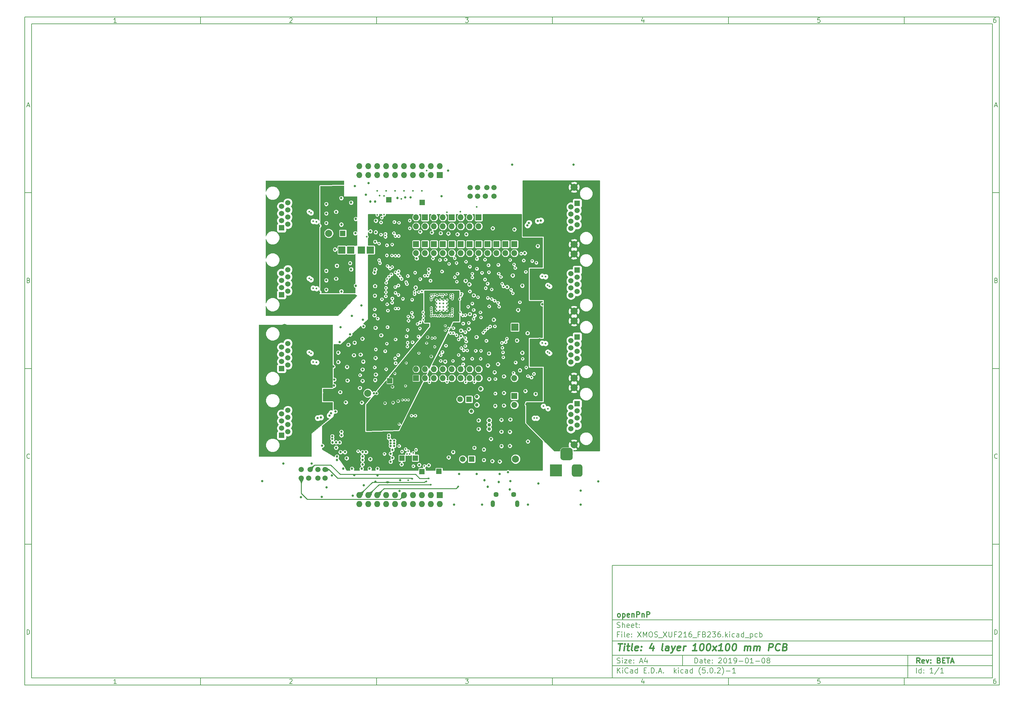
<source format=gbr>
G04 #@! TF.GenerationSoftware,KiCad,Pcbnew,(5.0.2)-1*
G04 #@! TF.CreationDate,2019-01-08T06:01:03+01:00*
G04 #@! TF.ProjectId,XMOS_XUF216_FB236,584d4f53-5f58-4554-9632-31365f464232,BETA*
G04 #@! TF.SameCoordinates,Original*
G04 #@! TF.FileFunction,Copper,L3,Inr*
G04 #@! TF.FilePolarity,Positive*
%FSLAX46Y46*%
G04 Gerber Fmt 4.6, Leading zero omitted, Abs format (unit mm)*
G04 Created by KiCad (PCBNEW (5.0.2)-1) date 2019-01-08 06:01:03*
%MOMM*%
%LPD*%
G01*
G04 APERTURE LIST*
%ADD10C,0.100000*%
%ADD11C,0.150000*%
%ADD12C,0.300000*%
%ADD13C,0.400000*%
G04 #@! TA.AperFunction,ViaPad*
%ADD14R,1.500000X1.500000*%
G04 #@! TD*
G04 #@! TA.AperFunction,ViaPad*
%ADD15C,1.500000*%
G04 #@! TD*
G04 #@! TA.AperFunction,ViaPad*
%ADD16C,2.000000*%
G04 #@! TD*
G04 #@! TA.AperFunction,ViaPad*
%ADD17O,1.700000X1.700000*%
G04 #@! TD*
G04 #@! TA.AperFunction,ViaPad*
%ADD18R,1.700000X1.700000*%
G04 #@! TD*
G04 #@! TA.AperFunction,ViaPad*
%ADD19R,3.500000X3.500000*%
G04 #@! TD*
G04 #@! TA.AperFunction,Conductor*
%ADD20C,0.100000*%
G04 #@! TD*
G04 #@! TA.AperFunction,ViaPad*
%ADD21C,3.000000*%
G04 #@! TD*
G04 #@! TA.AperFunction,ViaPad*
%ADD22C,3.500000*%
G04 #@! TD*
G04 #@! TA.AperFunction,ViaPad*
%ADD23O,1.727200X1.727200*%
G04 #@! TD*
G04 #@! TA.AperFunction,ViaPad*
%ADD24R,1.727200X1.727200*%
G04 #@! TD*
G04 #@! TA.AperFunction,ViaPad*
%ADD25C,1.600000*%
G04 #@! TD*
G04 #@! TA.AperFunction,ViaPad*
%ADD26R,1.600000X1.600000*%
G04 #@! TD*
G04 #@! TA.AperFunction,ViaPad*
%ADD27O,1.200000X1.900000*%
G04 #@! TD*
G04 #@! TA.AperFunction,ViaPad*
%ADD28C,1.450000*%
G04 #@! TD*
G04 #@! TA.AperFunction,ViaPad*
%ADD29R,2.000000X2.000000*%
G04 #@! TD*
G04 #@! TA.AperFunction,ViaPad*
%ADD30C,0.650000*%
G04 #@! TD*
G04 #@! TA.AperFunction,ViaPad*
%ADD31C,0.488200*%
G04 #@! TD*
G04 #@! TA.AperFunction,ViaPad*
%ADD32C,0.688200*%
G04 #@! TD*
G04 #@! TA.AperFunction,ViaPad*
%ADD33C,1.000000*%
G04 #@! TD*
G04 #@! TA.AperFunction,ViaPad*
%ADD34C,0.726200*%
G04 #@! TD*
G04 #@! TA.AperFunction,Conductor*
%ADD35C,0.250000*%
G04 #@! TD*
G04 #@! TA.AperFunction,Conductor*
%ADD36C,0.254000*%
G04 #@! TD*
G04 #@! TA.AperFunction,Conductor*
%ADD37C,0.025400*%
G04 #@! TD*
G04 APERTURE END LIST*
D10*
D11*
X177002200Y-166007200D02*
X177002200Y-198007200D01*
X285002200Y-198007200D01*
X285002200Y-166007200D01*
X177002200Y-166007200D01*
D10*
D11*
X10000000Y-10000000D02*
X10000000Y-200007200D01*
X287002200Y-200007200D01*
X287002200Y-10000000D01*
X10000000Y-10000000D01*
D10*
D11*
X12000000Y-12000000D02*
X12000000Y-198007200D01*
X285002200Y-198007200D01*
X285002200Y-12000000D01*
X12000000Y-12000000D01*
D10*
D11*
X60000000Y-12000000D02*
X60000000Y-10000000D01*
D10*
D11*
X110000000Y-12000000D02*
X110000000Y-10000000D01*
D10*
D11*
X160000000Y-12000000D02*
X160000000Y-10000000D01*
D10*
D11*
X210000000Y-12000000D02*
X210000000Y-10000000D01*
D10*
D11*
X260000000Y-12000000D02*
X260000000Y-10000000D01*
D10*
D11*
X36065476Y-11588095D02*
X35322619Y-11588095D01*
X35694047Y-11588095D02*
X35694047Y-10288095D01*
X35570238Y-10473809D01*
X35446428Y-10597619D01*
X35322619Y-10659523D01*
D10*
D11*
X85322619Y-10411904D02*
X85384523Y-10350000D01*
X85508333Y-10288095D01*
X85817857Y-10288095D01*
X85941666Y-10350000D01*
X86003571Y-10411904D01*
X86065476Y-10535714D01*
X86065476Y-10659523D01*
X86003571Y-10845238D01*
X85260714Y-11588095D01*
X86065476Y-11588095D01*
D10*
D11*
X135260714Y-10288095D02*
X136065476Y-10288095D01*
X135632142Y-10783333D01*
X135817857Y-10783333D01*
X135941666Y-10845238D01*
X136003571Y-10907142D01*
X136065476Y-11030952D01*
X136065476Y-11340476D01*
X136003571Y-11464285D01*
X135941666Y-11526190D01*
X135817857Y-11588095D01*
X135446428Y-11588095D01*
X135322619Y-11526190D01*
X135260714Y-11464285D01*
D10*
D11*
X185941666Y-10721428D02*
X185941666Y-11588095D01*
X185632142Y-10226190D02*
X185322619Y-11154761D01*
X186127380Y-11154761D01*
D10*
D11*
X236003571Y-10288095D02*
X235384523Y-10288095D01*
X235322619Y-10907142D01*
X235384523Y-10845238D01*
X235508333Y-10783333D01*
X235817857Y-10783333D01*
X235941666Y-10845238D01*
X236003571Y-10907142D01*
X236065476Y-11030952D01*
X236065476Y-11340476D01*
X236003571Y-11464285D01*
X235941666Y-11526190D01*
X235817857Y-11588095D01*
X235508333Y-11588095D01*
X235384523Y-11526190D01*
X235322619Y-11464285D01*
D10*
D11*
X285941666Y-10288095D02*
X285694047Y-10288095D01*
X285570238Y-10350000D01*
X285508333Y-10411904D01*
X285384523Y-10597619D01*
X285322619Y-10845238D01*
X285322619Y-11340476D01*
X285384523Y-11464285D01*
X285446428Y-11526190D01*
X285570238Y-11588095D01*
X285817857Y-11588095D01*
X285941666Y-11526190D01*
X286003571Y-11464285D01*
X286065476Y-11340476D01*
X286065476Y-11030952D01*
X286003571Y-10907142D01*
X285941666Y-10845238D01*
X285817857Y-10783333D01*
X285570238Y-10783333D01*
X285446428Y-10845238D01*
X285384523Y-10907142D01*
X285322619Y-11030952D01*
D10*
D11*
X60000000Y-198007200D02*
X60000000Y-200007200D01*
D10*
D11*
X110000000Y-198007200D02*
X110000000Y-200007200D01*
D10*
D11*
X160000000Y-198007200D02*
X160000000Y-200007200D01*
D10*
D11*
X210000000Y-198007200D02*
X210000000Y-200007200D01*
D10*
D11*
X260000000Y-198007200D02*
X260000000Y-200007200D01*
D10*
D11*
X36065476Y-199595295D02*
X35322619Y-199595295D01*
X35694047Y-199595295D02*
X35694047Y-198295295D01*
X35570238Y-198481009D01*
X35446428Y-198604819D01*
X35322619Y-198666723D01*
D10*
D11*
X85322619Y-198419104D02*
X85384523Y-198357200D01*
X85508333Y-198295295D01*
X85817857Y-198295295D01*
X85941666Y-198357200D01*
X86003571Y-198419104D01*
X86065476Y-198542914D01*
X86065476Y-198666723D01*
X86003571Y-198852438D01*
X85260714Y-199595295D01*
X86065476Y-199595295D01*
D10*
D11*
X135260714Y-198295295D02*
X136065476Y-198295295D01*
X135632142Y-198790533D01*
X135817857Y-198790533D01*
X135941666Y-198852438D01*
X136003571Y-198914342D01*
X136065476Y-199038152D01*
X136065476Y-199347676D01*
X136003571Y-199471485D01*
X135941666Y-199533390D01*
X135817857Y-199595295D01*
X135446428Y-199595295D01*
X135322619Y-199533390D01*
X135260714Y-199471485D01*
D10*
D11*
X185941666Y-198728628D02*
X185941666Y-199595295D01*
X185632142Y-198233390D02*
X185322619Y-199161961D01*
X186127380Y-199161961D01*
D10*
D11*
X236003571Y-198295295D02*
X235384523Y-198295295D01*
X235322619Y-198914342D01*
X235384523Y-198852438D01*
X235508333Y-198790533D01*
X235817857Y-198790533D01*
X235941666Y-198852438D01*
X236003571Y-198914342D01*
X236065476Y-199038152D01*
X236065476Y-199347676D01*
X236003571Y-199471485D01*
X235941666Y-199533390D01*
X235817857Y-199595295D01*
X235508333Y-199595295D01*
X235384523Y-199533390D01*
X235322619Y-199471485D01*
D10*
D11*
X285941666Y-198295295D02*
X285694047Y-198295295D01*
X285570238Y-198357200D01*
X285508333Y-198419104D01*
X285384523Y-198604819D01*
X285322619Y-198852438D01*
X285322619Y-199347676D01*
X285384523Y-199471485D01*
X285446428Y-199533390D01*
X285570238Y-199595295D01*
X285817857Y-199595295D01*
X285941666Y-199533390D01*
X286003571Y-199471485D01*
X286065476Y-199347676D01*
X286065476Y-199038152D01*
X286003571Y-198914342D01*
X285941666Y-198852438D01*
X285817857Y-198790533D01*
X285570238Y-198790533D01*
X285446428Y-198852438D01*
X285384523Y-198914342D01*
X285322619Y-199038152D01*
D10*
D11*
X10000000Y-60000000D02*
X12000000Y-60000000D01*
D10*
D11*
X10000000Y-110000000D02*
X12000000Y-110000000D01*
D10*
D11*
X10000000Y-160000000D02*
X12000000Y-160000000D01*
D10*
D11*
X10690476Y-35216666D02*
X11309523Y-35216666D01*
X10566666Y-35588095D02*
X11000000Y-34288095D01*
X11433333Y-35588095D01*
D10*
D11*
X11092857Y-84907142D02*
X11278571Y-84969047D01*
X11340476Y-85030952D01*
X11402380Y-85154761D01*
X11402380Y-85340476D01*
X11340476Y-85464285D01*
X11278571Y-85526190D01*
X11154761Y-85588095D01*
X10659523Y-85588095D01*
X10659523Y-84288095D01*
X11092857Y-84288095D01*
X11216666Y-84350000D01*
X11278571Y-84411904D01*
X11340476Y-84535714D01*
X11340476Y-84659523D01*
X11278571Y-84783333D01*
X11216666Y-84845238D01*
X11092857Y-84907142D01*
X10659523Y-84907142D01*
D10*
D11*
X11402380Y-135464285D02*
X11340476Y-135526190D01*
X11154761Y-135588095D01*
X11030952Y-135588095D01*
X10845238Y-135526190D01*
X10721428Y-135402380D01*
X10659523Y-135278571D01*
X10597619Y-135030952D01*
X10597619Y-134845238D01*
X10659523Y-134597619D01*
X10721428Y-134473809D01*
X10845238Y-134350000D01*
X11030952Y-134288095D01*
X11154761Y-134288095D01*
X11340476Y-134350000D01*
X11402380Y-134411904D01*
D10*
D11*
X10659523Y-185588095D02*
X10659523Y-184288095D01*
X10969047Y-184288095D01*
X11154761Y-184350000D01*
X11278571Y-184473809D01*
X11340476Y-184597619D01*
X11402380Y-184845238D01*
X11402380Y-185030952D01*
X11340476Y-185278571D01*
X11278571Y-185402380D01*
X11154761Y-185526190D01*
X10969047Y-185588095D01*
X10659523Y-185588095D01*
D10*
D11*
X287002200Y-60000000D02*
X285002200Y-60000000D01*
D10*
D11*
X287002200Y-110000000D02*
X285002200Y-110000000D01*
D10*
D11*
X287002200Y-160000000D02*
X285002200Y-160000000D01*
D10*
D11*
X285692676Y-35216666D02*
X286311723Y-35216666D01*
X285568866Y-35588095D02*
X286002200Y-34288095D01*
X286435533Y-35588095D01*
D10*
D11*
X286095057Y-84907142D02*
X286280771Y-84969047D01*
X286342676Y-85030952D01*
X286404580Y-85154761D01*
X286404580Y-85340476D01*
X286342676Y-85464285D01*
X286280771Y-85526190D01*
X286156961Y-85588095D01*
X285661723Y-85588095D01*
X285661723Y-84288095D01*
X286095057Y-84288095D01*
X286218866Y-84350000D01*
X286280771Y-84411904D01*
X286342676Y-84535714D01*
X286342676Y-84659523D01*
X286280771Y-84783333D01*
X286218866Y-84845238D01*
X286095057Y-84907142D01*
X285661723Y-84907142D01*
D10*
D11*
X286404580Y-135464285D02*
X286342676Y-135526190D01*
X286156961Y-135588095D01*
X286033152Y-135588095D01*
X285847438Y-135526190D01*
X285723628Y-135402380D01*
X285661723Y-135278571D01*
X285599819Y-135030952D01*
X285599819Y-134845238D01*
X285661723Y-134597619D01*
X285723628Y-134473809D01*
X285847438Y-134350000D01*
X286033152Y-134288095D01*
X286156961Y-134288095D01*
X286342676Y-134350000D01*
X286404580Y-134411904D01*
D10*
D11*
X285661723Y-185588095D02*
X285661723Y-184288095D01*
X285971247Y-184288095D01*
X286156961Y-184350000D01*
X286280771Y-184473809D01*
X286342676Y-184597619D01*
X286404580Y-184845238D01*
X286404580Y-185030952D01*
X286342676Y-185278571D01*
X286280771Y-185402380D01*
X286156961Y-185526190D01*
X285971247Y-185588095D01*
X285661723Y-185588095D01*
D10*
D11*
X200434342Y-193785771D02*
X200434342Y-192285771D01*
X200791485Y-192285771D01*
X201005771Y-192357200D01*
X201148628Y-192500057D01*
X201220057Y-192642914D01*
X201291485Y-192928628D01*
X201291485Y-193142914D01*
X201220057Y-193428628D01*
X201148628Y-193571485D01*
X201005771Y-193714342D01*
X200791485Y-193785771D01*
X200434342Y-193785771D01*
X202577200Y-193785771D02*
X202577200Y-193000057D01*
X202505771Y-192857200D01*
X202362914Y-192785771D01*
X202077200Y-192785771D01*
X201934342Y-192857200D01*
X202577200Y-193714342D02*
X202434342Y-193785771D01*
X202077200Y-193785771D01*
X201934342Y-193714342D01*
X201862914Y-193571485D01*
X201862914Y-193428628D01*
X201934342Y-193285771D01*
X202077200Y-193214342D01*
X202434342Y-193214342D01*
X202577200Y-193142914D01*
X203077200Y-192785771D02*
X203648628Y-192785771D01*
X203291485Y-192285771D02*
X203291485Y-193571485D01*
X203362914Y-193714342D01*
X203505771Y-193785771D01*
X203648628Y-193785771D01*
X204720057Y-193714342D02*
X204577200Y-193785771D01*
X204291485Y-193785771D01*
X204148628Y-193714342D01*
X204077200Y-193571485D01*
X204077200Y-193000057D01*
X204148628Y-192857200D01*
X204291485Y-192785771D01*
X204577200Y-192785771D01*
X204720057Y-192857200D01*
X204791485Y-193000057D01*
X204791485Y-193142914D01*
X204077200Y-193285771D01*
X205434342Y-193642914D02*
X205505771Y-193714342D01*
X205434342Y-193785771D01*
X205362914Y-193714342D01*
X205434342Y-193642914D01*
X205434342Y-193785771D01*
X205434342Y-192857200D02*
X205505771Y-192928628D01*
X205434342Y-193000057D01*
X205362914Y-192928628D01*
X205434342Y-192857200D01*
X205434342Y-193000057D01*
X207220057Y-192428628D02*
X207291485Y-192357200D01*
X207434342Y-192285771D01*
X207791485Y-192285771D01*
X207934342Y-192357200D01*
X208005771Y-192428628D01*
X208077200Y-192571485D01*
X208077200Y-192714342D01*
X208005771Y-192928628D01*
X207148628Y-193785771D01*
X208077200Y-193785771D01*
X209005771Y-192285771D02*
X209148628Y-192285771D01*
X209291485Y-192357200D01*
X209362914Y-192428628D01*
X209434342Y-192571485D01*
X209505771Y-192857200D01*
X209505771Y-193214342D01*
X209434342Y-193500057D01*
X209362914Y-193642914D01*
X209291485Y-193714342D01*
X209148628Y-193785771D01*
X209005771Y-193785771D01*
X208862914Y-193714342D01*
X208791485Y-193642914D01*
X208720057Y-193500057D01*
X208648628Y-193214342D01*
X208648628Y-192857200D01*
X208720057Y-192571485D01*
X208791485Y-192428628D01*
X208862914Y-192357200D01*
X209005771Y-192285771D01*
X210934342Y-193785771D02*
X210077200Y-193785771D01*
X210505771Y-193785771D02*
X210505771Y-192285771D01*
X210362914Y-192500057D01*
X210220057Y-192642914D01*
X210077200Y-192714342D01*
X211648628Y-193785771D02*
X211934342Y-193785771D01*
X212077200Y-193714342D01*
X212148628Y-193642914D01*
X212291485Y-193428628D01*
X212362914Y-193142914D01*
X212362914Y-192571485D01*
X212291485Y-192428628D01*
X212220057Y-192357200D01*
X212077200Y-192285771D01*
X211791485Y-192285771D01*
X211648628Y-192357200D01*
X211577200Y-192428628D01*
X211505771Y-192571485D01*
X211505771Y-192928628D01*
X211577200Y-193071485D01*
X211648628Y-193142914D01*
X211791485Y-193214342D01*
X212077200Y-193214342D01*
X212220057Y-193142914D01*
X212291485Y-193071485D01*
X212362914Y-192928628D01*
X213005771Y-193214342D02*
X214148628Y-193214342D01*
X215148628Y-192285771D02*
X215291485Y-192285771D01*
X215434342Y-192357200D01*
X215505771Y-192428628D01*
X215577200Y-192571485D01*
X215648628Y-192857200D01*
X215648628Y-193214342D01*
X215577200Y-193500057D01*
X215505771Y-193642914D01*
X215434342Y-193714342D01*
X215291485Y-193785771D01*
X215148628Y-193785771D01*
X215005771Y-193714342D01*
X214934342Y-193642914D01*
X214862914Y-193500057D01*
X214791485Y-193214342D01*
X214791485Y-192857200D01*
X214862914Y-192571485D01*
X214934342Y-192428628D01*
X215005771Y-192357200D01*
X215148628Y-192285771D01*
X217077200Y-193785771D02*
X216220057Y-193785771D01*
X216648628Y-193785771D02*
X216648628Y-192285771D01*
X216505771Y-192500057D01*
X216362914Y-192642914D01*
X216220057Y-192714342D01*
X217720057Y-193214342D02*
X218862914Y-193214342D01*
X219862914Y-192285771D02*
X220005771Y-192285771D01*
X220148628Y-192357200D01*
X220220057Y-192428628D01*
X220291485Y-192571485D01*
X220362914Y-192857200D01*
X220362914Y-193214342D01*
X220291485Y-193500057D01*
X220220057Y-193642914D01*
X220148628Y-193714342D01*
X220005771Y-193785771D01*
X219862914Y-193785771D01*
X219720057Y-193714342D01*
X219648628Y-193642914D01*
X219577200Y-193500057D01*
X219505771Y-193214342D01*
X219505771Y-192857200D01*
X219577200Y-192571485D01*
X219648628Y-192428628D01*
X219720057Y-192357200D01*
X219862914Y-192285771D01*
X221220057Y-192928628D02*
X221077200Y-192857200D01*
X221005771Y-192785771D01*
X220934342Y-192642914D01*
X220934342Y-192571485D01*
X221005771Y-192428628D01*
X221077200Y-192357200D01*
X221220057Y-192285771D01*
X221505771Y-192285771D01*
X221648628Y-192357200D01*
X221720057Y-192428628D01*
X221791485Y-192571485D01*
X221791485Y-192642914D01*
X221720057Y-192785771D01*
X221648628Y-192857200D01*
X221505771Y-192928628D01*
X221220057Y-192928628D01*
X221077200Y-193000057D01*
X221005771Y-193071485D01*
X220934342Y-193214342D01*
X220934342Y-193500057D01*
X221005771Y-193642914D01*
X221077200Y-193714342D01*
X221220057Y-193785771D01*
X221505771Y-193785771D01*
X221648628Y-193714342D01*
X221720057Y-193642914D01*
X221791485Y-193500057D01*
X221791485Y-193214342D01*
X221720057Y-193071485D01*
X221648628Y-193000057D01*
X221505771Y-192928628D01*
D10*
D11*
X177002200Y-194507200D02*
X285002200Y-194507200D01*
D10*
D11*
X178434342Y-196585771D02*
X178434342Y-195085771D01*
X179291485Y-196585771D02*
X178648628Y-195728628D01*
X179291485Y-195085771D02*
X178434342Y-195942914D01*
X179934342Y-196585771D02*
X179934342Y-195585771D01*
X179934342Y-195085771D02*
X179862914Y-195157200D01*
X179934342Y-195228628D01*
X180005771Y-195157200D01*
X179934342Y-195085771D01*
X179934342Y-195228628D01*
X181505771Y-196442914D02*
X181434342Y-196514342D01*
X181220057Y-196585771D01*
X181077200Y-196585771D01*
X180862914Y-196514342D01*
X180720057Y-196371485D01*
X180648628Y-196228628D01*
X180577200Y-195942914D01*
X180577200Y-195728628D01*
X180648628Y-195442914D01*
X180720057Y-195300057D01*
X180862914Y-195157200D01*
X181077200Y-195085771D01*
X181220057Y-195085771D01*
X181434342Y-195157200D01*
X181505771Y-195228628D01*
X182791485Y-196585771D02*
X182791485Y-195800057D01*
X182720057Y-195657200D01*
X182577200Y-195585771D01*
X182291485Y-195585771D01*
X182148628Y-195657200D01*
X182791485Y-196514342D02*
X182648628Y-196585771D01*
X182291485Y-196585771D01*
X182148628Y-196514342D01*
X182077200Y-196371485D01*
X182077200Y-196228628D01*
X182148628Y-196085771D01*
X182291485Y-196014342D01*
X182648628Y-196014342D01*
X182791485Y-195942914D01*
X184148628Y-196585771D02*
X184148628Y-195085771D01*
X184148628Y-196514342D02*
X184005771Y-196585771D01*
X183720057Y-196585771D01*
X183577200Y-196514342D01*
X183505771Y-196442914D01*
X183434342Y-196300057D01*
X183434342Y-195871485D01*
X183505771Y-195728628D01*
X183577200Y-195657200D01*
X183720057Y-195585771D01*
X184005771Y-195585771D01*
X184148628Y-195657200D01*
X186005771Y-195800057D02*
X186505771Y-195800057D01*
X186720057Y-196585771D02*
X186005771Y-196585771D01*
X186005771Y-195085771D01*
X186720057Y-195085771D01*
X187362914Y-196442914D02*
X187434342Y-196514342D01*
X187362914Y-196585771D01*
X187291485Y-196514342D01*
X187362914Y-196442914D01*
X187362914Y-196585771D01*
X188077200Y-196585771D02*
X188077200Y-195085771D01*
X188434342Y-195085771D01*
X188648628Y-195157200D01*
X188791485Y-195300057D01*
X188862914Y-195442914D01*
X188934342Y-195728628D01*
X188934342Y-195942914D01*
X188862914Y-196228628D01*
X188791485Y-196371485D01*
X188648628Y-196514342D01*
X188434342Y-196585771D01*
X188077200Y-196585771D01*
X189577200Y-196442914D02*
X189648628Y-196514342D01*
X189577200Y-196585771D01*
X189505771Y-196514342D01*
X189577200Y-196442914D01*
X189577200Y-196585771D01*
X190220057Y-196157200D02*
X190934342Y-196157200D01*
X190077200Y-196585771D02*
X190577200Y-195085771D01*
X191077200Y-196585771D01*
X191577200Y-196442914D02*
X191648628Y-196514342D01*
X191577200Y-196585771D01*
X191505771Y-196514342D01*
X191577200Y-196442914D01*
X191577200Y-196585771D01*
X194577200Y-196585771D02*
X194577200Y-195085771D01*
X194720057Y-196014342D02*
X195148628Y-196585771D01*
X195148628Y-195585771D02*
X194577200Y-196157200D01*
X195791485Y-196585771D02*
X195791485Y-195585771D01*
X195791485Y-195085771D02*
X195720057Y-195157200D01*
X195791485Y-195228628D01*
X195862914Y-195157200D01*
X195791485Y-195085771D01*
X195791485Y-195228628D01*
X197148628Y-196514342D02*
X197005771Y-196585771D01*
X196720057Y-196585771D01*
X196577200Y-196514342D01*
X196505771Y-196442914D01*
X196434342Y-196300057D01*
X196434342Y-195871485D01*
X196505771Y-195728628D01*
X196577200Y-195657200D01*
X196720057Y-195585771D01*
X197005771Y-195585771D01*
X197148628Y-195657200D01*
X198434342Y-196585771D02*
X198434342Y-195800057D01*
X198362914Y-195657200D01*
X198220057Y-195585771D01*
X197934342Y-195585771D01*
X197791485Y-195657200D01*
X198434342Y-196514342D02*
X198291485Y-196585771D01*
X197934342Y-196585771D01*
X197791485Y-196514342D01*
X197720057Y-196371485D01*
X197720057Y-196228628D01*
X197791485Y-196085771D01*
X197934342Y-196014342D01*
X198291485Y-196014342D01*
X198434342Y-195942914D01*
X199791485Y-196585771D02*
X199791485Y-195085771D01*
X199791485Y-196514342D02*
X199648628Y-196585771D01*
X199362914Y-196585771D01*
X199220057Y-196514342D01*
X199148628Y-196442914D01*
X199077200Y-196300057D01*
X199077200Y-195871485D01*
X199148628Y-195728628D01*
X199220057Y-195657200D01*
X199362914Y-195585771D01*
X199648628Y-195585771D01*
X199791485Y-195657200D01*
X202077200Y-197157200D02*
X202005771Y-197085771D01*
X201862914Y-196871485D01*
X201791485Y-196728628D01*
X201720057Y-196514342D01*
X201648628Y-196157200D01*
X201648628Y-195871485D01*
X201720057Y-195514342D01*
X201791485Y-195300057D01*
X201862914Y-195157200D01*
X202005771Y-194942914D01*
X202077200Y-194871485D01*
X203362914Y-195085771D02*
X202648628Y-195085771D01*
X202577200Y-195800057D01*
X202648628Y-195728628D01*
X202791485Y-195657200D01*
X203148628Y-195657200D01*
X203291485Y-195728628D01*
X203362914Y-195800057D01*
X203434342Y-195942914D01*
X203434342Y-196300057D01*
X203362914Y-196442914D01*
X203291485Y-196514342D01*
X203148628Y-196585771D01*
X202791485Y-196585771D01*
X202648628Y-196514342D01*
X202577200Y-196442914D01*
X204077200Y-196442914D02*
X204148628Y-196514342D01*
X204077200Y-196585771D01*
X204005771Y-196514342D01*
X204077200Y-196442914D01*
X204077200Y-196585771D01*
X205077200Y-195085771D02*
X205220057Y-195085771D01*
X205362914Y-195157200D01*
X205434342Y-195228628D01*
X205505771Y-195371485D01*
X205577200Y-195657200D01*
X205577200Y-196014342D01*
X205505771Y-196300057D01*
X205434342Y-196442914D01*
X205362914Y-196514342D01*
X205220057Y-196585771D01*
X205077200Y-196585771D01*
X204934342Y-196514342D01*
X204862914Y-196442914D01*
X204791485Y-196300057D01*
X204720057Y-196014342D01*
X204720057Y-195657200D01*
X204791485Y-195371485D01*
X204862914Y-195228628D01*
X204934342Y-195157200D01*
X205077200Y-195085771D01*
X206220057Y-196442914D02*
X206291485Y-196514342D01*
X206220057Y-196585771D01*
X206148628Y-196514342D01*
X206220057Y-196442914D01*
X206220057Y-196585771D01*
X206862914Y-195228628D02*
X206934342Y-195157200D01*
X207077200Y-195085771D01*
X207434342Y-195085771D01*
X207577200Y-195157200D01*
X207648628Y-195228628D01*
X207720057Y-195371485D01*
X207720057Y-195514342D01*
X207648628Y-195728628D01*
X206791485Y-196585771D01*
X207720057Y-196585771D01*
X208220057Y-197157200D02*
X208291485Y-197085771D01*
X208434342Y-196871485D01*
X208505771Y-196728628D01*
X208577200Y-196514342D01*
X208648628Y-196157200D01*
X208648628Y-195871485D01*
X208577200Y-195514342D01*
X208505771Y-195300057D01*
X208434342Y-195157200D01*
X208291485Y-194942914D01*
X208220057Y-194871485D01*
X209362914Y-196014342D02*
X210505771Y-196014342D01*
X212005771Y-196585771D02*
X211148628Y-196585771D01*
X211577200Y-196585771D02*
X211577200Y-195085771D01*
X211434342Y-195300057D01*
X211291485Y-195442914D01*
X211148628Y-195514342D01*
D10*
D11*
X177002200Y-191507200D02*
X285002200Y-191507200D01*
D10*
D12*
X264411485Y-193785771D02*
X263911485Y-193071485D01*
X263554342Y-193785771D02*
X263554342Y-192285771D01*
X264125771Y-192285771D01*
X264268628Y-192357200D01*
X264340057Y-192428628D01*
X264411485Y-192571485D01*
X264411485Y-192785771D01*
X264340057Y-192928628D01*
X264268628Y-193000057D01*
X264125771Y-193071485D01*
X263554342Y-193071485D01*
X265625771Y-193714342D02*
X265482914Y-193785771D01*
X265197200Y-193785771D01*
X265054342Y-193714342D01*
X264982914Y-193571485D01*
X264982914Y-193000057D01*
X265054342Y-192857200D01*
X265197200Y-192785771D01*
X265482914Y-192785771D01*
X265625771Y-192857200D01*
X265697200Y-193000057D01*
X265697200Y-193142914D01*
X264982914Y-193285771D01*
X266197200Y-192785771D02*
X266554342Y-193785771D01*
X266911485Y-192785771D01*
X267482914Y-193642914D02*
X267554342Y-193714342D01*
X267482914Y-193785771D01*
X267411485Y-193714342D01*
X267482914Y-193642914D01*
X267482914Y-193785771D01*
X267482914Y-192857200D02*
X267554342Y-192928628D01*
X267482914Y-193000057D01*
X267411485Y-192928628D01*
X267482914Y-192857200D01*
X267482914Y-193000057D01*
X269840057Y-193000057D02*
X270054342Y-193071485D01*
X270125771Y-193142914D01*
X270197200Y-193285771D01*
X270197200Y-193500057D01*
X270125771Y-193642914D01*
X270054342Y-193714342D01*
X269911485Y-193785771D01*
X269340057Y-193785771D01*
X269340057Y-192285771D01*
X269840057Y-192285771D01*
X269982914Y-192357200D01*
X270054342Y-192428628D01*
X270125771Y-192571485D01*
X270125771Y-192714342D01*
X270054342Y-192857200D01*
X269982914Y-192928628D01*
X269840057Y-193000057D01*
X269340057Y-193000057D01*
X270840057Y-193000057D02*
X271340057Y-193000057D01*
X271554342Y-193785771D02*
X270840057Y-193785771D01*
X270840057Y-192285771D01*
X271554342Y-192285771D01*
X271982914Y-192285771D02*
X272840057Y-192285771D01*
X272411485Y-193785771D02*
X272411485Y-192285771D01*
X273268628Y-193357200D02*
X273982914Y-193357200D01*
X273125771Y-193785771D02*
X273625771Y-192285771D01*
X274125771Y-193785771D01*
D10*
D11*
X178362914Y-193714342D02*
X178577200Y-193785771D01*
X178934342Y-193785771D01*
X179077200Y-193714342D01*
X179148628Y-193642914D01*
X179220057Y-193500057D01*
X179220057Y-193357200D01*
X179148628Y-193214342D01*
X179077200Y-193142914D01*
X178934342Y-193071485D01*
X178648628Y-193000057D01*
X178505771Y-192928628D01*
X178434342Y-192857200D01*
X178362914Y-192714342D01*
X178362914Y-192571485D01*
X178434342Y-192428628D01*
X178505771Y-192357200D01*
X178648628Y-192285771D01*
X179005771Y-192285771D01*
X179220057Y-192357200D01*
X179862914Y-193785771D02*
X179862914Y-192785771D01*
X179862914Y-192285771D02*
X179791485Y-192357200D01*
X179862914Y-192428628D01*
X179934342Y-192357200D01*
X179862914Y-192285771D01*
X179862914Y-192428628D01*
X180434342Y-192785771D02*
X181220057Y-192785771D01*
X180434342Y-193785771D01*
X181220057Y-193785771D01*
X182362914Y-193714342D02*
X182220057Y-193785771D01*
X181934342Y-193785771D01*
X181791485Y-193714342D01*
X181720057Y-193571485D01*
X181720057Y-193000057D01*
X181791485Y-192857200D01*
X181934342Y-192785771D01*
X182220057Y-192785771D01*
X182362914Y-192857200D01*
X182434342Y-193000057D01*
X182434342Y-193142914D01*
X181720057Y-193285771D01*
X183077200Y-193642914D02*
X183148628Y-193714342D01*
X183077200Y-193785771D01*
X183005771Y-193714342D01*
X183077200Y-193642914D01*
X183077200Y-193785771D01*
X183077200Y-192857200D02*
X183148628Y-192928628D01*
X183077200Y-193000057D01*
X183005771Y-192928628D01*
X183077200Y-192857200D01*
X183077200Y-193000057D01*
X184862914Y-193357200D02*
X185577200Y-193357200D01*
X184720057Y-193785771D02*
X185220057Y-192285771D01*
X185720057Y-193785771D01*
X186862914Y-192785771D02*
X186862914Y-193785771D01*
X186505771Y-192214342D02*
X186148628Y-193285771D01*
X187077200Y-193285771D01*
D10*
D11*
X263434342Y-196585771D02*
X263434342Y-195085771D01*
X264791485Y-196585771D02*
X264791485Y-195085771D01*
X264791485Y-196514342D02*
X264648628Y-196585771D01*
X264362914Y-196585771D01*
X264220057Y-196514342D01*
X264148628Y-196442914D01*
X264077200Y-196300057D01*
X264077200Y-195871485D01*
X264148628Y-195728628D01*
X264220057Y-195657200D01*
X264362914Y-195585771D01*
X264648628Y-195585771D01*
X264791485Y-195657200D01*
X265505771Y-196442914D02*
X265577200Y-196514342D01*
X265505771Y-196585771D01*
X265434342Y-196514342D01*
X265505771Y-196442914D01*
X265505771Y-196585771D01*
X265505771Y-195657200D02*
X265577200Y-195728628D01*
X265505771Y-195800057D01*
X265434342Y-195728628D01*
X265505771Y-195657200D01*
X265505771Y-195800057D01*
X268148628Y-196585771D02*
X267291485Y-196585771D01*
X267720057Y-196585771D02*
X267720057Y-195085771D01*
X267577200Y-195300057D01*
X267434342Y-195442914D01*
X267291485Y-195514342D01*
X269862914Y-195014342D02*
X268577200Y-196942914D01*
X271148628Y-196585771D02*
X270291485Y-196585771D01*
X270720057Y-196585771D02*
X270720057Y-195085771D01*
X270577200Y-195300057D01*
X270434342Y-195442914D01*
X270291485Y-195514342D01*
D10*
D11*
X177002200Y-187507200D02*
X285002200Y-187507200D01*
D10*
D13*
X178714580Y-188211961D02*
X179857438Y-188211961D01*
X179036009Y-190211961D02*
X179286009Y-188211961D01*
X180274104Y-190211961D02*
X180440771Y-188878628D01*
X180524104Y-188211961D02*
X180416961Y-188307200D01*
X180500295Y-188402438D01*
X180607438Y-188307200D01*
X180524104Y-188211961D01*
X180500295Y-188402438D01*
X181107438Y-188878628D02*
X181869342Y-188878628D01*
X181476485Y-188211961D02*
X181262200Y-189926247D01*
X181333628Y-190116723D01*
X181512200Y-190211961D01*
X181702676Y-190211961D01*
X182655057Y-190211961D02*
X182476485Y-190116723D01*
X182405057Y-189926247D01*
X182619342Y-188211961D01*
X184190771Y-190116723D02*
X183988390Y-190211961D01*
X183607438Y-190211961D01*
X183428866Y-190116723D01*
X183357438Y-189926247D01*
X183452676Y-189164342D01*
X183571723Y-188973866D01*
X183774104Y-188878628D01*
X184155057Y-188878628D01*
X184333628Y-188973866D01*
X184405057Y-189164342D01*
X184381247Y-189354819D01*
X183405057Y-189545295D01*
X185155057Y-190021485D02*
X185238390Y-190116723D01*
X185131247Y-190211961D01*
X185047914Y-190116723D01*
X185155057Y-190021485D01*
X185131247Y-190211961D01*
X185286009Y-188973866D02*
X185369342Y-189069104D01*
X185262200Y-189164342D01*
X185178866Y-189069104D01*
X185286009Y-188973866D01*
X185262200Y-189164342D01*
X188631247Y-188878628D02*
X188464580Y-190211961D01*
X188250295Y-188116723D02*
X187595533Y-189545295D01*
X188833628Y-189545295D01*
X191321723Y-190211961D02*
X191143152Y-190116723D01*
X191071723Y-189926247D01*
X191286009Y-188211961D01*
X192940771Y-190211961D02*
X193071723Y-189164342D01*
X193000295Y-188973866D01*
X192821723Y-188878628D01*
X192440771Y-188878628D01*
X192238390Y-188973866D01*
X192952676Y-190116723D02*
X192750295Y-190211961D01*
X192274104Y-190211961D01*
X192095533Y-190116723D01*
X192024104Y-189926247D01*
X192047914Y-189735771D01*
X192166961Y-189545295D01*
X192369342Y-189450057D01*
X192845533Y-189450057D01*
X193047914Y-189354819D01*
X193869342Y-188878628D02*
X194178866Y-190211961D01*
X194821723Y-188878628D02*
X194178866Y-190211961D01*
X193928866Y-190688152D01*
X193821723Y-190783390D01*
X193619342Y-190878628D01*
X196190771Y-190116723D02*
X195988390Y-190211961D01*
X195607438Y-190211961D01*
X195428866Y-190116723D01*
X195357438Y-189926247D01*
X195452676Y-189164342D01*
X195571723Y-188973866D01*
X195774104Y-188878628D01*
X196155057Y-188878628D01*
X196333628Y-188973866D01*
X196405057Y-189164342D01*
X196381247Y-189354819D01*
X195405057Y-189545295D01*
X197131247Y-190211961D02*
X197297914Y-188878628D01*
X197250295Y-189259580D02*
X197369342Y-189069104D01*
X197476485Y-188973866D01*
X197678866Y-188878628D01*
X197869342Y-188878628D01*
X200940771Y-190211961D02*
X199797914Y-190211961D01*
X200369342Y-190211961D02*
X200619342Y-188211961D01*
X200393152Y-188497676D01*
X200178866Y-188688152D01*
X199976485Y-188783390D01*
X202428866Y-188211961D02*
X202619342Y-188211961D01*
X202797914Y-188307200D01*
X202881247Y-188402438D01*
X202952676Y-188592914D01*
X203000295Y-188973866D01*
X202940771Y-189450057D01*
X202797914Y-189831009D01*
X202678866Y-190021485D01*
X202571723Y-190116723D01*
X202369342Y-190211961D01*
X202178866Y-190211961D01*
X202000295Y-190116723D01*
X201916961Y-190021485D01*
X201845533Y-189831009D01*
X201797914Y-189450057D01*
X201857438Y-188973866D01*
X202000295Y-188592914D01*
X202119342Y-188402438D01*
X202226485Y-188307200D01*
X202428866Y-188211961D01*
X204333628Y-188211961D02*
X204524104Y-188211961D01*
X204702676Y-188307200D01*
X204786009Y-188402438D01*
X204857438Y-188592914D01*
X204905057Y-188973866D01*
X204845533Y-189450057D01*
X204702676Y-189831009D01*
X204583628Y-190021485D01*
X204476485Y-190116723D01*
X204274104Y-190211961D01*
X204083628Y-190211961D01*
X203905057Y-190116723D01*
X203821723Y-190021485D01*
X203750295Y-189831009D01*
X203702676Y-189450057D01*
X203762200Y-188973866D01*
X203905057Y-188592914D01*
X204024104Y-188402438D01*
X204131247Y-188307200D01*
X204333628Y-188211961D01*
X205416961Y-190211961D02*
X206631247Y-188878628D01*
X205583628Y-188878628D02*
X206464580Y-190211961D01*
X208274104Y-190211961D02*
X207131247Y-190211961D01*
X207702676Y-190211961D02*
X207952676Y-188211961D01*
X207726485Y-188497676D01*
X207512200Y-188688152D01*
X207309819Y-188783390D01*
X209762200Y-188211961D02*
X209952676Y-188211961D01*
X210131247Y-188307200D01*
X210214580Y-188402438D01*
X210286009Y-188592914D01*
X210333628Y-188973866D01*
X210274104Y-189450057D01*
X210131247Y-189831009D01*
X210012200Y-190021485D01*
X209905057Y-190116723D01*
X209702676Y-190211961D01*
X209512200Y-190211961D01*
X209333628Y-190116723D01*
X209250295Y-190021485D01*
X209178866Y-189831009D01*
X209131247Y-189450057D01*
X209190771Y-188973866D01*
X209333628Y-188592914D01*
X209452676Y-188402438D01*
X209559819Y-188307200D01*
X209762200Y-188211961D01*
X211666961Y-188211961D02*
X211857438Y-188211961D01*
X212036009Y-188307200D01*
X212119342Y-188402438D01*
X212190771Y-188592914D01*
X212238390Y-188973866D01*
X212178866Y-189450057D01*
X212036009Y-189831009D01*
X211916961Y-190021485D01*
X211809819Y-190116723D01*
X211607438Y-190211961D01*
X211416961Y-190211961D01*
X211238390Y-190116723D01*
X211155057Y-190021485D01*
X211083628Y-189831009D01*
X211036009Y-189450057D01*
X211095533Y-188973866D01*
X211238390Y-188592914D01*
X211357438Y-188402438D01*
X211464580Y-188307200D01*
X211666961Y-188211961D01*
X214464580Y-190211961D02*
X214631247Y-188878628D01*
X214607438Y-189069104D02*
X214714580Y-188973866D01*
X214916961Y-188878628D01*
X215202676Y-188878628D01*
X215381247Y-188973866D01*
X215452676Y-189164342D01*
X215321723Y-190211961D01*
X215452676Y-189164342D02*
X215571723Y-188973866D01*
X215774104Y-188878628D01*
X216059819Y-188878628D01*
X216238390Y-188973866D01*
X216309819Y-189164342D01*
X216178866Y-190211961D01*
X217131247Y-190211961D02*
X217297914Y-188878628D01*
X217274104Y-189069104D02*
X217381247Y-188973866D01*
X217583628Y-188878628D01*
X217869342Y-188878628D01*
X218047914Y-188973866D01*
X218119342Y-189164342D01*
X217988390Y-190211961D01*
X218119342Y-189164342D02*
X218238390Y-188973866D01*
X218440771Y-188878628D01*
X218726485Y-188878628D01*
X218905057Y-188973866D01*
X218976485Y-189164342D01*
X218845533Y-190211961D01*
X221321723Y-190211961D02*
X221571723Y-188211961D01*
X222333628Y-188211961D01*
X222512199Y-188307200D01*
X222595533Y-188402438D01*
X222666961Y-188592914D01*
X222631247Y-188878628D01*
X222512199Y-189069104D01*
X222405057Y-189164342D01*
X222202676Y-189259580D01*
X221440771Y-189259580D01*
X224488390Y-190021485D02*
X224381247Y-190116723D01*
X224083628Y-190211961D01*
X223893152Y-190211961D01*
X223619342Y-190116723D01*
X223452676Y-189926247D01*
X223381247Y-189735771D01*
X223333628Y-189354819D01*
X223369342Y-189069104D01*
X223512200Y-188688152D01*
X223631247Y-188497676D01*
X223845533Y-188307200D01*
X224143152Y-188211961D01*
X224333628Y-188211961D01*
X224607438Y-188307200D01*
X224690771Y-188402438D01*
X226119342Y-189164342D02*
X226393152Y-189259580D01*
X226476485Y-189354819D01*
X226547914Y-189545295D01*
X226512199Y-189831009D01*
X226393152Y-190021485D01*
X226286009Y-190116723D01*
X226083628Y-190211961D01*
X225321723Y-190211961D01*
X225571723Y-188211961D01*
X226238390Y-188211961D01*
X226416961Y-188307200D01*
X226500295Y-188402438D01*
X226571723Y-188592914D01*
X226547914Y-188783390D01*
X226428866Y-188973866D01*
X226321723Y-189069104D01*
X226119342Y-189164342D01*
X225452676Y-189164342D01*
D10*
D11*
X178934342Y-185600057D02*
X178434342Y-185600057D01*
X178434342Y-186385771D02*
X178434342Y-184885771D01*
X179148628Y-184885771D01*
X179720057Y-186385771D02*
X179720057Y-185385771D01*
X179720057Y-184885771D02*
X179648628Y-184957200D01*
X179720057Y-185028628D01*
X179791485Y-184957200D01*
X179720057Y-184885771D01*
X179720057Y-185028628D01*
X180648628Y-186385771D02*
X180505771Y-186314342D01*
X180434342Y-186171485D01*
X180434342Y-184885771D01*
X181791485Y-186314342D02*
X181648628Y-186385771D01*
X181362914Y-186385771D01*
X181220057Y-186314342D01*
X181148628Y-186171485D01*
X181148628Y-185600057D01*
X181220057Y-185457200D01*
X181362914Y-185385771D01*
X181648628Y-185385771D01*
X181791485Y-185457200D01*
X181862914Y-185600057D01*
X181862914Y-185742914D01*
X181148628Y-185885771D01*
X182505771Y-186242914D02*
X182577200Y-186314342D01*
X182505771Y-186385771D01*
X182434342Y-186314342D01*
X182505771Y-186242914D01*
X182505771Y-186385771D01*
X182505771Y-185457200D02*
X182577200Y-185528628D01*
X182505771Y-185600057D01*
X182434342Y-185528628D01*
X182505771Y-185457200D01*
X182505771Y-185600057D01*
X184220057Y-184885771D02*
X185220057Y-186385771D01*
X185220057Y-184885771D02*
X184220057Y-186385771D01*
X185791485Y-186385771D02*
X185791485Y-184885771D01*
X186291485Y-185957200D01*
X186791485Y-184885771D01*
X186791485Y-186385771D01*
X187791485Y-184885771D02*
X188077200Y-184885771D01*
X188220057Y-184957200D01*
X188362914Y-185100057D01*
X188434342Y-185385771D01*
X188434342Y-185885771D01*
X188362914Y-186171485D01*
X188220057Y-186314342D01*
X188077200Y-186385771D01*
X187791485Y-186385771D01*
X187648628Y-186314342D01*
X187505771Y-186171485D01*
X187434342Y-185885771D01*
X187434342Y-185385771D01*
X187505771Y-185100057D01*
X187648628Y-184957200D01*
X187791485Y-184885771D01*
X189005771Y-186314342D02*
X189220057Y-186385771D01*
X189577200Y-186385771D01*
X189720057Y-186314342D01*
X189791485Y-186242914D01*
X189862914Y-186100057D01*
X189862914Y-185957200D01*
X189791485Y-185814342D01*
X189720057Y-185742914D01*
X189577200Y-185671485D01*
X189291485Y-185600057D01*
X189148628Y-185528628D01*
X189077200Y-185457200D01*
X189005771Y-185314342D01*
X189005771Y-185171485D01*
X189077200Y-185028628D01*
X189148628Y-184957200D01*
X189291485Y-184885771D01*
X189648628Y-184885771D01*
X189862914Y-184957200D01*
X190148628Y-186528628D02*
X191291485Y-186528628D01*
X191505771Y-184885771D02*
X192505771Y-186385771D01*
X192505771Y-184885771D02*
X191505771Y-186385771D01*
X193077200Y-184885771D02*
X193077200Y-186100057D01*
X193148628Y-186242914D01*
X193220057Y-186314342D01*
X193362914Y-186385771D01*
X193648628Y-186385771D01*
X193791485Y-186314342D01*
X193862914Y-186242914D01*
X193934342Y-186100057D01*
X193934342Y-184885771D01*
X195148628Y-185600057D02*
X194648628Y-185600057D01*
X194648628Y-186385771D02*
X194648628Y-184885771D01*
X195362914Y-184885771D01*
X195862914Y-185028628D02*
X195934342Y-184957200D01*
X196077200Y-184885771D01*
X196434342Y-184885771D01*
X196577200Y-184957200D01*
X196648628Y-185028628D01*
X196720057Y-185171485D01*
X196720057Y-185314342D01*
X196648628Y-185528628D01*
X195791485Y-186385771D01*
X196720057Y-186385771D01*
X198148628Y-186385771D02*
X197291485Y-186385771D01*
X197720057Y-186385771D02*
X197720057Y-184885771D01*
X197577200Y-185100057D01*
X197434342Y-185242914D01*
X197291485Y-185314342D01*
X199434342Y-184885771D02*
X199148628Y-184885771D01*
X199005771Y-184957200D01*
X198934342Y-185028628D01*
X198791485Y-185242914D01*
X198720057Y-185528628D01*
X198720057Y-186100057D01*
X198791485Y-186242914D01*
X198862914Y-186314342D01*
X199005771Y-186385771D01*
X199291485Y-186385771D01*
X199434342Y-186314342D01*
X199505771Y-186242914D01*
X199577200Y-186100057D01*
X199577200Y-185742914D01*
X199505771Y-185600057D01*
X199434342Y-185528628D01*
X199291485Y-185457200D01*
X199005771Y-185457200D01*
X198862914Y-185528628D01*
X198791485Y-185600057D01*
X198720057Y-185742914D01*
X199862914Y-186528628D02*
X201005771Y-186528628D01*
X201862914Y-185600057D02*
X201362914Y-185600057D01*
X201362914Y-186385771D02*
X201362914Y-184885771D01*
X202077200Y-184885771D01*
X203148628Y-185600057D02*
X203362914Y-185671485D01*
X203434342Y-185742914D01*
X203505771Y-185885771D01*
X203505771Y-186100057D01*
X203434342Y-186242914D01*
X203362914Y-186314342D01*
X203220057Y-186385771D01*
X202648628Y-186385771D01*
X202648628Y-184885771D01*
X203148628Y-184885771D01*
X203291485Y-184957200D01*
X203362914Y-185028628D01*
X203434342Y-185171485D01*
X203434342Y-185314342D01*
X203362914Y-185457200D01*
X203291485Y-185528628D01*
X203148628Y-185600057D01*
X202648628Y-185600057D01*
X204077200Y-185028628D02*
X204148628Y-184957200D01*
X204291485Y-184885771D01*
X204648628Y-184885771D01*
X204791485Y-184957200D01*
X204862914Y-185028628D01*
X204934342Y-185171485D01*
X204934342Y-185314342D01*
X204862914Y-185528628D01*
X204005771Y-186385771D01*
X204934342Y-186385771D01*
X205434342Y-184885771D02*
X206362914Y-184885771D01*
X205862914Y-185457200D01*
X206077200Y-185457200D01*
X206220057Y-185528628D01*
X206291485Y-185600057D01*
X206362914Y-185742914D01*
X206362914Y-186100057D01*
X206291485Y-186242914D01*
X206220057Y-186314342D01*
X206077200Y-186385771D01*
X205648628Y-186385771D01*
X205505771Y-186314342D01*
X205434342Y-186242914D01*
X207648628Y-184885771D02*
X207362914Y-184885771D01*
X207220057Y-184957200D01*
X207148628Y-185028628D01*
X207005771Y-185242914D01*
X206934342Y-185528628D01*
X206934342Y-186100057D01*
X207005771Y-186242914D01*
X207077200Y-186314342D01*
X207220057Y-186385771D01*
X207505771Y-186385771D01*
X207648628Y-186314342D01*
X207720057Y-186242914D01*
X207791485Y-186100057D01*
X207791485Y-185742914D01*
X207720057Y-185600057D01*
X207648628Y-185528628D01*
X207505771Y-185457200D01*
X207220057Y-185457200D01*
X207077200Y-185528628D01*
X207005771Y-185600057D01*
X206934342Y-185742914D01*
X208434342Y-186242914D02*
X208505771Y-186314342D01*
X208434342Y-186385771D01*
X208362914Y-186314342D01*
X208434342Y-186242914D01*
X208434342Y-186385771D01*
X209148628Y-186385771D02*
X209148628Y-184885771D01*
X209291485Y-185814342D02*
X209720057Y-186385771D01*
X209720057Y-185385771D02*
X209148628Y-185957200D01*
X210362914Y-186385771D02*
X210362914Y-185385771D01*
X210362914Y-184885771D02*
X210291485Y-184957200D01*
X210362914Y-185028628D01*
X210434342Y-184957200D01*
X210362914Y-184885771D01*
X210362914Y-185028628D01*
X211720057Y-186314342D02*
X211577200Y-186385771D01*
X211291485Y-186385771D01*
X211148628Y-186314342D01*
X211077200Y-186242914D01*
X211005771Y-186100057D01*
X211005771Y-185671485D01*
X211077200Y-185528628D01*
X211148628Y-185457200D01*
X211291485Y-185385771D01*
X211577200Y-185385771D01*
X211720057Y-185457200D01*
X213005771Y-186385771D02*
X213005771Y-185600057D01*
X212934342Y-185457200D01*
X212791485Y-185385771D01*
X212505771Y-185385771D01*
X212362914Y-185457200D01*
X213005771Y-186314342D02*
X212862914Y-186385771D01*
X212505771Y-186385771D01*
X212362914Y-186314342D01*
X212291485Y-186171485D01*
X212291485Y-186028628D01*
X212362914Y-185885771D01*
X212505771Y-185814342D01*
X212862914Y-185814342D01*
X213005771Y-185742914D01*
X214362914Y-186385771D02*
X214362914Y-184885771D01*
X214362914Y-186314342D02*
X214220057Y-186385771D01*
X213934342Y-186385771D01*
X213791485Y-186314342D01*
X213720057Y-186242914D01*
X213648628Y-186100057D01*
X213648628Y-185671485D01*
X213720057Y-185528628D01*
X213791485Y-185457200D01*
X213934342Y-185385771D01*
X214220057Y-185385771D01*
X214362914Y-185457200D01*
X214720057Y-186528628D02*
X215862914Y-186528628D01*
X216220057Y-185385771D02*
X216220057Y-186885771D01*
X216220057Y-185457200D02*
X216362914Y-185385771D01*
X216648628Y-185385771D01*
X216791485Y-185457200D01*
X216862914Y-185528628D01*
X216934342Y-185671485D01*
X216934342Y-186100057D01*
X216862914Y-186242914D01*
X216791485Y-186314342D01*
X216648628Y-186385771D01*
X216362914Y-186385771D01*
X216220057Y-186314342D01*
X218220057Y-186314342D02*
X218077200Y-186385771D01*
X217791485Y-186385771D01*
X217648628Y-186314342D01*
X217577200Y-186242914D01*
X217505771Y-186100057D01*
X217505771Y-185671485D01*
X217577200Y-185528628D01*
X217648628Y-185457200D01*
X217791485Y-185385771D01*
X218077200Y-185385771D01*
X218220057Y-185457200D01*
X218862914Y-186385771D02*
X218862914Y-184885771D01*
X218862914Y-185457200D02*
X219005771Y-185385771D01*
X219291485Y-185385771D01*
X219434342Y-185457200D01*
X219505771Y-185528628D01*
X219577200Y-185671485D01*
X219577200Y-186100057D01*
X219505771Y-186242914D01*
X219434342Y-186314342D01*
X219291485Y-186385771D01*
X219005771Y-186385771D01*
X218862914Y-186314342D01*
D10*
D11*
X177002200Y-181507200D02*
X285002200Y-181507200D01*
D10*
D11*
X178362914Y-183614342D02*
X178577200Y-183685771D01*
X178934342Y-183685771D01*
X179077200Y-183614342D01*
X179148628Y-183542914D01*
X179220057Y-183400057D01*
X179220057Y-183257200D01*
X179148628Y-183114342D01*
X179077200Y-183042914D01*
X178934342Y-182971485D01*
X178648628Y-182900057D01*
X178505771Y-182828628D01*
X178434342Y-182757200D01*
X178362914Y-182614342D01*
X178362914Y-182471485D01*
X178434342Y-182328628D01*
X178505771Y-182257200D01*
X178648628Y-182185771D01*
X179005771Y-182185771D01*
X179220057Y-182257200D01*
X179862914Y-183685771D02*
X179862914Y-182185771D01*
X180505771Y-183685771D02*
X180505771Y-182900057D01*
X180434342Y-182757200D01*
X180291485Y-182685771D01*
X180077200Y-182685771D01*
X179934342Y-182757200D01*
X179862914Y-182828628D01*
X181791485Y-183614342D02*
X181648628Y-183685771D01*
X181362914Y-183685771D01*
X181220057Y-183614342D01*
X181148628Y-183471485D01*
X181148628Y-182900057D01*
X181220057Y-182757200D01*
X181362914Y-182685771D01*
X181648628Y-182685771D01*
X181791485Y-182757200D01*
X181862914Y-182900057D01*
X181862914Y-183042914D01*
X181148628Y-183185771D01*
X183077200Y-183614342D02*
X182934342Y-183685771D01*
X182648628Y-183685771D01*
X182505771Y-183614342D01*
X182434342Y-183471485D01*
X182434342Y-182900057D01*
X182505771Y-182757200D01*
X182648628Y-182685771D01*
X182934342Y-182685771D01*
X183077200Y-182757200D01*
X183148628Y-182900057D01*
X183148628Y-183042914D01*
X182434342Y-183185771D01*
X183577200Y-182685771D02*
X184148628Y-182685771D01*
X183791485Y-182185771D02*
X183791485Y-183471485D01*
X183862914Y-183614342D01*
X184005771Y-183685771D01*
X184148628Y-183685771D01*
X184648628Y-183542914D02*
X184720057Y-183614342D01*
X184648628Y-183685771D01*
X184577200Y-183614342D01*
X184648628Y-183542914D01*
X184648628Y-183685771D01*
X184648628Y-182757200D02*
X184720057Y-182828628D01*
X184648628Y-182900057D01*
X184577200Y-182828628D01*
X184648628Y-182757200D01*
X184648628Y-182900057D01*
D10*
D12*
X178768628Y-180685771D02*
X178625771Y-180614342D01*
X178554342Y-180542914D01*
X178482914Y-180400057D01*
X178482914Y-179971485D01*
X178554342Y-179828628D01*
X178625771Y-179757200D01*
X178768628Y-179685771D01*
X178982914Y-179685771D01*
X179125771Y-179757200D01*
X179197200Y-179828628D01*
X179268628Y-179971485D01*
X179268628Y-180400057D01*
X179197200Y-180542914D01*
X179125771Y-180614342D01*
X178982914Y-180685771D01*
X178768628Y-180685771D01*
X179911485Y-179685771D02*
X179911485Y-181185771D01*
X179911485Y-179757200D02*
X180054342Y-179685771D01*
X180340057Y-179685771D01*
X180482914Y-179757200D01*
X180554342Y-179828628D01*
X180625771Y-179971485D01*
X180625771Y-180400057D01*
X180554342Y-180542914D01*
X180482914Y-180614342D01*
X180340057Y-180685771D01*
X180054342Y-180685771D01*
X179911485Y-180614342D01*
X181840057Y-180614342D02*
X181697200Y-180685771D01*
X181411485Y-180685771D01*
X181268628Y-180614342D01*
X181197200Y-180471485D01*
X181197200Y-179900057D01*
X181268628Y-179757200D01*
X181411485Y-179685771D01*
X181697200Y-179685771D01*
X181840057Y-179757200D01*
X181911485Y-179900057D01*
X181911485Y-180042914D01*
X181197200Y-180185771D01*
X182554342Y-179685771D02*
X182554342Y-180685771D01*
X182554342Y-179828628D02*
X182625771Y-179757200D01*
X182768628Y-179685771D01*
X182982914Y-179685771D01*
X183125771Y-179757200D01*
X183197200Y-179900057D01*
X183197200Y-180685771D01*
X183911485Y-180685771D02*
X183911485Y-179185771D01*
X184482914Y-179185771D01*
X184625771Y-179257200D01*
X184697200Y-179328628D01*
X184768628Y-179471485D01*
X184768628Y-179685771D01*
X184697200Y-179828628D01*
X184625771Y-179900057D01*
X184482914Y-179971485D01*
X183911485Y-179971485D01*
X185411485Y-179685771D02*
X185411485Y-180685771D01*
X185411485Y-179828628D02*
X185482914Y-179757200D01*
X185625771Y-179685771D01*
X185840057Y-179685771D01*
X185982914Y-179757200D01*
X186054342Y-179900057D01*
X186054342Y-180685771D01*
X186768628Y-180685771D02*
X186768628Y-179185771D01*
X187340057Y-179185771D01*
X187482914Y-179257200D01*
X187554342Y-179328628D01*
X187625771Y-179471485D01*
X187625771Y-179685771D01*
X187554342Y-179828628D01*
X187482914Y-179900057D01*
X187340057Y-179971485D01*
X186768628Y-179971485D01*
D10*
D11*
X197002200Y-191507200D02*
X197002200Y-194507200D01*
D10*
D11*
X261002200Y-191507200D02*
X261002200Y-198007200D01*
D14*
G04 #@! TO.N,/LVDS3/L.out0+*
G04 #@! TO.C,J19*
X83000000Y-129000000D03*
D15*
G04 #@! TO.N,/LVDS3/L.in0+*
X83000000Y-126960000D03*
G04 #@! TO.N,/LVDS3/L.out1-*
X83000000Y-124920000D03*
G04 #@! TO.N,/LVDS3/L.in1+*
X83000000Y-122880000D03*
G04 #@! TO.N,/LVDS3/L.out0-*
X84780000Y-127980000D03*
G04 #@! TO.N,/LVDS3/L.out1+*
X84780000Y-125940000D03*
G04 #@! TO.N,/LVDS3/L.in0-*
X84780000Y-123900000D03*
G04 #@! TO.N,/LVDS3/L.in1-*
X84780000Y-121860000D03*
D16*
G04 #@! TO.N,GND*
X83890000Y-117310000D03*
X83890000Y-133570000D03*
G04 #@! TD*
D17*
G04 #@! TO.N,/Tile1/X1_8C7*
G04 #@! TO.C,J11*
X121220000Y-77160000D03*
D18*
G04 #@! TO.N,GND*
X121220000Y-74620000D03*
D17*
G04 #@! TO.N,/Tile1/X1_8C6*
X123760000Y-77160000D03*
D18*
G04 #@! TO.N,GND*
X123760000Y-74620000D03*
D17*
G04 #@! TO.N,/Tile1/X1_8C5*
X126300000Y-77160000D03*
D18*
G04 #@! TO.N,GND*
X126300000Y-74620000D03*
D17*
G04 #@! TO.N,/Tile1/X1_8C4*
X128840000Y-77160000D03*
D18*
G04 #@! TO.N,GND*
X128840000Y-74620000D03*
D17*
G04 #@! TO.N,/Tile1/X1_8C3*
X131380000Y-77160000D03*
D18*
G04 #@! TO.N,GND*
X131380000Y-74620000D03*
D17*
G04 #@! TO.N,/Tile1/X1_8C2*
X133920000Y-77160000D03*
D18*
G04 #@! TO.N,GND*
X133920000Y-74620000D03*
D17*
G04 #@! TO.N,/Tile1/X1_8C1*
X136460000Y-77160000D03*
D18*
G04 #@! TO.N,GND*
X136460000Y-74620000D03*
D17*
G04 #@! TO.N,/Tile1/ETH.TX_CLK*
X139000000Y-77160000D03*
D18*
G04 #@! TO.N,GND*
X139000000Y-74620000D03*
D17*
G04 #@! TO.N,/Tile1/ETH.TX0*
X141540000Y-77160000D03*
D18*
G04 #@! TO.N,GND*
X141540000Y-74620000D03*
D17*
G04 #@! TO.N,/Tile1/ETH.TX1*
X144080000Y-77160000D03*
D18*
G04 #@! TO.N,GND*
X144080000Y-74620000D03*
D17*
G04 #@! TO.N,/Tile1/ETH.TX2*
X146620000Y-77160000D03*
D18*
G04 #@! TO.N,GND*
X146620000Y-74620000D03*
D17*
G04 #@! TO.N,/Tile1/ETH.TX3*
X149160000Y-77160000D03*
D18*
G04 #@! TO.N,GND*
X149160000Y-74620000D03*
G04 #@! TD*
D19*
G04 #@! TO.N,+48V*
G04 #@! TO.C,J2*
X161000000Y-139000000D03*
D20*
G04 #@! TO.N,GND*
G36*
X167823513Y-137253611D02*
X167896318Y-137264411D01*
X167967714Y-137282295D01*
X168037013Y-137307090D01*
X168103548Y-137338559D01*
X168166678Y-137376398D01*
X168225795Y-137420242D01*
X168280330Y-137469670D01*
X168329758Y-137524205D01*
X168373602Y-137583322D01*
X168411441Y-137646452D01*
X168442910Y-137712987D01*
X168467705Y-137782286D01*
X168485589Y-137853682D01*
X168496389Y-137926487D01*
X168500000Y-138000000D01*
X168500000Y-140000000D01*
X168496389Y-140073513D01*
X168485589Y-140146318D01*
X168467705Y-140217714D01*
X168442910Y-140287013D01*
X168411441Y-140353548D01*
X168373602Y-140416678D01*
X168329758Y-140475795D01*
X168280330Y-140530330D01*
X168225795Y-140579758D01*
X168166678Y-140623602D01*
X168103548Y-140661441D01*
X168037013Y-140692910D01*
X167967714Y-140717705D01*
X167896318Y-140735589D01*
X167823513Y-140746389D01*
X167750000Y-140750000D01*
X166250000Y-140750000D01*
X166176487Y-140746389D01*
X166103682Y-140735589D01*
X166032286Y-140717705D01*
X165962987Y-140692910D01*
X165896452Y-140661441D01*
X165833322Y-140623602D01*
X165774205Y-140579758D01*
X165719670Y-140530330D01*
X165670242Y-140475795D01*
X165626398Y-140416678D01*
X165588559Y-140353548D01*
X165557090Y-140287013D01*
X165532295Y-140217714D01*
X165514411Y-140146318D01*
X165503611Y-140073513D01*
X165500000Y-140000000D01*
X165500000Y-138000000D01*
X165503611Y-137926487D01*
X165514411Y-137853682D01*
X165532295Y-137782286D01*
X165557090Y-137712987D01*
X165588559Y-137646452D01*
X165626398Y-137583322D01*
X165670242Y-137524205D01*
X165719670Y-137469670D01*
X165774205Y-137420242D01*
X165833322Y-137376398D01*
X165896452Y-137338559D01*
X165962987Y-137307090D01*
X166032286Y-137282295D01*
X166103682Y-137264411D01*
X166176487Y-137253611D01*
X166250000Y-137250000D01*
X167750000Y-137250000D01*
X167823513Y-137253611D01*
X167823513Y-137253611D01*
G37*
D21*
X167000000Y-139000000D03*
D20*
G04 #@! TO.N,N/C*
G36*
X164960765Y-132554213D02*
X165045704Y-132566813D01*
X165128999Y-132587677D01*
X165209848Y-132616605D01*
X165287472Y-132653319D01*
X165361124Y-132697464D01*
X165430094Y-132748616D01*
X165493718Y-132806282D01*
X165551384Y-132869906D01*
X165602536Y-132938876D01*
X165646681Y-133012528D01*
X165683395Y-133090152D01*
X165712323Y-133171001D01*
X165733187Y-133254296D01*
X165745787Y-133339235D01*
X165750000Y-133425000D01*
X165750000Y-135175000D01*
X165745787Y-135260765D01*
X165733187Y-135345704D01*
X165712323Y-135428999D01*
X165683395Y-135509848D01*
X165646681Y-135587472D01*
X165602536Y-135661124D01*
X165551384Y-135730094D01*
X165493718Y-135793718D01*
X165430094Y-135851384D01*
X165361124Y-135902536D01*
X165287472Y-135946681D01*
X165209848Y-135983395D01*
X165128999Y-136012323D01*
X165045704Y-136033187D01*
X164960765Y-136045787D01*
X164875000Y-136050000D01*
X163125000Y-136050000D01*
X163039235Y-136045787D01*
X162954296Y-136033187D01*
X162871001Y-136012323D01*
X162790152Y-135983395D01*
X162712528Y-135946681D01*
X162638876Y-135902536D01*
X162569906Y-135851384D01*
X162506282Y-135793718D01*
X162448616Y-135730094D01*
X162397464Y-135661124D01*
X162353319Y-135587472D01*
X162316605Y-135509848D01*
X162287677Y-135428999D01*
X162266813Y-135345704D01*
X162254213Y-135260765D01*
X162250000Y-135175000D01*
X162250000Y-133425000D01*
X162254213Y-133339235D01*
X162266813Y-133254296D01*
X162287677Y-133171001D01*
X162316605Y-133090152D01*
X162353319Y-133012528D01*
X162397464Y-132938876D01*
X162448616Y-132869906D01*
X162506282Y-132806282D01*
X162569906Y-132748616D01*
X162638876Y-132697464D01*
X162712528Y-132653319D01*
X162790152Y-132616605D01*
X162871001Y-132587677D01*
X162954296Y-132566813D01*
X163039235Y-132554213D01*
X163125000Y-132550000D01*
X164875000Y-132550000D01*
X164960765Y-132554213D01*
X164960765Y-132554213D01*
G37*
D22*
X164000000Y-134300000D03*
G04 #@! TD*
D23*
G04 #@! TO.N,GND*
G04 #@! TO.C,J8*
X105140000Y-148540000D03*
G04 #@! TO.N,/UART.TX*
X105140000Y-146000000D03*
G04 #@! TO.N,/XTAG.out1*
X107680000Y-148540000D03*
G04 #@! TO.N,/UART.RX*
X107680000Y-146000000D03*
G04 #@! TO.N,GND*
X110220000Y-148540000D03*
G04 #@! TO.N,/~TRST*
X110220000Y-146000000D03*
G04 #@! TO.N,/XTAG.out0*
X112760000Y-148540000D03*
G04 #@! TO.N,/XTAG/XTAG.TDI*
X112760000Y-146000000D03*
G04 #@! TO.N,GND*
X115300000Y-148540000D03*
G04 #@! TO.N,/XTAG/XTAG.~DEBUG*
X115300000Y-146000000D03*
G04 #@! TO.N,/XTAG.in0*
X117840000Y-148540000D03*
G04 #@! TO.N,/XTAG/XTAG.TCK*
X117840000Y-146000000D03*
G04 #@! TO.N,GND*
X120380000Y-148540000D03*
G04 #@! TO.N,/XTAG/XTAG.TMS*
X120380000Y-146000000D03*
G04 #@! TO.N,/XTAG.in1*
X122920000Y-148540000D03*
G04 #@! TO.N,/XTAG/XTAG.TDO*
X122920000Y-146000000D03*
G04 #@! TO.N,GND*
X125460000Y-148540000D03*
G04 #@! TO.N,/XTAG/XTAG.MSEL*
X125460000Y-146000000D03*
G04 #@! TO.N,Net-(J8-Pad2)*
X128000000Y-148540000D03*
D24*
G04 #@! TO.N,/XTAG/5V_XTAG*
X128000000Y-146000000D03*
G04 #@! TD*
D25*
G04 #@! TO.N,/POWER/Vin*
G04 #@! TO.C,C10*
X134500000Y-135750000D03*
D26*
G04 #@! TO.N,GND*
X137000000Y-135750000D03*
G04 #@! TD*
G04 #@! TO.N,GND*
G04 #@! TO.C,C13*
X136250000Y-118750000D03*
D25*
G04 #@! TO.N,/POWER/FB5V*
X133750000Y-118750000D03*
G04 #@! TD*
D17*
G04 #@! TO.N,+5V*
G04 #@! TO.C,J3*
X149160000Y-112720000D03*
G04 #@! TO.N,+3V3*
X149160000Y-115260000D03*
D18*
G04 #@! TO.N,GND*
X149160000Y-117800000D03*
D17*
G04 #@! TO.N,+48V*
X149160000Y-120340000D03*
G04 #@! TD*
D18*
G04 #@! TO.N,GND*
G04 #@! TO.C,J15*
X121220000Y-112720000D03*
D17*
G04 #@! TO.N,/Tile0/XO_1M*
X121220000Y-110180000D03*
G04 #@! TO.N,/Tile0/X0_4C3*
X123760000Y-112720000D03*
G04 #@! TO.N,/Tile0/X0_1A*
X123760000Y-110180000D03*
G04 #@! TO.N,/Tile0/X0_4C2*
X126300000Y-112720000D03*
G04 #@! TO.N,/Tile0/X0_1D*
X126300000Y-110180000D03*
G04 #@! TO.N,/Tile0/X0_4C1*
X128840000Y-112720000D03*
G04 #@! TO.N,/Tile0/X0_1G*
X128840000Y-110180000D03*
G04 #@! TO.N,/Tile0/X0_4C0*
X131380000Y-112720000D03*
G04 #@! TO.N,/Tile0/X0_1F*
X131380000Y-110180000D03*
G04 #@! TO.N,/Tile0/X0_4D2*
X133920000Y-112720000D03*
G04 #@! TO.N,/Tile0/X0_1L*
X133920000Y-110180000D03*
G04 #@! TO.N,/Tile0/X0_4D1*
X136460000Y-112720000D03*
G04 #@! TO.N,/Tile0/X0_1H*
X136460000Y-110180000D03*
G04 #@! TO.N,/Tile0/X0_4D0*
X139000000Y-112720000D03*
G04 #@! TO.N,/Tile0/X0_1E*
X139000000Y-110180000D03*
G04 #@! TD*
G04 #@! TO.N,/Tile1/X1_1N*
G04 #@! TO.C,J6*
X121220000Y-69540000D03*
G04 #@! TO.N,/Tile1/X1_1Gu*
X121220000Y-67000000D03*
G04 #@! TO.N,/Tile1/X1_1P*
X123760000Y-69540000D03*
D18*
G04 #@! TO.N,GND*
X123760000Y-67000000D03*
D17*
G04 #@! TO.N,/Tile1/X1_1O*
X126300000Y-69540000D03*
G04 #@! TO.N,/Tile1/X1_1Hu*
X126300000Y-67000000D03*
G04 #@! TO.N,/Tile1/X1_1L*
X128840000Y-69540000D03*
G04 #@! TO.N,/Tile1/X1_1Fu*
X128840000Y-67000000D03*
G04 #@! TO.N,/Tile1/X1_1M*
X131380000Y-69540000D03*
D18*
G04 #@! TO.N,GND*
X131380000Y-67000000D03*
D17*
G04 #@! TO.N,/Tile1/X1_1C*
X133920000Y-69540000D03*
G04 #@! TO.N,/Tile1/X1_1Ku*
X133920000Y-67000000D03*
G04 #@! TO.N,/Tile1/X1_1D*
X136460000Y-69540000D03*
G04 #@! TO.N,/Tile1/X1_1Ju*
X136460000Y-67000000D03*
G04 #@! TO.N,/Tile1/X1_1A*
X139000000Y-69540000D03*
D18*
G04 #@! TO.N,GND*
X139000000Y-67000000D03*
G04 #@! TD*
D17*
G04 #@! TO.N,GND*
G04 #@! TO.C,J10*
X105140000Y-52460000D03*
G04 #@! TO.N,Net-(J10-Pad19)*
X105140000Y-55000000D03*
G04 #@! TO.N,/XTAGout.in1*
X107680000Y-52460000D03*
G04 #@! TO.N,Net-(J10-Pad17)*
X107680000Y-55000000D03*
G04 #@! TO.N,GND*
X110220000Y-52460000D03*
G04 #@! TO.N,Net-(J10-Pad15)*
X110220000Y-55000000D03*
G04 #@! TO.N,/XTAGout.in0*
X112760000Y-52460000D03*
G04 #@! TO.N,Net-(J10-Pad13)*
X112760000Y-55000000D03*
G04 #@! TO.N,GND*
X115300000Y-52460000D03*
G04 #@! TO.N,Net-(J10-Pad11)*
X115300000Y-55000000D03*
G04 #@! TO.N,/XTAGout.out0*
X117840000Y-52460000D03*
G04 #@! TO.N,Net-(J10-Pad9)*
X117840000Y-55000000D03*
G04 #@! TO.N,GND*
X120380000Y-52460000D03*
G04 #@! TO.N,Net-(J10-Pad7)*
X120380000Y-55000000D03*
G04 #@! TO.N,/XTAGout.out1*
X122920000Y-52460000D03*
G04 #@! TO.N,Net-(J10-Pad5)*
X122920000Y-55000000D03*
G04 #@! TO.N,/XTAG/CHAINED_SELECT*
X125460000Y-52460000D03*
G04 #@! TO.N,Net-(J10-Pad3)*
X125460000Y-55000000D03*
G04 #@! TO.N,Net-(J10-Pad2)*
X128000000Y-52460000D03*
D18*
G04 #@! TO.N,Net-(J10-Pad1)*
X128000000Y-55000000D03*
G04 #@! TD*
D14*
G04 #@! TO.N,/Tile0/LVDS5/L.out0+*
G04 #@! TO.C,J17*
X167000000Y-101000000D03*
D15*
G04 #@! TO.N,/Tile0/LVDS5/L.in0+*
X167000000Y-103040000D03*
G04 #@! TO.N,/Tile0/LVDS5/L.out1-*
X167000000Y-105080000D03*
G04 #@! TO.N,/Tile0/LVDS5/L.in1+*
X167000000Y-107120000D03*
G04 #@! TO.N,/Tile0/LVDS5/L.out0-*
X165220000Y-102020000D03*
G04 #@! TO.N,/Tile0/LVDS5/L.out1+*
X165220000Y-104060000D03*
G04 #@! TO.N,/Tile0/LVDS5/L.in0-*
X165220000Y-106100000D03*
G04 #@! TO.N,/Tile0/LVDS5/L.in1-*
X165220000Y-108140000D03*
D16*
G04 #@! TO.N,GND*
X166110000Y-112690000D03*
X166110000Y-96430000D03*
G04 #@! TD*
G04 #@! TO.N,GNDD*
G04 #@! TO.C,J18*
X83890000Y-74570000D03*
X83890000Y-58310000D03*
D15*
G04 #@! TO.N,/Tile0/LVDS0/L.in1-*
X84780000Y-62860000D03*
G04 #@! TO.N,/Tile0/LVDS0/L.in0-*
X84780000Y-64900000D03*
G04 #@! TO.N,/Tile0/LVDS0/L.out1+*
X84780000Y-66940000D03*
G04 #@! TO.N,/Tile0/LVDS0/L.out0-*
X84780000Y-68980000D03*
G04 #@! TO.N,/Tile0/LVDS0/L.in1+*
X83000000Y-63880000D03*
G04 #@! TO.N,/Tile0/LVDS0/L.out1-*
X83000000Y-65920000D03*
G04 #@! TO.N,/Tile0/LVDS0/L.in0+*
X83000000Y-67960000D03*
D14*
G04 #@! TO.N,/Tile0/LVDS0/L.out0+*
X83000000Y-70000000D03*
G04 #@! TD*
G04 #@! TO.N,/LVDS4/L.out0+*
G04 #@! TO.C,J14*
X167000000Y-120000000D03*
D15*
G04 #@! TO.N,/LVDS4/L.in0+*
X167000000Y-122040000D03*
G04 #@! TO.N,/LVDS4/L.out1-*
X167000000Y-124080000D03*
G04 #@! TO.N,/LVDS4/L.in1+*
X167000000Y-126120000D03*
G04 #@! TO.N,/LVDS4/L.out0-*
X165220000Y-121020000D03*
G04 #@! TO.N,/LVDS4/L.out1+*
X165220000Y-123060000D03*
G04 #@! TO.N,/LVDS4/L.in0-*
X165220000Y-125100000D03*
G04 #@! TO.N,/LVDS4/L.in1-*
X165220000Y-127140000D03*
D16*
G04 #@! TO.N,GND*
X166110000Y-131690000D03*
X166110000Y-115430000D03*
G04 #@! TD*
G04 #@! TO.N,GND*
G04 #@! TO.C,J4*
X83890000Y-114570000D03*
X83890000Y-98310000D03*
D15*
G04 #@! TO.N,/LVDS2/L.in1-*
X84780000Y-102860000D03*
G04 #@! TO.N,/LVDS2/L.in0-*
X84780000Y-104900000D03*
G04 #@! TO.N,/LVDS2/L.out1+*
X84780000Y-106940000D03*
G04 #@! TO.N,/LVDS2/L.out0-*
X84780000Y-108980000D03*
G04 #@! TO.N,/LVDS2/L.in1+*
X83000000Y-103880000D03*
G04 #@! TO.N,/LVDS2/L.out1-*
X83000000Y-105920000D03*
G04 #@! TO.N,/LVDS2/L.in0+*
X83000000Y-107960000D03*
D14*
G04 #@! TO.N,/LVDS2/L.out0+*
X83000000Y-110000000D03*
G04 #@! TD*
G04 #@! TO.N,/Tile1/LVDS1/L.out0+*
G04 #@! TO.C,J13*
X83000000Y-89000000D03*
D15*
G04 #@! TO.N,/Tile1/LVDS1/L.in0+*
X83000000Y-86960000D03*
G04 #@! TO.N,/Tile1/LVDS1/L.out1-*
X83000000Y-84920000D03*
G04 #@! TO.N,/Tile1/LVDS1/L.in1+*
X83000000Y-82880000D03*
G04 #@! TO.N,/Tile1/LVDS1/L.out0-*
X84780000Y-87980000D03*
G04 #@! TO.N,/Tile1/LVDS1/L.out1+*
X84780000Y-85940000D03*
G04 #@! TO.N,/Tile1/LVDS1/L.in0-*
X84780000Y-83900000D03*
G04 #@! TO.N,/Tile1/LVDS1/L.in1-*
X84780000Y-81860000D03*
D16*
G04 #@! TO.N,GNDD*
X83890000Y-77310000D03*
X83890000Y-93570000D03*
G04 #@! TD*
G04 #@! TO.N,GND*
G04 #@! TO.C,J16*
X166110000Y-77430000D03*
X166110000Y-93690000D03*
D15*
G04 #@! TO.N,/Tile0/LVDS6/L.in1-*
X165220000Y-89140000D03*
G04 #@! TO.N,/Tile0/LVDS6/L.in0-*
X165220000Y-87100000D03*
G04 #@! TO.N,/Tile0/LVDS6/L.out1+*
X165220000Y-85060000D03*
G04 #@! TO.N,/Tile0/LVDS6/L.out0-*
X165220000Y-83020000D03*
G04 #@! TO.N,/Tile0/LVDS6/L.in1+*
X167000000Y-88120000D03*
G04 #@! TO.N,/Tile0/LVDS6/L.out1-*
X167000000Y-86080000D03*
G04 #@! TO.N,/Tile0/LVDS6/L.in0+*
X167000000Y-84040000D03*
D14*
G04 #@! TO.N,/Tile0/LVDS6/L.out0+*
X167000000Y-82000000D03*
G04 #@! TD*
D16*
G04 #@! TO.N,GND*
G04 #@! TO.C,J1*
X166110000Y-58430000D03*
X166110000Y-74690000D03*
D15*
G04 #@! TO.N,/LVDS7/L.in1-*
X165220000Y-70140000D03*
G04 #@! TO.N,/LVDS7/L.in0-*
X165220000Y-68100000D03*
G04 #@! TO.N,/LVDS7/L.out1+*
X165220000Y-66060000D03*
G04 #@! TO.N,/LVDS7/L.out0-*
X165220000Y-64020000D03*
G04 #@! TO.N,/LVDS7/L.in1+*
X167000000Y-69120000D03*
G04 #@! TO.N,/LVDS7/L.out1-*
X167000000Y-67080000D03*
G04 #@! TO.N,/LVDS7/L.in0+*
X167000000Y-65040000D03*
D14*
G04 #@! TO.N,/LVDS7/L.out0+*
X167000000Y-63000000D03*
G04 #@! TD*
D27*
G04 #@! TO.N,Net-(J5-Pad6)*
G04 #@! TO.C,J5*
X150000000Y-148487500D03*
X143000000Y-148487500D03*
D28*
X149000000Y-145787500D03*
X144000000Y-145787500D03*
G04 #@! TD*
D29*
G04 #@! TO.N,/~RST*
G04 #@! TO.C,TP2*
X149300000Y-98220000D03*
G04 #@! TD*
D15*
G04 #@! TO.N,/XTAG/TDO_CHAINED*
G04 #@! TO.C,J9*
X143400000Y-61000000D03*
G04 #@! TO.N,/TDO*
X140900000Y-61000000D03*
G04 #@! TO.N,/TMS*
X136600000Y-61000000D03*
G04 #@! TO.N,/TCK*
X143400000Y-58500000D03*
G04 #@! TO.N,/XTAG/CHAINED_SELECT*
X138700000Y-61000000D03*
G04 #@! TO.N,/~DEBUG*
X136600000Y-58500000D03*
G04 #@! TO.N,/XTAG/XMOS.~RST*
X141300000Y-58500000D03*
G04 #@! TO.N,GND*
X138700000Y-58500000D03*
G04 #@! TD*
G04 #@! TO.N,GND*
G04 #@! TO.C,J7*
X93300000Y-141200000D03*
G04 #@! TO.N,/~TRST*
X90700000Y-141200000D03*
G04 #@! TO.N,/XTAG/XTAG.~DEBUG*
X95400000Y-141200000D03*
G04 #@! TO.N,GND*
X93300000Y-138700000D03*
G04 #@! TO.N,/XTAG/XTAG.TCK*
X88600000Y-141200000D03*
G04 #@! TO.N,/XTAG/XTAG.TMS*
X95400000Y-138700000D03*
G04 #@! TO.N,/XTAG/XTAG.TDO*
X91100000Y-138700000D03*
G04 #@! TO.N,/XTAG/XTAG.TDI*
X88600000Y-138700000D03*
G04 #@! TD*
D29*
G04 #@! TO.N,+5VD*
G04 #@! TO.C,M1*
X100130000Y-76290000D03*
G04 #@! TO.N,GNDD*
X102670000Y-76290000D03*
G04 #@! TO.N,+5V*
X105660000Y-76290000D03*
G04 #@! TO.N,GND*
X108250000Y-76290000D03*
G04 #@! TD*
D16*
G04 #@! TO.N,+3.3VP*
G04 #@! TO.C,TP9*
X98500000Y-59540000D03*
G04 #@! TD*
G04 #@! TO.N,Net-(C12-Pad1)*
G04 #@! TO.C,TP7*
X96400000Y-71540000D03*
G04 #@! TD*
G04 #@! TO.N,/POWER/Vin*
G04 #@! TO.C,TP6*
X149500000Y-135720000D03*
G04 #@! TD*
G04 #@! TO.N,+1V0*
G04 #@! TO.C,TP4*
X110000000Y-121250000D03*
G04 #@! TD*
G04 #@! TO.N,+3V3*
G04 #@! TO.C,TP3*
X103000000Y-121250000D03*
G04 #@! TD*
G04 #@! TO.N,+5V*
G04 #@! TO.C,TP1*
X107500000Y-117000000D03*
G04 #@! TD*
D14*
G04 #@! TO.N,/TDI*
G04 #@! TO.C,TP17*
X122920000Y-139285000D03*
G04 #@! TD*
G04 #@! TO.N,GND*
G04 #@! TO.C,TP5*
X127750000Y-139250000D03*
G04 #@! TD*
G04 #@! TO.N,/TMS*
G04 #@! TO.C,TP14*
X121015000Y-135475000D03*
G04 #@! TD*
G04 #@! TO.N,/TCK*
G04 #@! TO.C,TP15*
X117205000Y-135500000D03*
G04 #@! TD*
G04 #@! TO.N,/TDO*
G04 #@! TO.C,TP18*
X123000000Y-62790000D03*
G04 #@! TD*
G04 #@! TO.N,/XTAG/TDO_CHAINED*
G04 #@! TO.C,TP19*
X113500000Y-62040000D03*
G04 #@! TD*
G04 #@! TO.N,/~DEBUG*
G04 #@! TO.C,TP16*
X113750000Y-113470000D03*
G04 #@! TD*
G04 #@! TO.N,GNDD*
G04 #@! TO.C,TP8*
X100400000Y-71540000D03*
G04 #@! TD*
D30*
G04 #@! TO.N,+3V3*
X96050000Y-126800000D03*
G04 #@! TO.N,GND*
X169000000Y-120000000D03*
X169000000Y-124100000D03*
X167000000Y-128400000D03*
X169000000Y-126200000D03*
X169000000Y-122100000D03*
X169000000Y-63000000D03*
X169000000Y-67100000D03*
X169000000Y-69200000D03*
X169000000Y-65100000D03*
X167000000Y-71400000D03*
G04 #@! TO.N,/LVDS3/L.in1-*
X94150000Y-123900000D03*
G04 #@! TO.N,/LVDS3/L.in1+*
X93288759Y-124061241D03*
G04 #@! TO.N,/LVDS3/L.out1+*
X96655541Y-123355541D03*
G04 #@! TO.N,/LVDS3/L.out1-*
X97100000Y-122700000D03*
G04 #@! TO.N,GND*
X156700000Y-108300000D03*
X156300000Y-101700000D03*
X169000000Y-107200000D03*
X154300000Y-105100000D03*
X154300000Y-107800000D03*
X160300000Y-108400000D03*
X169000000Y-101000000D03*
X160000000Y-101200000D03*
X159900000Y-104700000D03*
X154300000Y-102400000D03*
X163700000Y-109300000D03*
X167000000Y-109400000D03*
X169000000Y-103100000D03*
X162400000Y-106100000D03*
X169000000Y-105100000D03*
X164750000Y-99750000D03*
X162800000Y-102800000D03*
D31*
G04 #@! TO.N,/Tile0/LVDS5/L.in1+*
X159151251Y-105648366D03*
G04 #@! TO.N,/Tile0/LVDS5/L.in1-*
X158650000Y-105300000D03*
G04 #@! TO.N,/Tile0/LVDS5/L.out1+*
X158000000Y-102861450D03*
G04 #@! TO.N,/Tile0/LVDS5/L.out1-*
X157050000Y-102750000D03*
G04 #@! TO.N,/Tile0/LVDS6/L.in1+*
X159151251Y-86648366D03*
G04 #@! TO.N,/Tile0/LVDS6/L.in1-*
X158650000Y-86300000D03*
G04 #@! TO.N,/Tile0/LVDS6/L.out1+*
X158000000Y-83861450D03*
G04 #@! TO.N,/Tile0/LVDS6/L.out1-*
X157050000Y-83750000D03*
D30*
G04 #@! TO.N,GND*
X93300000Y-102700000D03*
X81000000Y-103800000D03*
X89700000Y-102600000D03*
X81000000Y-110000000D03*
X90000000Y-109800000D03*
X90100000Y-106300000D03*
X86300000Y-101700000D03*
X83000000Y-101600000D03*
X81000000Y-107900000D03*
X87600000Y-104900000D03*
X81000000Y-105900000D03*
X85250000Y-111250000D03*
X87200000Y-108200000D03*
X92500000Y-109250000D03*
D31*
G04 #@! TO.N,/LVDS2/L.in1+*
X90848749Y-105351634D03*
G04 #@! TO.N,/LVDS2/L.in1-*
X91350000Y-105700000D03*
G04 #@! TO.N,/LVDS2/L.out1+*
X92000000Y-108138550D03*
G04 #@! TO.N,/LVDS2/L.out1-*
X92950000Y-108250000D03*
D30*
G04 #@! TO.N,GNDD*
X93300000Y-81700000D03*
X93700000Y-88300000D03*
X81000000Y-82800000D03*
X95700000Y-84900000D03*
X95700000Y-82200000D03*
X89700000Y-81600000D03*
X81000000Y-89000000D03*
X90000000Y-88800000D03*
X90100000Y-85300000D03*
X95700000Y-87600000D03*
X86300000Y-80700000D03*
X83000000Y-80600000D03*
X81000000Y-86900000D03*
X87600000Y-83900000D03*
X81000000Y-84900000D03*
X85250000Y-90250000D03*
X87200000Y-87200000D03*
D32*
X102750000Y-81790000D03*
X100000000Y-88040000D03*
X104100000Y-86440000D03*
X98500000Y-84451787D03*
X102750000Y-62790000D03*
X98500000Y-65451787D03*
X104100000Y-67440000D03*
X92000000Y-74140000D03*
X98200000Y-76140000D03*
X100000000Y-69040000D03*
D30*
X93320000Y-62620000D03*
X85250000Y-71250000D03*
X87200000Y-68200000D03*
X87600000Y-64900000D03*
X90100000Y-66300000D03*
X90000000Y-69800000D03*
X93700000Y-69420000D03*
X86300000Y-61700000D03*
X89700000Y-62600000D03*
X95700000Y-63200000D03*
X95700000Y-65900000D03*
X95700000Y-68600000D03*
X81000000Y-70000000D03*
X81000000Y-67900000D03*
X81000000Y-65900000D03*
X81000000Y-63800000D03*
X83000000Y-61600000D03*
X100220000Y-57020000D03*
X87720000Y-57020000D03*
X93720000Y-57020000D03*
X79220000Y-57020000D03*
X79220000Y-75770000D03*
X88470000Y-94270000D03*
X94720000Y-94270000D03*
X100470000Y-92520000D03*
X102970000Y-89520000D03*
X102470000Y-80020000D03*
X88470000Y-78270000D03*
X98720000Y-80770000D03*
X103970000Y-71520000D03*
X99970000Y-61520000D03*
X91220000Y-59520000D03*
X88470000Y-73770000D03*
D31*
G04 #@! TO.N,/~DEBUG*
X124500000Y-83540000D03*
X115300000Y-59460000D03*
X126077149Y-89000061D03*
X116077460Y-83200000D03*
G04 #@! TO.N,/XTAG/TDO_CHAINED*
X112760000Y-59460000D03*
G04 #@! TO.N,/TDO*
X122900000Y-59460000D03*
X117000000Y-61720000D03*
X113803174Y-81520000D03*
G04 #@! TO.N,/TCK*
X118616889Y-134283111D03*
X117840000Y-59460000D03*
X116600000Y-83800000D03*
G04 #@! TO.N,/TMS*
X119400000Y-134300000D03*
X120380000Y-59460000D03*
X117100000Y-84500000D03*
G04 #@! TO.N,GND*
X131000000Y-89750000D03*
D30*
X86750000Y-124000000D03*
X162500000Y-121700000D03*
X163000000Y-125100000D03*
X128500000Y-61000000D03*
X102000000Y-103250000D03*
D32*
X152100000Y-77160000D03*
X155800000Y-75160000D03*
D31*
X127000000Y-93500000D03*
X128000000Y-93500000D03*
X128000000Y-90500000D03*
X130000000Y-90500000D03*
X129976689Y-93481723D03*
X128000000Y-91500000D03*
X129000000Y-91500000D03*
X129000000Y-92500000D03*
X128000000Y-92500000D03*
X128617904Y-95008710D03*
D32*
X124500000Y-101040000D03*
X125500000Y-106540000D03*
X108200000Y-62540000D03*
X109800000Y-67940000D03*
X109600000Y-62540000D03*
X99100000Y-105440000D03*
X101600000Y-109540000D03*
X99100000Y-108140000D03*
X109600000Y-81840000D03*
X94200000Y-116840000D03*
X97900000Y-114840000D03*
X95800000Y-112740000D03*
X109400000Y-82700000D03*
X101500000Y-135500000D03*
X106000000Y-135000000D03*
X106000000Y-133750000D03*
X99750000Y-133750000D03*
X98750000Y-136000000D03*
X98750000Y-135000000D03*
X98500000Y-132500000D03*
X97500000Y-131000000D03*
X98500000Y-131000000D03*
X99500000Y-131000000D03*
X101000000Y-133750000D03*
X106000000Y-136000000D03*
X107000000Y-133750000D03*
D30*
X114000000Y-130500000D03*
X115000000Y-130500000D03*
X115000000Y-131250000D03*
X114000000Y-131250000D03*
X114000000Y-132000000D03*
X115000000Y-132020000D03*
X114000000Y-134250000D03*
X114000000Y-136500000D03*
X100000000Y-128000000D03*
X100000000Y-129000000D03*
X97400000Y-130000000D03*
X97400000Y-129220000D03*
X113500000Y-129000000D03*
X113500000Y-129750000D03*
D32*
X130500000Y-135250000D03*
X131750000Y-133750000D03*
X108211440Y-135750000D03*
D31*
X129000000Y-90544113D03*
D32*
X135300000Y-85050000D03*
X136350000Y-86050000D03*
X124850000Y-81850000D03*
X121100000Y-86950000D03*
X144750000Y-142250000D03*
X143300000Y-96120000D03*
X152900000Y-99920000D03*
X157100000Y-91720000D03*
X148700000Y-83520000D03*
X151400000Y-86420000D03*
X151400000Y-105520000D03*
X149900000Y-102020000D03*
X155200000Y-117220000D03*
X158000000Y-117320000D03*
X140700000Y-141720000D03*
X141600000Y-143620000D03*
X147900000Y-144420000D03*
D33*
X142000000Y-125970000D03*
X142000000Y-124720000D03*
X142000000Y-127220000D03*
D32*
X139000000Y-124720000D03*
X139000000Y-127220000D03*
D30*
X95750000Y-143750000D03*
X88470000Y-98270000D03*
X99750000Y-98250000D03*
X109500000Y-89250000D03*
X105970000Y-101520000D03*
X106000000Y-110250000D03*
X106000000Y-113500000D03*
X105250000Y-115500000D03*
X150750000Y-110500000D03*
X136500000Y-94500000D03*
D31*
X119020000Y-141800890D03*
X127044113Y-91500000D03*
X127044113Y-92500000D03*
X129000000Y-93455887D03*
X129955887Y-91500000D03*
X129955887Y-92500000D03*
X127000000Y-90500000D03*
D32*
X115972133Y-61496977D03*
D31*
X115050000Y-68320000D03*
X115338560Y-72300000D03*
X115362142Y-82602145D03*
X116238560Y-72300000D03*
X115361440Y-77900000D03*
X116350000Y-68520000D03*
X116238560Y-77900000D03*
X116238560Y-82300000D03*
D30*
X114500000Y-115200000D03*
X114700000Y-119700000D03*
X118100000Y-61300000D03*
X119700000Y-61300000D03*
D31*
X112100000Y-60900000D03*
D30*
X114500000Y-133120000D03*
X114500000Y-135420000D03*
D31*
X116400000Y-132000000D03*
D30*
X116100000Y-119220000D03*
D31*
X116400000Y-125800000D03*
X115200000Y-111400000D03*
X117300000Y-118900000D03*
X118200000Y-118900000D03*
X119000000Y-118900000D03*
X118200000Y-114900000D03*
X121000000Y-123400000D03*
X119938560Y-123400000D03*
X117200000Y-133600000D03*
X120400000Y-134000000D03*
X119000000Y-133500000D03*
X118238560Y-132889891D03*
X121200000Y-133100000D03*
X123600000Y-137700000D03*
D30*
X122100000Y-137400000D03*
X124800000Y-137500000D03*
X109675000Y-142145000D03*
X97300000Y-140420000D03*
X116720000Y-141719110D03*
X103625000Y-140345000D03*
X110300000Y-140420000D03*
X106400000Y-143200000D03*
D31*
X118400000Y-108400000D03*
X122000000Y-105600000D03*
X122300000Y-98600000D03*
X113000000Y-91700000D03*
D30*
X109700000Y-98400000D03*
X109700000Y-107000000D03*
X109800000Y-111700000D03*
D31*
X114420000Y-74720000D03*
X112100000Y-66200000D03*
X112500000Y-71700000D03*
D30*
X109750000Y-71200000D03*
X108250000Y-70950000D03*
D31*
X112900000Y-77800000D03*
X114350000Y-77850000D03*
X110850000Y-60850000D03*
D30*
X103850000Y-58150000D03*
X106950000Y-60600000D03*
D31*
X112600000Y-89450000D03*
X115350000Y-88450000D03*
X112989891Y-84560109D03*
X113085109Y-80814891D03*
X114420000Y-81120000D03*
X114200000Y-83200000D03*
X124850000Y-82800000D03*
X122000000Y-88258790D03*
X125300000Y-85000000D03*
X123700000Y-83600000D03*
X118850000Y-83661440D03*
X120950000Y-82711440D03*
X122400000Y-84550000D03*
D30*
X103750000Y-102650000D03*
X106250000Y-97950000D03*
X109400000Y-94850000D03*
D31*
X109450000Y-93150000D03*
D30*
X106150000Y-96150000D03*
X102500000Y-100300000D03*
X99550000Y-102500000D03*
X103550000Y-106200000D03*
D31*
X109750000Y-104550000D03*
D30*
X98000000Y-113150000D03*
X99650000Y-116700000D03*
D31*
X109450000Y-109650000D03*
X105300000Y-111850000D03*
D30*
X91550000Y-137050000D03*
X94400000Y-146500000D03*
X103200000Y-146195000D03*
X88500000Y-146550000D03*
X116550000Y-144800000D03*
D31*
X120450000Y-137750000D03*
D30*
X117100000Y-137250000D03*
X95900000Y-110800000D03*
X93150000Y-111250000D03*
X97700000Y-109450000D03*
X101750000Y-113400000D03*
X109600000Y-113250000D03*
D31*
X115400000Y-108450000D03*
X119050000Y-96400000D03*
X112660109Y-87039891D03*
X124200000Y-102750000D03*
X120200000Y-102500000D03*
D30*
X148000000Y-142000000D03*
X142000000Y-113000000D03*
D31*
X147950000Y-79100000D03*
X144700000Y-83000000D03*
X141550000Y-85820000D03*
X144600000Y-80500000D03*
X141800000Y-80600000D03*
X138500000Y-81600000D03*
X129600000Y-79000000D03*
X128000000Y-79100000D03*
D30*
X122400000Y-71100000D03*
X125700000Y-71300000D03*
X128200000Y-71500000D03*
X130400000Y-71600000D03*
X133000000Y-71800000D03*
X135500000Y-71800000D03*
X137600000Y-89170000D03*
D31*
X155400000Y-79900000D03*
X152400000Y-82500000D03*
X154200000Y-79400000D03*
X151800000Y-79261440D03*
X145339891Y-83939891D03*
X149037280Y-80365948D03*
X138800000Y-89700000D03*
X142700000Y-87500000D03*
X149400000Y-81400000D03*
X148200000Y-87600000D03*
X144500000Y-91300000D03*
X148700000Y-88600000D03*
X144800000Y-92400000D03*
X142000000Y-92300000D03*
X137200000Y-91500000D03*
D32*
X147100000Y-86800000D03*
D31*
X143500000Y-90700000D03*
X142710109Y-90210109D03*
X141600000Y-89900000D03*
X147000000Y-101500000D03*
X143600000Y-98000000D03*
X139500000Y-94000000D03*
X139660109Y-95439891D03*
X146660109Y-102439891D03*
X142260109Y-98039891D03*
X137560109Y-93339891D03*
X141510109Y-98589891D03*
X145610109Y-102689891D03*
X137900000Y-94900000D03*
X137539891Y-95860109D03*
X145739891Y-104060109D03*
X140839891Y-99160109D03*
X136200000Y-97000000D03*
X141200000Y-102100000D03*
X146000000Y-106800000D03*
X134600000Y-97200000D03*
X145910109Y-105389891D03*
X140310109Y-99789891D03*
D30*
X152300000Y-116400000D03*
D31*
X154700000Y-111500000D03*
D32*
X134000000Y-99227440D03*
D31*
X137800000Y-113900000D03*
X135300000Y-113900000D03*
X130000000Y-113800000D03*
X125000000Y-113900000D03*
D30*
X163000000Y-119000000D03*
X163200000Y-128000000D03*
X162500000Y-70300000D03*
X162000000Y-62300000D03*
X166800000Y-61200000D03*
D31*
X133800000Y-65400000D03*
X130000000Y-65600000D03*
X119400000Y-70100000D03*
X119400000Y-67900000D03*
X124200000Y-53700000D03*
D30*
X130300000Y-53700000D03*
X92200000Y-124300000D03*
X85100000Y-129900000D03*
X91600000Y-120800000D03*
X166000000Y-52000000D03*
X148500000Y-52000000D03*
X83500000Y-137000000D03*
X77500000Y-101000000D03*
X77500000Y-116000000D03*
X77500000Y-142000000D03*
X137800000Y-132520000D03*
X140500000Y-133000000D03*
X140500000Y-136000000D03*
X138500000Y-140000000D03*
X133500000Y-140000000D03*
D33*
X138500000Y-120320000D03*
X138500000Y-118000000D03*
X136900000Y-122120000D03*
D30*
X101250000Y-119600000D03*
X98300000Y-122200000D03*
X105800000Y-119700000D03*
X94550000Y-131950000D03*
X112400000Y-119800000D03*
X91550000Y-115350000D03*
D31*
X113539419Y-83860581D03*
X111450000Y-67050000D03*
X111238560Y-71900000D03*
X112700000Y-85600000D03*
X114400000Y-91250000D03*
X145657364Y-85857364D03*
X146050000Y-86650000D03*
X115372540Y-92900000D03*
X115372540Y-101700000D03*
X116177460Y-92900000D03*
X116150000Y-106150000D03*
X115300000Y-86800000D03*
X116200000Y-89050000D03*
X112616906Y-88233096D03*
D32*
X109563278Y-86538509D03*
D31*
X114466904Y-90083094D03*
X116200000Y-86350000D03*
X110700000Y-74450000D03*
X110700000Y-79150000D03*
D30*
X173000000Y-142100000D03*
X173000000Y-122000000D03*
X173000000Y-104500000D03*
X173000000Y-87000000D03*
X173000000Y-67250000D03*
D32*
X150221148Y-93354351D03*
D31*
G04 #@! TO.N,/TDI*
X125500000Y-89000000D03*
X118409603Y-85416371D03*
X122850000Y-88050000D03*
G04 #@! TO.N,/XMOS USB/JTAG/PLL_AVDD*
X132800000Y-85300000D03*
X131000000Y-89000000D03*
G04 #@! TO.N,/Tile0/SPI.~CS*
X120250000Y-95290000D03*
D32*
G04 #@! TO.N,+5V*
X100500000Y-138500000D03*
X110250000Y-138500000D03*
X105750000Y-138500000D03*
X103000000Y-138500000D03*
X108000000Y-138500000D03*
X106000000Y-137250000D03*
D30*
X109220000Y-117000000D03*
X110000000Y-117000000D03*
D33*
X139600000Y-115750000D03*
D32*
G04 #@! TO.N,+3V3*
X154700000Y-75160000D03*
D31*
X131000000Y-87000000D03*
X125000000Y-87000000D03*
D30*
X119020000Y-137200000D03*
D31*
X127833821Y-95000913D03*
D32*
X121120000Y-98040000D03*
X108200000Y-68940000D03*
X99200000Y-106440000D03*
X109600000Y-87440000D03*
X95300000Y-116840000D03*
X99250000Y-126750000D03*
X104250000Y-124250000D03*
X102750000Y-124250000D03*
X101250000Y-124250000D03*
X99500000Y-124250000D03*
X98000000Y-124750000D03*
X96500000Y-125500000D03*
X97750000Y-126250000D03*
X99750000Y-125500000D03*
X113000000Y-138250000D03*
D31*
X128650000Y-89550000D03*
X128650000Y-89550000D03*
X132500000Y-87050000D03*
X146500000Y-95320000D03*
X156800000Y-98320000D03*
D32*
X151300000Y-85520000D03*
X151400000Y-104620000D03*
X156100000Y-117220000D03*
D34*
X124577882Y-97530628D03*
D32*
X119100000Y-104720000D03*
X115942543Y-66925471D03*
D31*
X120600000Y-81800000D03*
X120600000Y-80200000D03*
D34*
X132057560Y-97250000D03*
D31*
G04 #@! TO.N,+1V0*
X129000000Y-94500000D03*
X130900000Y-93600000D03*
X130103152Y-94395718D03*
X131100000Y-92500000D03*
X126200000Y-94300000D03*
X126100000Y-90400000D03*
X126000000Y-91500000D03*
X126100000Y-92500000D03*
X126100000Y-93500000D03*
D30*
X113750000Y-126225000D03*
X112750000Y-124250000D03*
X114500000Y-124250000D03*
X114750000Y-125750000D03*
D32*
X110000000Y-124250000D03*
D30*
X112750000Y-123000000D03*
X114500000Y-123000000D03*
X112750000Y-121500000D03*
D31*
X129980248Y-89476148D03*
X128000004Y-89550000D03*
X136000000Y-92420000D03*
X130999980Y-91500000D03*
D32*
G04 #@! TO.N,+3.3VP*
X98500000Y-85290000D03*
X101273200Y-82790000D03*
X102750000Y-88040000D03*
X102750000Y-69040000D03*
X101273200Y-63790000D03*
X98500000Y-66290000D03*
X97000000Y-78940000D03*
X95000000Y-79540000D03*
D31*
G04 #@! TO.N,/XTAG/XTAG.TDO*
X124800000Y-141220000D03*
G04 #@! TO.N,/XTAG/XMOS.~RST*
X110220000Y-59460000D03*
G04 #@! TO.N,/XTAG/XTAG.TMS*
X120200000Y-141320000D03*
G04 #@! TO.N,/~TRST*
X150700000Y-91120000D03*
X133200000Y-143520000D03*
G04 #@! TO.N,/~RST*
X151100000Y-77300000D03*
G04 #@! TO.N,/Tile0/L0.in1*
X125984335Y-89586067D03*
X120777460Y-88197682D03*
G04 #@! TO.N,/Tile0/L0.in0*
X125461527Y-89857580D03*
X120777460Y-88818037D03*
G04 #@! TO.N,/Tile0/L5.in0*
X131509643Y-92979219D03*
X133733202Y-94044830D03*
G04 #@! TO.N,/Tile1/L3.out1*
X125500000Y-95000000D03*
X123269668Y-96095270D03*
G04 #@! TO.N,/Tile1/L3.out0*
X125588410Y-94425691D03*
X122426500Y-96845000D03*
G04 #@! TO.N,/Tile1/L2.out0*
X125525000Y-92700000D03*
X123252000Y-93968304D03*
G04 #@! TO.N,/L7.out0*
X133962906Y-89283284D03*
X131576829Y-89567484D03*
G04 #@! TO.N,/L7.out1*
X134181323Y-88749101D03*
X131605234Y-88979045D03*
G04 #@! TO.N,/L4.out0*
X131536798Y-94138798D03*
X134491500Y-94876500D03*
G04 #@! TO.N,/L4.in1*
X131514476Y-95013589D03*
X153000000Y-112120000D03*
G04 #@! TO.N,/L4.in0*
X131024476Y-94404476D03*
X154000000Y-112528010D03*
G04 #@! TO.N,/Tile0/SW1*
X125750000Y-101341100D03*
G04 #@! TO.N,/POWER/FB3V3*
X104750000Y-133500000D03*
G04 #@! TO.N,/POWER/FB1V0*
X112233082Y-134250000D03*
G04 #@! TO.N,/XMOS USB/JTAG/USB_VBUS*
X128230073Y-94581339D03*
X128700000Y-105300000D03*
G04 #@! TO.N,GND*
X126600000Y-101250000D03*
D30*
X145000000Y-140000000D03*
X147350000Y-139450000D03*
X145000000Y-136450000D03*
X145500000Y-132050000D03*
X147900000Y-132000000D03*
X147900000Y-128000000D03*
X145450000Y-127950000D03*
X145450000Y-124600000D03*
X148000000Y-124500000D03*
X141950000Y-105700000D03*
D31*
X135750000Y-104850000D03*
X138150000Y-104950000D03*
X134050000Y-104150000D03*
X139650000Y-104950000D03*
D30*
X153000000Y-125200000D03*
X149160000Y-70429000D03*
D31*
X137200000Y-84100000D03*
X132200000Y-84000000D03*
X141900000Y-82600000D03*
X133000000Y-83000000D03*
X137200000Y-83000000D03*
X136500000Y-81000000D03*
X140800000Y-79000000D03*
X138500000Y-78800000D03*
X135400000Y-79600000D03*
X128200000Y-107800000D03*
X128200000Y-106200000D03*
X134600000Y-108800000D03*
X134600000Y-107200000D03*
D30*
X154300000Y-83400000D03*
X167000000Y-90400000D03*
X163700000Y-90300000D03*
X154300000Y-86100000D03*
X162400000Y-87100000D03*
X169000000Y-84100000D03*
X154300000Y-88800000D03*
X162800000Y-83800000D03*
X160000000Y-82200000D03*
X169000000Y-88200000D03*
X156300000Y-82700000D03*
X159900000Y-85700000D03*
X160300000Y-89400000D03*
X164750000Y-80750000D03*
X169000000Y-86100000D03*
X156700000Y-89300000D03*
X169000000Y-82000000D03*
D31*
X132200000Y-78600000D03*
X130600000Y-80200000D03*
X128583095Y-82383095D03*
X126000000Y-78700000D03*
X118736905Y-103736905D03*
D30*
X111320000Y-100520000D03*
D31*
X112920000Y-74920000D03*
G04 #@! TO.N,/Tile0/L0.out0*
X110942540Y-80000000D03*
D30*
G04 #@! TO.N,GND*
X121400000Y-78700000D03*
X107720000Y-57270000D03*
X96220000Y-108520000D03*
X96220000Y-105770000D03*
X96220000Y-103020000D03*
X105720000Y-92020000D03*
X102970000Y-95020000D03*
X94720000Y-98270000D03*
X106220000Y-108020000D03*
X105470000Y-106020000D03*
X77470000Y-130020000D03*
X77720000Y-120770000D03*
X88970000Y-118270000D03*
X156975000Y-63450000D03*
X162575000Y-67950000D03*
X158875000Y-64850000D03*
X162775000Y-64650000D03*
X158875000Y-67950000D03*
X153475000Y-66950000D03*
X158275000Y-72250000D03*
X157400000Y-127400000D03*
X152600000Y-120200000D03*
X160000000Y-120400000D03*
X144500000Y-108720000D03*
X146200000Y-112220000D03*
X134000000Y-100800000D03*
D31*
X133300000Y-101700000D03*
X131800002Y-98500000D03*
X129500000Y-99100000D03*
X131700000Y-107800000D03*
X129700000Y-103500000D03*
X121900000Y-100900000D03*
D30*
X136214110Y-98785890D03*
X138400000Y-101020000D03*
D31*
X133300000Y-106120000D03*
D30*
X146200000Y-116920000D03*
X146200000Y-120520000D03*
X143700000Y-120620000D03*
X143525000Y-111045000D03*
X141625000Y-109120000D03*
D31*
X139550000Y-107195000D03*
X137150000Y-107199998D03*
X143750000Y-112970000D03*
X143750000Y-117095000D03*
D30*
X142500000Y-130020000D03*
X142900000Y-136320000D03*
X140000000Y-148720000D03*
X132000000Y-148720000D03*
X153000000Y-148720000D03*
X168000000Y-148720000D03*
X168000000Y-144720000D03*
X156000000Y-142720000D03*
X172000000Y-132720000D03*
X153000000Y-130720000D03*
X158000000Y-130720000D03*
X143000000Y-70100000D03*
D31*
X110200000Y-66320000D03*
X111250000Y-68420000D03*
D30*
X109600000Y-73950002D03*
D31*
X149500000Y-108270000D03*
X132700000Y-79970000D03*
X139950000Y-82770000D03*
X140800000Y-84670000D03*
X141000000Y-87120000D03*
X148900000Y-111220000D03*
G04 #@! TO.N,+3V3*
X129300006Y-86900000D03*
G04 #@! TO.N,/XTAG/XTAG.TDI*
X114900000Y-71470000D03*
G04 #@! TO.N,/LVDS4/L.in1-*
X155578090Y-124100000D03*
G04 #@! TO.N,/LVDS4/L.in1+*
X154800000Y-124100000D03*
G04 #@! TO.N,/Tile0/LVDS0/L.in1+*
X90848749Y-65351634D03*
G04 #@! TO.N,/Tile0/LVDS0/L.in1-*
X91350000Y-65700000D03*
D30*
G04 #@! TO.N,/LVDS7/L.in1-*
X155825000Y-68050000D03*
G04 #@! TO.N,/LVDS7/L.in1+*
X156686241Y-67888759D03*
D31*
G04 #@! TO.N,/Tile1/LVDS1/L.in1-*
X91350000Y-84700000D03*
G04 #@! TO.N,/Tile1/LVDS1/L.in1+*
X90848749Y-84351634D03*
G04 #@! TO.N,/LVDS_EN*
X151500000Y-107220000D03*
X112500000Y-72520000D03*
X107199986Y-72500000D03*
X152526905Y-109693095D03*
G04 #@! TO.N,/LVDS4/L.out1-*
X158700000Y-121400000D03*
G04 #@! TO.N,/LVDS4/L.out1+*
X157400000Y-120700000D03*
G04 #@! TO.N,/Tile1/LVDS1/L.out1+*
X92000000Y-87138550D03*
G04 #@! TO.N,/Tile1/LVDS1/L.out1-*
X92950000Y-87250000D03*
D30*
G04 #@! TO.N,/LVDS7/L.out1+*
X153319459Y-68594459D03*
G04 #@! TO.N,/LVDS7/L.out1-*
X152875000Y-69250000D03*
D31*
G04 #@! TO.N,/Tile0/LVDS0/L.out1+*
X92000000Y-68138550D03*
G04 #@! TO.N,/Tile0/LVDS0/L.out1-*
X92950000Y-68250000D03*
G04 #@! TO.N,/XTAGout.out1*
X111500000Y-90300000D03*
G04 #@! TO.N,/XTAGout.out0*
X113200000Y-93500000D03*
G04 #@! TO.N,/XTAGout.in0*
X113100000Y-98200000D03*
G04 #@! TO.N,/XTAGout.in1*
X110300000Y-95800000D03*
G04 #@! TO.N,/Tile1/X1_1A*
X133539000Y-90241000D03*
G04 #@! TO.N,/Tile1/X1_1Ju*
X129500000Y-97790028D03*
X126500000Y-103790000D03*
X118819997Y-102619997D03*
G04 #@! TO.N,/Tile1/X1_1D*
X127197737Y-89150792D03*
G04 #@! TO.N,/Tile1/X1_1Ku*
X117457754Y-90138532D03*
G04 #@! TO.N,/Tile1/X1_1C*
X126652746Y-88958225D03*
G04 #@! TO.N,/Tile1/X1_1M*
X125479116Y-90438860D03*
G04 #@! TO.N,/Tile1/X1_1Fu*
X118520002Y-100820000D03*
G04 #@! TO.N,/Tile1/X1_1L*
X120100000Y-90400000D03*
G04 #@! TO.N,/Tile1/X1_1Hu*
X118820000Y-99020000D03*
G04 #@! TO.N,/Tile1/X1_1O*
X120013628Y-94123558D03*
G04 #@! TO.N,/Tile1/X1_1P*
X119006565Y-95191044D03*
G04 #@! TO.N,/Tile1/X1_1Gu*
X121620000Y-97320000D03*
G04 #@! TO.N,/Tile1/X1_1N*
X125499143Y-93276533D03*
G04 #@! TO.N,/Tile0/X0_1E*
X135190000Y-101289994D03*
G04 #@! TO.N,/Tile0/X0_4D2*
X135190000Y-103576000D03*
G04 #@! TO.N,/Tile0/X0_1H*
X130937585Y-94984415D03*
G04 #@! TO.N,/Tile0/X0_4D0*
X135190000Y-99620000D03*
G04 #@! TO.N,/Tile0/X0_1L*
X134750000Y-104790000D03*
X135250000Y-94790000D03*
X136500000Y-88040000D03*
G04 #@! TO.N,/Tile0/X0_4D1*
X135444000Y-102306000D03*
G04 #@! TO.N,/Tile0/X0_1F*
X130363927Y-94913225D03*
G04 #@! TO.N,/Tile0/X0_4C0*
X132700000Y-100500000D03*
G04 #@! TO.N,/Tile0/X0_1G*
X129761049Y-94860501D03*
G04 #@! TO.N,/Tile0/X0_4C1*
X131800000Y-99900000D03*
G04 #@! TO.N,/Tile0/X0_1D*
X126651380Y-94904763D03*
G04 #@! TO.N,/Tile0/X0_4C2*
X130364000Y-98540012D03*
G04 #@! TO.N,/Tile0/X0_4C3*
X131000000Y-99900000D03*
D30*
X129500000Y-108000000D03*
D31*
G04 #@! TO.N,/Tile1/X1_8C1*
X128319488Y-88966866D03*
G04 #@! TO.N,/Tile1/X1_8C4*
X127742417Y-88960051D03*
G04 #@! TO.N,/Tile1/X1_8D4*
X129744006Y-88909594D03*
G04 #@! TO.N,/Tile1/X1_8D7*
X128896358Y-88916197D03*
G04 #@! TO.N,/XTAG.in1*
X115277460Y-107100000D03*
G04 #@! TO.N,/XTAG.in0*
X112700000Y-110200000D03*
G04 #@! TO.N,/XTAG.out0*
X112440521Y-105045669D03*
G04 #@! TO.N,/UART.RX*
X125448360Y-143020000D03*
G04 #@! TO.N,/XTAG.out1*
X112900000Y-102900000D03*
G04 #@! TO.N,/UART.TX*
X124176284Y-142104294D03*
D30*
X113100000Y-142320000D03*
D31*
G04 #@! TO.N,/L3.in0*
X125595237Y-93848620D03*
X123363798Y-95078836D03*
G04 #@! TO.N,/Tile0/1A*
X126074309Y-94911590D03*
G04 #@! TO.N,/Tile0/1M*
X118624082Y-85952147D03*
G04 #@! TO.N,/Tile0/SPI_D3*
X127257214Y-94976786D03*
G04 #@! TO.N,/Tile1/X1_1Iu*
X129203111Y-95040189D03*
G04 #@! TO.N,/Tile1/X1D08*
X131513696Y-90163012D03*
G04 #@! TO.N,/Tile1/X1D07*
X131514252Y-93562126D03*
G04 #@! TO.N,/XTAG/CHAINED_SELECT*
X138500000Y-64040000D03*
G04 #@! TD*
D35*
G04 #@! TO.N,/XTAG/XTAG.TDO*
X122200000Y-141220000D02*
X124800000Y-141220000D01*
X121080000Y-140100000D02*
X122200000Y-141220000D01*
X91100000Y-138700000D02*
X92400000Y-137400000D01*
X92400000Y-137400000D02*
X97000000Y-137400000D01*
X97000000Y-137400000D02*
X99700000Y-140100000D01*
X99700000Y-140100000D02*
X121080000Y-140100000D01*
G04 #@! TO.N,/XTAG/XTAG.TMS*
X120080000Y-141200000D02*
X120200000Y-141320000D01*
X95400000Y-138700000D02*
X96460660Y-138700000D01*
X96460660Y-138700000D02*
X98960660Y-141200000D01*
X98960660Y-141200000D02*
X120080000Y-141200000D01*
G04 #@! TO.N,/XTAG/XTAG.TCK*
X116976401Y-146863599D02*
X117840000Y-146000000D01*
X116640000Y-147200000D02*
X116976401Y-146863599D01*
X90300000Y-147200000D02*
X116640000Y-147200000D01*
X88600000Y-141200000D02*
X88600000Y-145500000D01*
X88600000Y-145500000D02*
X90300000Y-147200000D01*
G04 #@! TO.N,/~TRST*
X110220000Y-146000000D02*
X112120000Y-144100000D01*
X132620000Y-144100000D02*
X133200000Y-143520000D01*
X112120000Y-144100000D02*
X132620000Y-144100000D01*
G04 #@! TO.N,/UART.RX*
X107680000Y-146000000D02*
X110660000Y-143020000D01*
X110660000Y-143020000D02*
X125448360Y-143020000D01*
G04 #@! TO.N,/UART.TX*
X110400000Y-142320000D02*
X113100000Y-142320000D01*
X123615369Y-142320000D02*
X123831075Y-142104294D01*
X123831075Y-142104294D02*
X124176284Y-142104294D01*
X105140000Y-146000000D02*
X108820000Y-142320000D01*
X108820000Y-142320000D02*
X110400000Y-142320000D01*
X113100000Y-142320000D02*
X123615369Y-142320000D01*
G04 #@! TD*
D20*
G04 #@! TO.N,GNDD*
G36*
X100700000Y-57700291D02*
X93998222Y-57740005D01*
X93885195Y-57762836D01*
X93787868Y-57827868D01*
X93722836Y-57925195D01*
X93700000Y-58040000D01*
X93700000Y-67964672D01*
X93629987Y-67795647D01*
X93404353Y-67570013D01*
X93109548Y-67447900D01*
X92790452Y-67447900D01*
X92545255Y-67549465D01*
X92454353Y-67458563D01*
X92159548Y-67336450D01*
X91840452Y-67336450D01*
X91545647Y-67458563D01*
X91320013Y-67684197D01*
X91197900Y-67979002D01*
X91197900Y-68298098D01*
X91320013Y-68592903D01*
X91545647Y-68818537D01*
X91840452Y-68940650D01*
X92159548Y-68940650D01*
X92404745Y-68839085D01*
X92495647Y-68929987D01*
X92790452Y-69052100D01*
X93109548Y-69052100D01*
X93404353Y-68929987D01*
X93629987Y-68704353D01*
X93700000Y-68535328D01*
X93700000Y-86964672D01*
X93629987Y-86795647D01*
X93404353Y-86570013D01*
X93109548Y-86447900D01*
X92790452Y-86447900D01*
X92545255Y-86549465D01*
X92454353Y-86458563D01*
X92159548Y-86336450D01*
X91840452Y-86336450D01*
X91545647Y-86458563D01*
X91320013Y-86684197D01*
X91197900Y-86979002D01*
X91197900Y-87298098D01*
X91320013Y-87592903D01*
X91545647Y-87818537D01*
X91840452Y-87940650D01*
X92159548Y-87940650D01*
X92404745Y-87839085D01*
X92495647Y-87929987D01*
X92790452Y-88052100D01*
X93109548Y-88052100D01*
X93404353Y-87929987D01*
X93629987Y-87704353D01*
X93700000Y-87535328D01*
X93700000Y-88540000D01*
X93722836Y-88654805D01*
X93787868Y-88752132D01*
X93885195Y-88817164D01*
X94000000Y-88840000D01*
X103870000Y-88840000D01*
X104425316Y-89256487D01*
X99078414Y-94949947D01*
X78550000Y-94900121D01*
X78550000Y-92209119D01*
X78828064Y-92880425D01*
X79369575Y-93421936D01*
X80077094Y-93715000D01*
X80842906Y-93715000D01*
X81550425Y-93421936D01*
X82091936Y-92880425D01*
X82385000Y-92172906D01*
X82385000Y-91407094D01*
X82091936Y-90699575D01*
X81550425Y-90158064D01*
X80842906Y-89865000D01*
X80077094Y-89865000D01*
X79369575Y-90158064D01*
X78828064Y-90699575D01*
X78550000Y-91370881D01*
X78550000Y-88250000D01*
X81681069Y-88250000D01*
X81681069Y-89750000D01*
X81724376Y-89967720D01*
X81847705Y-90152295D01*
X82032280Y-90275624D01*
X82250000Y-90318931D01*
X83750000Y-90318931D01*
X83967720Y-90275624D01*
X84152295Y-90152295D01*
X84275624Y-89967720D01*
X84318931Y-89750000D01*
X84318931Y-89204788D01*
X84519823Y-89288000D01*
X85040177Y-89288000D01*
X85520922Y-89088869D01*
X85888869Y-88720922D01*
X86088000Y-88240177D01*
X86088000Y-87719823D01*
X85888869Y-87239078D01*
X85609791Y-86960000D01*
X85888869Y-86680922D01*
X86088000Y-86200177D01*
X86088000Y-85679823D01*
X85888869Y-85199078D01*
X85609791Y-84920000D01*
X85888869Y-84640922D01*
X86074782Y-84192086D01*
X90046649Y-84192086D01*
X90046649Y-84511182D01*
X90168762Y-84805987D01*
X90394396Y-85031621D01*
X90665729Y-85144012D01*
X90670013Y-85154353D01*
X90895647Y-85379987D01*
X91190452Y-85502100D01*
X91509548Y-85502100D01*
X91804353Y-85379987D01*
X92029987Y-85154353D01*
X92152100Y-84859548D01*
X92152100Y-84540452D01*
X92029987Y-84245647D01*
X91804353Y-84020013D01*
X91533020Y-83907622D01*
X91528736Y-83897281D01*
X91303102Y-83671647D01*
X91008297Y-83549534D01*
X90689201Y-83549534D01*
X90394396Y-83671647D01*
X90168762Y-83897281D01*
X90046649Y-84192086D01*
X86074782Y-84192086D01*
X86088000Y-84160177D01*
X86088000Y-83639823D01*
X85888869Y-83159078D01*
X85609791Y-82880000D01*
X85888869Y-82600922D01*
X86088000Y-82120177D01*
X86088000Y-81599823D01*
X85888869Y-81119078D01*
X85520922Y-80751131D01*
X85040177Y-80552000D01*
X84519823Y-80552000D01*
X84039078Y-80751131D01*
X83671131Y-81119078D01*
X83472000Y-81599823D01*
X83472000Y-81659740D01*
X83260177Y-81572000D01*
X82739823Y-81572000D01*
X82259078Y-81771131D01*
X81891131Y-82139078D01*
X81692000Y-82619823D01*
X81692000Y-83140177D01*
X81891131Y-83620922D01*
X82170209Y-83900000D01*
X81891131Y-84179078D01*
X81692000Y-84659823D01*
X81692000Y-85180177D01*
X81891131Y-85660922D01*
X82170209Y-85940000D01*
X81891131Y-86219078D01*
X81692000Y-86699823D01*
X81692000Y-87220177D01*
X81891131Y-87700922D01*
X81961727Y-87771518D01*
X81847705Y-87847705D01*
X81724376Y-88032280D01*
X81681069Y-88250000D01*
X78550000Y-88250000D01*
X78550000Y-79509119D01*
X78828064Y-80180425D01*
X79369575Y-80721936D01*
X80077094Y-81015000D01*
X80842906Y-81015000D01*
X81550425Y-80721936D01*
X82091936Y-80180425D01*
X82385000Y-79472906D01*
X82385000Y-78707094D01*
X82091936Y-77999575D01*
X81550425Y-77458064D01*
X80842906Y-77165000D01*
X80077094Y-77165000D01*
X79369575Y-77458064D01*
X78828064Y-77999575D01*
X78550000Y-78670881D01*
X78550000Y-73209119D01*
X78828064Y-73880425D01*
X79369575Y-74421936D01*
X80077094Y-74715000D01*
X80842906Y-74715000D01*
X81550425Y-74421936D01*
X82091936Y-73880425D01*
X82385000Y-73172906D01*
X82385000Y-72407094D01*
X82091936Y-71699575D01*
X81550425Y-71158064D01*
X80842906Y-70865000D01*
X80077094Y-70865000D01*
X79369575Y-71158064D01*
X78828064Y-71699575D01*
X78550000Y-72370881D01*
X78550000Y-69250000D01*
X81681069Y-69250000D01*
X81681069Y-70750000D01*
X81724376Y-70967720D01*
X81847705Y-71152295D01*
X82032280Y-71275624D01*
X82250000Y-71318931D01*
X83750000Y-71318931D01*
X83967720Y-71275624D01*
X84152295Y-71152295D01*
X84275624Y-70967720D01*
X84318931Y-70750000D01*
X84318931Y-70204788D01*
X84519823Y-70288000D01*
X85040177Y-70288000D01*
X85520922Y-70088869D01*
X85888869Y-69720922D01*
X86088000Y-69240177D01*
X86088000Y-68719823D01*
X85888869Y-68239078D01*
X85609791Y-67960000D01*
X85888869Y-67680922D01*
X86088000Y-67200177D01*
X86088000Y-66679823D01*
X85888869Y-66199078D01*
X85609791Y-65920000D01*
X85888869Y-65640922D01*
X86074782Y-65192086D01*
X90046649Y-65192086D01*
X90046649Y-65511182D01*
X90168762Y-65805987D01*
X90394396Y-66031621D01*
X90665729Y-66144012D01*
X90670013Y-66154353D01*
X90895647Y-66379987D01*
X91190452Y-66502100D01*
X91509548Y-66502100D01*
X91804353Y-66379987D01*
X92029987Y-66154353D01*
X92152100Y-65859548D01*
X92152100Y-65540452D01*
X92029987Y-65245647D01*
X91804353Y-65020013D01*
X91533020Y-64907622D01*
X91528736Y-64897281D01*
X91303102Y-64671647D01*
X91008297Y-64549534D01*
X90689201Y-64549534D01*
X90394396Y-64671647D01*
X90168762Y-64897281D01*
X90046649Y-65192086D01*
X86074782Y-65192086D01*
X86088000Y-65160177D01*
X86088000Y-64639823D01*
X85888869Y-64159078D01*
X85609791Y-63880000D01*
X85888869Y-63600922D01*
X86088000Y-63120177D01*
X86088000Y-62599823D01*
X85888869Y-62119078D01*
X85520922Y-61751131D01*
X85040177Y-61552000D01*
X84519823Y-61552000D01*
X84039078Y-61751131D01*
X83671131Y-62119078D01*
X83472000Y-62599823D01*
X83472000Y-62659740D01*
X83260177Y-62572000D01*
X82739823Y-62572000D01*
X82259078Y-62771131D01*
X81891131Y-63139078D01*
X81692000Y-63619823D01*
X81692000Y-64140177D01*
X81891131Y-64620922D01*
X82170209Y-64900000D01*
X81891131Y-65179078D01*
X81692000Y-65659823D01*
X81692000Y-66180177D01*
X81891131Y-66660922D01*
X82170209Y-66940000D01*
X81891131Y-67219078D01*
X81692000Y-67699823D01*
X81692000Y-68220177D01*
X81891131Y-68700922D01*
X81961727Y-68771518D01*
X81847705Y-68847705D01*
X81724376Y-69032280D01*
X81681069Y-69250000D01*
X78550000Y-69250000D01*
X78550000Y-60509119D01*
X78828064Y-61180425D01*
X79369575Y-61721936D01*
X80077094Y-62015000D01*
X80842906Y-62015000D01*
X81550425Y-61721936D01*
X82091936Y-61180425D01*
X82385000Y-60472906D01*
X82385000Y-59707094D01*
X82091936Y-58999575D01*
X81550425Y-58458064D01*
X80842906Y-58165000D01*
X80077094Y-58165000D01*
X79369575Y-58458064D01*
X78828064Y-58999575D01*
X78550000Y-59670881D01*
X78550000Y-56550000D01*
X100700000Y-56550000D01*
X100700000Y-57700291D01*
X100700000Y-57700291D01*
G37*
X100700000Y-57700291D02*
X93998222Y-57740005D01*
X93885195Y-57762836D01*
X93787868Y-57827868D01*
X93722836Y-57925195D01*
X93700000Y-58040000D01*
X93700000Y-67964672D01*
X93629987Y-67795647D01*
X93404353Y-67570013D01*
X93109548Y-67447900D01*
X92790452Y-67447900D01*
X92545255Y-67549465D01*
X92454353Y-67458563D01*
X92159548Y-67336450D01*
X91840452Y-67336450D01*
X91545647Y-67458563D01*
X91320013Y-67684197D01*
X91197900Y-67979002D01*
X91197900Y-68298098D01*
X91320013Y-68592903D01*
X91545647Y-68818537D01*
X91840452Y-68940650D01*
X92159548Y-68940650D01*
X92404745Y-68839085D01*
X92495647Y-68929987D01*
X92790452Y-69052100D01*
X93109548Y-69052100D01*
X93404353Y-68929987D01*
X93629987Y-68704353D01*
X93700000Y-68535328D01*
X93700000Y-86964672D01*
X93629987Y-86795647D01*
X93404353Y-86570013D01*
X93109548Y-86447900D01*
X92790452Y-86447900D01*
X92545255Y-86549465D01*
X92454353Y-86458563D01*
X92159548Y-86336450D01*
X91840452Y-86336450D01*
X91545647Y-86458563D01*
X91320013Y-86684197D01*
X91197900Y-86979002D01*
X91197900Y-87298098D01*
X91320013Y-87592903D01*
X91545647Y-87818537D01*
X91840452Y-87940650D01*
X92159548Y-87940650D01*
X92404745Y-87839085D01*
X92495647Y-87929987D01*
X92790452Y-88052100D01*
X93109548Y-88052100D01*
X93404353Y-87929987D01*
X93629987Y-87704353D01*
X93700000Y-87535328D01*
X93700000Y-88540000D01*
X93722836Y-88654805D01*
X93787868Y-88752132D01*
X93885195Y-88817164D01*
X94000000Y-88840000D01*
X103870000Y-88840000D01*
X104425316Y-89256487D01*
X99078414Y-94949947D01*
X78550000Y-94900121D01*
X78550000Y-92209119D01*
X78828064Y-92880425D01*
X79369575Y-93421936D01*
X80077094Y-93715000D01*
X80842906Y-93715000D01*
X81550425Y-93421936D01*
X82091936Y-92880425D01*
X82385000Y-92172906D01*
X82385000Y-91407094D01*
X82091936Y-90699575D01*
X81550425Y-90158064D01*
X80842906Y-89865000D01*
X80077094Y-89865000D01*
X79369575Y-90158064D01*
X78828064Y-90699575D01*
X78550000Y-91370881D01*
X78550000Y-88250000D01*
X81681069Y-88250000D01*
X81681069Y-89750000D01*
X81724376Y-89967720D01*
X81847705Y-90152295D01*
X82032280Y-90275624D01*
X82250000Y-90318931D01*
X83750000Y-90318931D01*
X83967720Y-90275624D01*
X84152295Y-90152295D01*
X84275624Y-89967720D01*
X84318931Y-89750000D01*
X84318931Y-89204788D01*
X84519823Y-89288000D01*
X85040177Y-89288000D01*
X85520922Y-89088869D01*
X85888869Y-88720922D01*
X86088000Y-88240177D01*
X86088000Y-87719823D01*
X85888869Y-87239078D01*
X85609791Y-86960000D01*
X85888869Y-86680922D01*
X86088000Y-86200177D01*
X86088000Y-85679823D01*
X85888869Y-85199078D01*
X85609791Y-84920000D01*
X85888869Y-84640922D01*
X86074782Y-84192086D01*
X90046649Y-84192086D01*
X90046649Y-84511182D01*
X90168762Y-84805987D01*
X90394396Y-85031621D01*
X90665729Y-85144012D01*
X90670013Y-85154353D01*
X90895647Y-85379987D01*
X91190452Y-85502100D01*
X91509548Y-85502100D01*
X91804353Y-85379987D01*
X92029987Y-85154353D01*
X92152100Y-84859548D01*
X92152100Y-84540452D01*
X92029987Y-84245647D01*
X91804353Y-84020013D01*
X91533020Y-83907622D01*
X91528736Y-83897281D01*
X91303102Y-83671647D01*
X91008297Y-83549534D01*
X90689201Y-83549534D01*
X90394396Y-83671647D01*
X90168762Y-83897281D01*
X90046649Y-84192086D01*
X86074782Y-84192086D01*
X86088000Y-84160177D01*
X86088000Y-83639823D01*
X85888869Y-83159078D01*
X85609791Y-82880000D01*
X85888869Y-82600922D01*
X86088000Y-82120177D01*
X86088000Y-81599823D01*
X85888869Y-81119078D01*
X85520922Y-80751131D01*
X85040177Y-80552000D01*
X84519823Y-80552000D01*
X84039078Y-80751131D01*
X83671131Y-81119078D01*
X83472000Y-81599823D01*
X83472000Y-81659740D01*
X83260177Y-81572000D01*
X82739823Y-81572000D01*
X82259078Y-81771131D01*
X81891131Y-82139078D01*
X81692000Y-82619823D01*
X81692000Y-83140177D01*
X81891131Y-83620922D01*
X82170209Y-83900000D01*
X81891131Y-84179078D01*
X81692000Y-84659823D01*
X81692000Y-85180177D01*
X81891131Y-85660922D01*
X82170209Y-85940000D01*
X81891131Y-86219078D01*
X81692000Y-86699823D01*
X81692000Y-87220177D01*
X81891131Y-87700922D01*
X81961727Y-87771518D01*
X81847705Y-87847705D01*
X81724376Y-88032280D01*
X81681069Y-88250000D01*
X78550000Y-88250000D01*
X78550000Y-79509119D01*
X78828064Y-80180425D01*
X79369575Y-80721936D01*
X80077094Y-81015000D01*
X80842906Y-81015000D01*
X81550425Y-80721936D01*
X82091936Y-80180425D01*
X82385000Y-79472906D01*
X82385000Y-78707094D01*
X82091936Y-77999575D01*
X81550425Y-77458064D01*
X80842906Y-77165000D01*
X80077094Y-77165000D01*
X79369575Y-77458064D01*
X78828064Y-77999575D01*
X78550000Y-78670881D01*
X78550000Y-73209119D01*
X78828064Y-73880425D01*
X79369575Y-74421936D01*
X80077094Y-74715000D01*
X80842906Y-74715000D01*
X81550425Y-74421936D01*
X82091936Y-73880425D01*
X82385000Y-73172906D01*
X82385000Y-72407094D01*
X82091936Y-71699575D01*
X81550425Y-71158064D01*
X80842906Y-70865000D01*
X80077094Y-70865000D01*
X79369575Y-71158064D01*
X78828064Y-71699575D01*
X78550000Y-72370881D01*
X78550000Y-69250000D01*
X81681069Y-69250000D01*
X81681069Y-70750000D01*
X81724376Y-70967720D01*
X81847705Y-71152295D01*
X82032280Y-71275624D01*
X82250000Y-71318931D01*
X83750000Y-71318931D01*
X83967720Y-71275624D01*
X84152295Y-71152295D01*
X84275624Y-70967720D01*
X84318931Y-70750000D01*
X84318931Y-70204788D01*
X84519823Y-70288000D01*
X85040177Y-70288000D01*
X85520922Y-70088869D01*
X85888869Y-69720922D01*
X86088000Y-69240177D01*
X86088000Y-68719823D01*
X85888869Y-68239078D01*
X85609791Y-67960000D01*
X85888869Y-67680922D01*
X86088000Y-67200177D01*
X86088000Y-66679823D01*
X85888869Y-66199078D01*
X85609791Y-65920000D01*
X85888869Y-65640922D01*
X86074782Y-65192086D01*
X90046649Y-65192086D01*
X90046649Y-65511182D01*
X90168762Y-65805987D01*
X90394396Y-66031621D01*
X90665729Y-66144012D01*
X90670013Y-66154353D01*
X90895647Y-66379987D01*
X91190452Y-66502100D01*
X91509548Y-66502100D01*
X91804353Y-66379987D01*
X92029987Y-66154353D01*
X92152100Y-65859548D01*
X92152100Y-65540452D01*
X92029987Y-65245647D01*
X91804353Y-65020013D01*
X91533020Y-64907622D01*
X91528736Y-64897281D01*
X91303102Y-64671647D01*
X91008297Y-64549534D01*
X90689201Y-64549534D01*
X90394396Y-64671647D01*
X90168762Y-64897281D01*
X90046649Y-65192086D01*
X86074782Y-65192086D01*
X86088000Y-65160177D01*
X86088000Y-64639823D01*
X85888869Y-64159078D01*
X85609791Y-63880000D01*
X85888869Y-63600922D01*
X86088000Y-63120177D01*
X86088000Y-62599823D01*
X85888869Y-62119078D01*
X85520922Y-61751131D01*
X85040177Y-61552000D01*
X84519823Y-61552000D01*
X84039078Y-61751131D01*
X83671131Y-62119078D01*
X83472000Y-62599823D01*
X83472000Y-62659740D01*
X83260177Y-62572000D01*
X82739823Y-62572000D01*
X82259078Y-62771131D01*
X81891131Y-63139078D01*
X81692000Y-63619823D01*
X81692000Y-64140177D01*
X81891131Y-64620922D01*
X82170209Y-64900000D01*
X81891131Y-65179078D01*
X81692000Y-65659823D01*
X81692000Y-66180177D01*
X81891131Y-66660922D01*
X82170209Y-66940000D01*
X81891131Y-67219078D01*
X81692000Y-67699823D01*
X81692000Y-68220177D01*
X81891131Y-68700922D01*
X81961727Y-68771518D01*
X81847705Y-68847705D01*
X81724376Y-69032280D01*
X81681069Y-69250000D01*
X78550000Y-69250000D01*
X78550000Y-60509119D01*
X78828064Y-61180425D01*
X79369575Y-61721936D01*
X80077094Y-62015000D01*
X80842906Y-62015000D01*
X81550425Y-61721936D01*
X82091936Y-61180425D01*
X82385000Y-60472906D01*
X82385000Y-59707094D01*
X82091936Y-58999575D01*
X81550425Y-58458064D01*
X80842906Y-58165000D01*
X80077094Y-58165000D01*
X79369575Y-58458064D01*
X78828064Y-58999575D01*
X78550000Y-59670881D01*
X78550000Y-56550000D01*
X100700000Y-56550000D01*
X100700000Y-57700291D01*
G04 #@! TO.N,+3.3VP*
G36*
X100700000Y-61000000D02*
X100703806Y-61019134D01*
X100714645Y-61035355D01*
X100730866Y-61046194D01*
X100750000Y-61050000D01*
X104450000Y-61050000D01*
X104450000Y-66887805D01*
X104228120Y-66795900D01*
X103971880Y-66795900D01*
X103735146Y-66893958D01*
X103553958Y-67075146D01*
X103455900Y-67311880D01*
X103455900Y-67568120D01*
X103553958Y-67804854D01*
X103735146Y-67986042D01*
X103971880Y-68084100D01*
X104228120Y-68084100D01*
X104450000Y-67992195D01*
X104450000Y-71116117D01*
X104324034Y-70990151D01*
X104094320Y-70895000D01*
X103845680Y-70895000D01*
X103615966Y-70990151D01*
X103440151Y-71165966D01*
X103345000Y-71395680D01*
X103345000Y-71644320D01*
X103440151Y-71874034D01*
X103615966Y-72049849D01*
X103845680Y-72145000D01*
X104094320Y-72145000D01*
X104324034Y-72049849D01*
X104450000Y-71923883D01*
X104450000Y-74950000D01*
X104000000Y-74950000D01*
X103980866Y-74953806D01*
X103964645Y-74964645D01*
X103953806Y-74980866D01*
X103950000Y-75000000D01*
X103950000Y-75169065D01*
X103886288Y-75073712D01*
X103787054Y-75007407D01*
X103670000Y-74984123D01*
X101670000Y-74984123D01*
X101552946Y-75007407D01*
X101453712Y-75073712D01*
X101400000Y-75154099D01*
X101346288Y-75073712D01*
X101247054Y-75007407D01*
X101130000Y-74984123D01*
X99130000Y-74984123D01*
X99012946Y-75007407D01*
X98913712Y-75073712D01*
X98847407Y-75172946D01*
X98824123Y-75290000D01*
X98824123Y-75963651D01*
X98746042Y-75775146D01*
X98564854Y-75593958D01*
X98328120Y-75495900D01*
X98071880Y-75495900D01*
X97835146Y-75593958D01*
X97653958Y-75775146D01*
X97555900Y-76011880D01*
X97555900Y-76268120D01*
X97653958Y-76504854D01*
X97835146Y-76686042D01*
X98071880Y-76784100D01*
X98328120Y-76784100D01*
X98564854Y-76686042D01*
X98746042Y-76504854D01*
X98824123Y-76316349D01*
X98824123Y-77290000D01*
X98847407Y-77407054D01*
X98913712Y-77506288D01*
X99012946Y-77572593D01*
X99130000Y-77595877D01*
X101130000Y-77595877D01*
X101247054Y-77572593D01*
X101346288Y-77506288D01*
X101400000Y-77425901D01*
X101453712Y-77506288D01*
X101552946Y-77572593D01*
X101670000Y-77595877D01*
X103670000Y-77595877D01*
X103787054Y-77572593D01*
X103886288Y-77506288D01*
X103950000Y-77410935D01*
X103950000Y-85804963D01*
X103735146Y-85893958D01*
X103553958Y-86075146D01*
X103455900Y-86311880D01*
X103455900Y-86568120D01*
X103553958Y-86804854D01*
X103735146Y-86986042D01*
X103950000Y-87075037D01*
X103950000Y-88490000D01*
X100460896Y-88490000D01*
X100546042Y-88404854D01*
X100644100Y-88168120D01*
X100644100Y-87911880D01*
X100546042Y-87675146D01*
X100364854Y-87493958D01*
X100128120Y-87395900D01*
X99871880Y-87395900D01*
X99635146Y-87493958D01*
X99453958Y-87675146D01*
X99355900Y-87911880D01*
X99355900Y-88168120D01*
X99453958Y-88404854D01*
X99539104Y-88490000D01*
X94297794Y-88490000D01*
X94325000Y-88424320D01*
X94325000Y-88175680D01*
X94229849Y-87945966D01*
X94054034Y-87770151D01*
X94050000Y-87768480D01*
X94050000Y-87475680D01*
X95075000Y-87475680D01*
X95075000Y-87724320D01*
X95170151Y-87954034D01*
X95345966Y-88129849D01*
X95575680Y-88225000D01*
X95824320Y-88225000D01*
X96054034Y-88129849D01*
X96229849Y-87954034D01*
X96325000Y-87724320D01*
X96325000Y-87475680D01*
X96229849Y-87245966D01*
X96054034Y-87070151D01*
X95824320Y-86975000D01*
X95575680Y-86975000D01*
X95345966Y-87070151D01*
X95170151Y-87245966D01*
X95075000Y-87475680D01*
X94050000Y-87475680D01*
X94050000Y-84775680D01*
X95075000Y-84775680D01*
X95075000Y-85024320D01*
X95170151Y-85254034D01*
X95345966Y-85429849D01*
X95575680Y-85525000D01*
X95824320Y-85525000D01*
X96054034Y-85429849D01*
X96229849Y-85254034D01*
X96325000Y-85024320D01*
X96325000Y-84775680D01*
X96229849Y-84545966D01*
X96054034Y-84370151D01*
X95941813Y-84323667D01*
X97855900Y-84323667D01*
X97855900Y-84579907D01*
X97953958Y-84816641D01*
X98135146Y-84997829D01*
X98371880Y-85095887D01*
X98628120Y-85095887D01*
X98864854Y-84997829D01*
X99046042Y-84816641D01*
X99144100Y-84579907D01*
X99144100Y-84323667D01*
X99046042Y-84086933D01*
X98864854Y-83905745D01*
X98628120Y-83807687D01*
X98371880Y-83807687D01*
X98135146Y-83905745D01*
X97953958Y-84086933D01*
X97855900Y-84323667D01*
X95941813Y-84323667D01*
X95824320Y-84275000D01*
X95575680Y-84275000D01*
X95345966Y-84370151D01*
X95170151Y-84545966D01*
X95075000Y-84775680D01*
X94050000Y-84775680D01*
X94050000Y-82075680D01*
X95075000Y-82075680D01*
X95075000Y-82324320D01*
X95170151Y-82554034D01*
X95345966Y-82729849D01*
X95575680Y-82825000D01*
X95824320Y-82825000D01*
X96054034Y-82729849D01*
X96229849Y-82554034D01*
X96325000Y-82324320D01*
X96325000Y-82075680D01*
X96229849Y-81845966D01*
X96054034Y-81670151D01*
X96034067Y-81661880D01*
X102105900Y-81661880D01*
X102105900Y-81918120D01*
X102203958Y-82154854D01*
X102385146Y-82336042D01*
X102621880Y-82434100D01*
X102878120Y-82434100D01*
X103114854Y-82336042D01*
X103296042Y-82154854D01*
X103394100Y-81918120D01*
X103394100Y-81661880D01*
X103296042Y-81425146D01*
X103114854Y-81243958D01*
X102878120Y-81145900D01*
X102621880Y-81145900D01*
X102385146Y-81243958D01*
X102203958Y-81425146D01*
X102105900Y-81661880D01*
X96034067Y-81661880D01*
X95824320Y-81575000D01*
X95575680Y-81575000D01*
X95345966Y-81670151D01*
X95170151Y-81845966D01*
X95075000Y-82075680D01*
X94050000Y-82075680D01*
X94050000Y-80645680D01*
X98095000Y-80645680D01*
X98095000Y-80894320D01*
X98190151Y-81124034D01*
X98365966Y-81299849D01*
X98595680Y-81395000D01*
X98844320Y-81395000D01*
X99074034Y-81299849D01*
X99249849Y-81124034D01*
X99345000Y-80894320D01*
X99345000Y-80645680D01*
X99249849Y-80415966D01*
X99074034Y-80240151D01*
X98844320Y-80145000D01*
X98595680Y-80145000D01*
X98365966Y-80240151D01*
X98190151Y-80415966D01*
X98095000Y-80645680D01*
X94050000Y-80645680D01*
X94050000Y-79895680D01*
X101845000Y-79895680D01*
X101845000Y-80144320D01*
X101940151Y-80374034D01*
X102115966Y-80549849D01*
X102345680Y-80645000D01*
X102594320Y-80645000D01*
X102824034Y-80549849D01*
X102999849Y-80374034D01*
X103095000Y-80144320D01*
X103095000Y-79895680D01*
X102999849Y-79665966D01*
X102824034Y-79490151D01*
X102594320Y-79395000D01*
X102345680Y-79395000D01*
X102115966Y-79490151D01*
X101940151Y-79665966D01*
X101845000Y-79895680D01*
X94050000Y-79895680D01*
X94050000Y-71281414D01*
X95100000Y-71281414D01*
X95100000Y-71798586D01*
X95297913Y-72276391D01*
X95663609Y-72642087D01*
X96141414Y-72840000D01*
X96658586Y-72840000D01*
X97136391Y-72642087D01*
X97502087Y-72276391D01*
X97700000Y-71798586D01*
X97700000Y-71281414D01*
X97502087Y-70803609D01*
X97488478Y-70790000D01*
X99344123Y-70790000D01*
X99344123Y-72290000D01*
X99367407Y-72407054D01*
X99433712Y-72506288D01*
X99532946Y-72572593D01*
X99650000Y-72595877D01*
X101150000Y-72595877D01*
X101267054Y-72572593D01*
X101366288Y-72506288D01*
X101432593Y-72407054D01*
X101455877Y-72290000D01*
X101455877Y-70790000D01*
X101432593Y-70672946D01*
X101366288Y-70573712D01*
X101267054Y-70507407D01*
X101150000Y-70484123D01*
X99650000Y-70484123D01*
X99532946Y-70507407D01*
X99433712Y-70573712D01*
X99367407Y-70672946D01*
X99344123Y-70790000D01*
X97488478Y-70790000D01*
X97136391Y-70437913D01*
X96658586Y-70240000D01*
X96141414Y-70240000D01*
X95663609Y-70437913D01*
X95297913Y-70803609D01*
X95100000Y-71281414D01*
X94050000Y-71281414D01*
X94050000Y-69951520D01*
X94054034Y-69949849D01*
X94229849Y-69774034D01*
X94325000Y-69544320D01*
X94325000Y-69295680D01*
X94229849Y-69065966D01*
X94054034Y-68890151D01*
X94050000Y-68888480D01*
X94050000Y-68475680D01*
X95075000Y-68475680D01*
X95075000Y-68724320D01*
X95170151Y-68954034D01*
X95345966Y-69129849D01*
X95575680Y-69225000D01*
X95824320Y-69225000D01*
X96054034Y-69129849D01*
X96229849Y-68954034D01*
X96247309Y-68911880D01*
X99355900Y-68911880D01*
X99355900Y-69168120D01*
X99453958Y-69404854D01*
X99635146Y-69586042D01*
X99871880Y-69684100D01*
X100128120Y-69684100D01*
X100364854Y-69586042D01*
X100546042Y-69404854D01*
X100644100Y-69168120D01*
X100644100Y-68911880D01*
X100546042Y-68675146D01*
X100364854Y-68493958D01*
X100128120Y-68395900D01*
X99871880Y-68395900D01*
X99635146Y-68493958D01*
X99453958Y-68675146D01*
X99355900Y-68911880D01*
X96247309Y-68911880D01*
X96325000Y-68724320D01*
X96325000Y-68475680D01*
X96229849Y-68245966D01*
X96054034Y-68070151D01*
X95824320Y-67975000D01*
X95575680Y-67975000D01*
X95345966Y-68070151D01*
X95170151Y-68245966D01*
X95075000Y-68475680D01*
X94050000Y-68475680D01*
X94050000Y-65775680D01*
X95075000Y-65775680D01*
X95075000Y-66024320D01*
X95170151Y-66254034D01*
X95345966Y-66429849D01*
X95575680Y-66525000D01*
X95824320Y-66525000D01*
X96054034Y-66429849D01*
X96229849Y-66254034D01*
X96325000Y-66024320D01*
X96325000Y-65775680D01*
X96229849Y-65545966D01*
X96054034Y-65370151D01*
X95941813Y-65323667D01*
X97855900Y-65323667D01*
X97855900Y-65579907D01*
X97953958Y-65816641D01*
X98135146Y-65997829D01*
X98371880Y-66095887D01*
X98628120Y-66095887D01*
X98864854Y-65997829D01*
X99046042Y-65816641D01*
X99144100Y-65579907D01*
X99144100Y-65323667D01*
X99046042Y-65086933D01*
X98864854Y-64905745D01*
X98628120Y-64807687D01*
X98371880Y-64807687D01*
X98135146Y-64905745D01*
X97953958Y-65086933D01*
X97855900Y-65323667D01*
X95941813Y-65323667D01*
X95824320Y-65275000D01*
X95575680Y-65275000D01*
X95345966Y-65370151D01*
X95170151Y-65545966D01*
X95075000Y-65775680D01*
X94050000Y-65775680D01*
X94050000Y-63075680D01*
X95075000Y-63075680D01*
X95075000Y-63324320D01*
X95170151Y-63554034D01*
X95345966Y-63729849D01*
X95575680Y-63825000D01*
X95824320Y-63825000D01*
X96054034Y-63729849D01*
X96229849Y-63554034D01*
X96325000Y-63324320D01*
X96325000Y-63075680D01*
X96229849Y-62845966D01*
X96054034Y-62670151D01*
X96034067Y-62661880D01*
X102105900Y-62661880D01*
X102105900Y-62918120D01*
X102203958Y-63154854D01*
X102385146Y-63336042D01*
X102621880Y-63434100D01*
X102878120Y-63434100D01*
X103114854Y-63336042D01*
X103296042Y-63154854D01*
X103394100Y-62918120D01*
X103394100Y-62661880D01*
X103296042Y-62425146D01*
X103114854Y-62243958D01*
X102878120Y-62145900D01*
X102621880Y-62145900D01*
X102385146Y-62243958D01*
X102203958Y-62425146D01*
X102105900Y-62661880D01*
X96034067Y-62661880D01*
X95824320Y-62575000D01*
X95575680Y-62575000D01*
X95345966Y-62670151D01*
X95170151Y-62845966D01*
X95075000Y-63075680D01*
X94050000Y-63075680D01*
X94050000Y-61395680D01*
X99345000Y-61395680D01*
X99345000Y-61644320D01*
X99440151Y-61874034D01*
X99615966Y-62049849D01*
X99845680Y-62145000D01*
X100094320Y-62145000D01*
X100324034Y-62049849D01*
X100499849Y-61874034D01*
X100595000Y-61644320D01*
X100595000Y-61395680D01*
X100499849Y-61165966D01*
X100324034Y-60990151D01*
X100094320Y-60895000D01*
X99845680Y-60895000D01*
X99615966Y-60990151D01*
X99440151Y-61165966D01*
X99345000Y-61395680D01*
X94050000Y-61395680D01*
X94050000Y-58089704D01*
X100700000Y-58050297D01*
X100700000Y-61000000D01*
X100700000Y-61000000D01*
G37*
X100700000Y-61000000D02*
X100703806Y-61019134D01*
X100714645Y-61035355D01*
X100730866Y-61046194D01*
X100750000Y-61050000D01*
X104450000Y-61050000D01*
X104450000Y-66887805D01*
X104228120Y-66795900D01*
X103971880Y-66795900D01*
X103735146Y-66893958D01*
X103553958Y-67075146D01*
X103455900Y-67311880D01*
X103455900Y-67568120D01*
X103553958Y-67804854D01*
X103735146Y-67986042D01*
X103971880Y-68084100D01*
X104228120Y-68084100D01*
X104450000Y-67992195D01*
X104450000Y-71116117D01*
X104324034Y-70990151D01*
X104094320Y-70895000D01*
X103845680Y-70895000D01*
X103615966Y-70990151D01*
X103440151Y-71165966D01*
X103345000Y-71395680D01*
X103345000Y-71644320D01*
X103440151Y-71874034D01*
X103615966Y-72049849D01*
X103845680Y-72145000D01*
X104094320Y-72145000D01*
X104324034Y-72049849D01*
X104450000Y-71923883D01*
X104450000Y-74950000D01*
X104000000Y-74950000D01*
X103980866Y-74953806D01*
X103964645Y-74964645D01*
X103953806Y-74980866D01*
X103950000Y-75000000D01*
X103950000Y-75169065D01*
X103886288Y-75073712D01*
X103787054Y-75007407D01*
X103670000Y-74984123D01*
X101670000Y-74984123D01*
X101552946Y-75007407D01*
X101453712Y-75073712D01*
X101400000Y-75154099D01*
X101346288Y-75073712D01*
X101247054Y-75007407D01*
X101130000Y-74984123D01*
X99130000Y-74984123D01*
X99012946Y-75007407D01*
X98913712Y-75073712D01*
X98847407Y-75172946D01*
X98824123Y-75290000D01*
X98824123Y-75963651D01*
X98746042Y-75775146D01*
X98564854Y-75593958D01*
X98328120Y-75495900D01*
X98071880Y-75495900D01*
X97835146Y-75593958D01*
X97653958Y-75775146D01*
X97555900Y-76011880D01*
X97555900Y-76268120D01*
X97653958Y-76504854D01*
X97835146Y-76686042D01*
X98071880Y-76784100D01*
X98328120Y-76784100D01*
X98564854Y-76686042D01*
X98746042Y-76504854D01*
X98824123Y-76316349D01*
X98824123Y-77290000D01*
X98847407Y-77407054D01*
X98913712Y-77506288D01*
X99012946Y-77572593D01*
X99130000Y-77595877D01*
X101130000Y-77595877D01*
X101247054Y-77572593D01*
X101346288Y-77506288D01*
X101400000Y-77425901D01*
X101453712Y-77506288D01*
X101552946Y-77572593D01*
X101670000Y-77595877D01*
X103670000Y-77595877D01*
X103787054Y-77572593D01*
X103886288Y-77506288D01*
X103950000Y-77410935D01*
X103950000Y-85804963D01*
X103735146Y-85893958D01*
X103553958Y-86075146D01*
X103455900Y-86311880D01*
X103455900Y-86568120D01*
X103553958Y-86804854D01*
X103735146Y-86986042D01*
X103950000Y-87075037D01*
X103950000Y-88490000D01*
X100460896Y-88490000D01*
X100546042Y-88404854D01*
X100644100Y-88168120D01*
X100644100Y-87911880D01*
X100546042Y-87675146D01*
X100364854Y-87493958D01*
X100128120Y-87395900D01*
X99871880Y-87395900D01*
X99635146Y-87493958D01*
X99453958Y-87675146D01*
X99355900Y-87911880D01*
X99355900Y-88168120D01*
X99453958Y-88404854D01*
X99539104Y-88490000D01*
X94297794Y-88490000D01*
X94325000Y-88424320D01*
X94325000Y-88175680D01*
X94229849Y-87945966D01*
X94054034Y-87770151D01*
X94050000Y-87768480D01*
X94050000Y-87475680D01*
X95075000Y-87475680D01*
X95075000Y-87724320D01*
X95170151Y-87954034D01*
X95345966Y-88129849D01*
X95575680Y-88225000D01*
X95824320Y-88225000D01*
X96054034Y-88129849D01*
X96229849Y-87954034D01*
X96325000Y-87724320D01*
X96325000Y-87475680D01*
X96229849Y-87245966D01*
X96054034Y-87070151D01*
X95824320Y-86975000D01*
X95575680Y-86975000D01*
X95345966Y-87070151D01*
X95170151Y-87245966D01*
X95075000Y-87475680D01*
X94050000Y-87475680D01*
X94050000Y-84775680D01*
X95075000Y-84775680D01*
X95075000Y-85024320D01*
X95170151Y-85254034D01*
X95345966Y-85429849D01*
X95575680Y-85525000D01*
X95824320Y-85525000D01*
X96054034Y-85429849D01*
X96229849Y-85254034D01*
X96325000Y-85024320D01*
X96325000Y-84775680D01*
X96229849Y-84545966D01*
X96054034Y-84370151D01*
X95941813Y-84323667D01*
X97855900Y-84323667D01*
X97855900Y-84579907D01*
X97953958Y-84816641D01*
X98135146Y-84997829D01*
X98371880Y-85095887D01*
X98628120Y-85095887D01*
X98864854Y-84997829D01*
X99046042Y-84816641D01*
X99144100Y-84579907D01*
X99144100Y-84323667D01*
X99046042Y-84086933D01*
X98864854Y-83905745D01*
X98628120Y-83807687D01*
X98371880Y-83807687D01*
X98135146Y-83905745D01*
X97953958Y-84086933D01*
X97855900Y-84323667D01*
X95941813Y-84323667D01*
X95824320Y-84275000D01*
X95575680Y-84275000D01*
X95345966Y-84370151D01*
X95170151Y-84545966D01*
X95075000Y-84775680D01*
X94050000Y-84775680D01*
X94050000Y-82075680D01*
X95075000Y-82075680D01*
X95075000Y-82324320D01*
X95170151Y-82554034D01*
X95345966Y-82729849D01*
X95575680Y-82825000D01*
X95824320Y-82825000D01*
X96054034Y-82729849D01*
X96229849Y-82554034D01*
X96325000Y-82324320D01*
X96325000Y-82075680D01*
X96229849Y-81845966D01*
X96054034Y-81670151D01*
X96034067Y-81661880D01*
X102105900Y-81661880D01*
X102105900Y-81918120D01*
X102203958Y-82154854D01*
X102385146Y-82336042D01*
X102621880Y-82434100D01*
X102878120Y-82434100D01*
X103114854Y-82336042D01*
X103296042Y-82154854D01*
X103394100Y-81918120D01*
X103394100Y-81661880D01*
X103296042Y-81425146D01*
X103114854Y-81243958D01*
X102878120Y-81145900D01*
X102621880Y-81145900D01*
X102385146Y-81243958D01*
X102203958Y-81425146D01*
X102105900Y-81661880D01*
X96034067Y-81661880D01*
X95824320Y-81575000D01*
X95575680Y-81575000D01*
X95345966Y-81670151D01*
X95170151Y-81845966D01*
X95075000Y-82075680D01*
X94050000Y-82075680D01*
X94050000Y-80645680D01*
X98095000Y-80645680D01*
X98095000Y-80894320D01*
X98190151Y-81124034D01*
X98365966Y-81299849D01*
X98595680Y-81395000D01*
X98844320Y-81395000D01*
X99074034Y-81299849D01*
X99249849Y-81124034D01*
X99345000Y-80894320D01*
X99345000Y-80645680D01*
X99249849Y-80415966D01*
X99074034Y-80240151D01*
X98844320Y-80145000D01*
X98595680Y-80145000D01*
X98365966Y-80240151D01*
X98190151Y-80415966D01*
X98095000Y-80645680D01*
X94050000Y-80645680D01*
X94050000Y-79895680D01*
X101845000Y-79895680D01*
X101845000Y-80144320D01*
X101940151Y-80374034D01*
X102115966Y-80549849D01*
X102345680Y-80645000D01*
X102594320Y-80645000D01*
X102824034Y-80549849D01*
X102999849Y-80374034D01*
X103095000Y-80144320D01*
X103095000Y-79895680D01*
X102999849Y-79665966D01*
X102824034Y-79490151D01*
X102594320Y-79395000D01*
X102345680Y-79395000D01*
X102115966Y-79490151D01*
X101940151Y-79665966D01*
X101845000Y-79895680D01*
X94050000Y-79895680D01*
X94050000Y-71281414D01*
X95100000Y-71281414D01*
X95100000Y-71798586D01*
X95297913Y-72276391D01*
X95663609Y-72642087D01*
X96141414Y-72840000D01*
X96658586Y-72840000D01*
X97136391Y-72642087D01*
X97502087Y-72276391D01*
X97700000Y-71798586D01*
X97700000Y-71281414D01*
X97502087Y-70803609D01*
X97488478Y-70790000D01*
X99344123Y-70790000D01*
X99344123Y-72290000D01*
X99367407Y-72407054D01*
X99433712Y-72506288D01*
X99532946Y-72572593D01*
X99650000Y-72595877D01*
X101150000Y-72595877D01*
X101267054Y-72572593D01*
X101366288Y-72506288D01*
X101432593Y-72407054D01*
X101455877Y-72290000D01*
X101455877Y-70790000D01*
X101432593Y-70672946D01*
X101366288Y-70573712D01*
X101267054Y-70507407D01*
X101150000Y-70484123D01*
X99650000Y-70484123D01*
X99532946Y-70507407D01*
X99433712Y-70573712D01*
X99367407Y-70672946D01*
X99344123Y-70790000D01*
X97488478Y-70790000D01*
X97136391Y-70437913D01*
X96658586Y-70240000D01*
X96141414Y-70240000D01*
X95663609Y-70437913D01*
X95297913Y-70803609D01*
X95100000Y-71281414D01*
X94050000Y-71281414D01*
X94050000Y-69951520D01*
X94054034Y-69949849D01*
X94229849Y-69774034D01*
X94325000Y-69544320D01*
X94325000Y-69295680D01*
X94229849Y-69065966D01*
X94054034Y-68890151D01*
X94050000Y-68888480D01*
X94050000Y-68475680D01*
X95075000Y-68475680D01*
X95075000Y-68724320D01*
X95170151Y-68954034D01*
X95345966Y-69129849D01*
X95575680Y-69225000D01*
X95824320Y-69225000D01*
X96054034Y-69129849D01*
X96229849Y-68954034D01*
X96247309Y-68911880D01*
X99355900Y-68911880D01*
X99355900Y-69168120D01*
X99453958Y-69404854D01*
X99635146Y-69586042D01*
X99871880Y-69684100D01*
X100128120Y-69684100D01*
X100364854Y-69586042D01*
X100546042Y-69404854D01*
X100644100Y-69168120D01*
X100644100Y-68911880D01*
X100546042Y-68675146D01*
X100364854Y-68493958D01*
X100128120Y-68395900D01*
X99871880Y-68395900D01*
X99635146Y-68493958D01*
X99453958Y-68675146D01*
X99355900Y-68911880D01*
X96247309Y-68911880D01*
X96325000Y-68724320D01*
X96325000Y-68475680D01*
X96229849Y-68245966D01*
X96054034Y-68070151D01*
X95824320Y-67975000D01*
X95575680Y-67975000D01*
X95345966Y-68070151D01*
X95170151Y-68245966D01*
X95075000Y-68475680D01*
X94050000Y-68475680D01*
X94050000Y-65775680D01*
X95075000Y-65775680D01*
X95075000Y-66024320D01*
X95170151Y-66254034D01*
X95345966Y-66429849D01*
X95575680Y-66525000D01*
X95824320Y-66525000D01*
X96054034Y-66429849D01*
X96229849Y-66254034D01*
X96325000Y-66024320D01*
X96325000Y-65775680D01*
X96229849Y-65545966D01*
X96054034Y-65370151D01*
X95941813Y-65323667D01*
X97855900Y-65323667D01*
X97855900Y-65579907D01*
X97953958Y-65816641D01*
X98135146Y-65997829D01*
X98371880Y-66095887D01*
X98628120Y-66095887D01*
X98864854Y-65997829D01*
X99046042Y-65816641D01*
X99144100Y-65579907D01*
X99144100Y-65323667D01*
X99046042Y-65086933D01*
X98864854Y-64905745D01*
X98628120Y-64807687D01*
X98371880Y-64807687D01*
X98135146Y-64905745D01*
X97953958Y-65086933D01*
X97855900Y-65323667D01*
X95941813Y-65323667D01*
X95824320Y-65275000D01*
X95575680Y-65275000D01*
X95345966Y-65370151D01*
X95170151Y-65545966D01*
X95075000Y-65775680D01*
X94050000Y-65775680D01*
X94050000Y-63075680D01*
X95075000Y-63075680D01*
X95075000Y-63324320D01*
X95170151Y-63554034D01*
X95345966Y-63729849D01*
X95575680Y-63825000D01*
X95824320Y-63825000D01*
X96054034Y-63729849D01*
X96229849Y-63554034D01*
X96325000Y-63324320D01*
X96325000Y-63075680D01*
X96229849Y-62845966D01*
X96054034Y-62670151D01*
X96034067Y-62661880D01*
X102105900Y-62661880D01*
X102105900Y-62918120D01*
X102203958Y-63154854D01*
X102385146Y-63336042D01*
X102621880Y-63434100D01*
X102878120Y-63434100D01*
X103114854Y-63336042D01*
X103296042Y-63154854D01*
X103394100Y-62918120D01*
X103394100Y-62661880D01*
X103296042Y-62425146D01*
X103114854Y-62243958D01*
X102878120Y-62145900D01*
X102621880Y-62145900D01*
X102385146Y-62243958D01*
X102203958Y-62425146D01*
X102105900Y-62661880D01*
X96034067Y-62661880D01*
X95824320Y-62575000D01*
X95575680Y-62575000D01*
X95345966Y-62670151D01*
X95170151Y-62845966D01*
X95075000Y-63075680D01*
X94050000Y-63075680D01*
X94050000Y-61395680D01*
X99345000Y-61395680D01*
X99345000Y-61644320D01*
X99440151Y-61874034D01*
X99615966Y-62049849D01*
X99845680Y-62145000D01*
X100094320Y-62145000D01*
X100324034Y-62049849D01*
X100499849Y-61874034D01*
X100595000Y-61644320D01*
X100595000Y-61395680D01*
X100499849Y-61165966D01*
X100324034Y-60990151D01*
X100094320Y-60895000D01*
X99845680Y-60895000D01*
X99615966Y-60990151D01*
X99440151Y-61165966D01*
X99345000Y-61395680D01*
X94050000Y-61395680D01*
X94050000Y-58089704D01*
X100700000Y-58050297D01*
X100700000Y-61000000D01*
D36*
G04 #@! TO.N,+3V3*
G36*
X109578900Y-66196456D02*
X109578900Y-66443544D01*
X109673457Y-66671825D01*
X109848175Y-66846543D01*
X110076456Y-66941100D01*
X110323544Y-66941100D01*
X110551825Y-66846543D01*
X110726543Y-66671825D01*
X110821100Y-66443544D01*
X110821100Y-66196456D01*
X110792330Y-66127000D01*
X111478900Y-66127000D01*
X111478900Y-66323544D01*
X111522540Y-66428900D01*
X111326456Y-66428900D01*
X111098175Y-66523457D01*
X110923457Y-66698175D01*
X110828900Y-66926456D01*
X110828900Y-67173544D01*
X110923457Y-67401825D01*
X111098175Y-67576543D01*
X111326456Y-67671100D01*
X111573544Y-67671100D01*
X111801825Y-67576543D01*
X111976543Y-67401825D01*
X112071100Y-67173544D01*
X112071100Y-66926456D01*
X112027460Y-66821100D01*
X112223544Y-66821100D01*
X112451825Y-66726543D01*
X112626543Y-66551825D01*
X112721100Y-66323544D01*
X112721100Y-66127000D01*
X120327621Y-66127000D01*
X120064192Y-66521248D01*
X119968962Y-67000000D01*
X120064192Y-67478752D01*
X120335383Y-67884617D01*
X120741248Y-68155808D01*
X121099153Y-68227000D01*
X121340847Y-68227000D01*
X121698752Y-68155808D01*
X122104617Y-67884617D01*
X122375808Y-67478752D01*
X122471038Y-67000000D01*
X122375808Y-66521248D01*
X122112379Y-66127000D01*
X122530190Y-66127000D01*
X122525615Y-66150000D01*
X122525615Y-67850000D01*
X122554875Y-67997098D01*
X122638199Y-68121801D01*
X122762902Y-68205125D01*
X122910000Y-68234385D01*
X124610000Y-68234385D01*
X124757098Y-68205125D01*
X124881801Y-68121801D01*
X124965125Y-67997098D01*
X124994385Y-67850000D01*
X124994385Y-66150000D01*
X124989810Y-66127000D01*
X125407621Y-66127000D01*
X125144192Y-66521248D01*
X125048962Y-67000000D01*
X125144192Y-67478752D01*
X125415383Y-67884617D01*
X125821248Y-68155808D01*
X126179153Y-68227000D01*
X126420847Y-68227000D01*
X126778752Y-68155808D01*
X127184617Y-67884617D01*
X127455808Y-67478752D01*
X127551038Y-67000000D01*
X127455808Y-66521248D01*
X127192379Y-66127000D01*
X127947621Y-66127000D01*
X127684192Y-66521248D01*
X127588962Y-67000000D01*
X127684192Y-67478752D01*
X127955383Y-67884617D01*
X128361248Y-68155808D01*
X128719153Y-68227000D01*
X128960847Y-68227000D01*
X129318752Y-68155808D01*
X129724617Y-67884617D01*
X129995808Y-67478752D01*
X130091038Y-67000000D01*
X129995808Y-66521248D01*
X129764181Y-66174594D01*
X129876456Y-66221100D01*
X130123544Y-66221100D01*
X130145615Y-66211958D01*
X130145615Y-67850000D01*
X130174875Y-67997098D01*
X130258199Y-68121801D01*
X130382902Y-68205125D01*
X130530000Y-68234385D01*
X132230000Y-68234385D01*
X132377098Y-68205125D01*
X132501801Y-68121801D01*
X132585125Y-67997098D01*
X132614385Y-67850000D01*
X132614385Y-66150000D01*
X132609810Y-66127000D01*
X133027621Y-66127000D01*
X132764192Y-66521248D01*
X132668962Y-67000000D01*
X132764192Y-67478752D01*
X133035383Y-67884617D01*
X133441248Y-68155808D01*
X133799153Y-68227000D01*
X134040847Y-68227000D01*
X134398752Y-68155808D01*
X134804617Y-67884617D01*
X135075808Y-67478752D01*
X135171038Y-67000000D01*
X135075808Y-66521248D01*
X134812379Y-66127000D01*
X135567621Y-66127000D01*
X135304192Y-66521248D01*
X135208962Y-67000000D01*
X135304192Y-67478752D01*
X135575383Y-67884617D01*
X135981248Y-68155808D01*
X136339153Y-68227000D01*
X136580847Y-68227000D01*
X136938752Y-68155808D01*
X137344617Y-67884617D01*
X137615808Y-67478752D01*
X137711038Y-67000000D01*
X137615808Y-66521248D01*
X137352379Y-66127000D01*
X137770190Y-66127000D01*
X137765615Y-66150000D01*
X137765615Y-67850000D01*
X137794875Y-67997098D01*
X137878199Y-68121801D01*
X138002902Y-68205125D01*
X138150000Y-68234385D01*
X139850000Y-68234385D01*
X139997098Y-68205125D01*
X140121801Y-68121801D01*
X140205125Y-67997098D01*
X140234385Y-67850000D01*
X140234385Y-66150000D01*
X140229810Y-66127000D01*
X151123000Y-66127000D01*
X151123000Y-72500000D01*
X151151697Y-72644272D01*
X151233421Y-72766579D01*
X151355728Y-72848303D01*
X151500000Y-72877000D01*
X157123000Y-72877000D01*
X157123000Y-81123000D01*
X153500000Y-81123000D01*
X153355728Y-81151697D01*
X153233421Y-81233421D01*
X153151697Y-81355728D01*
X153123000Y-81500000D01*
X153123000Y-90500000D01*
X153151697Y-90644272D01*
X153233421Y-90766579D01*
X153355728Y-90848303D01*
X153500000Y-90877000D01*
X157123000Y-90877000D01*
X157123000Y-90998900D01*
X156956564Y-90998900D01*
X156691530Y-91108681D01*
X156488681Y-91311530D01*
X156378900Y-91576564D01*
X156378900Y-91863436D01*
X156488681Y-92128470D01*
X156691530Y-92331319D01*
X156956564Y-92441100D01*
X157123000Y-92441100D01*
X157123000Y-101123000D01*
X156715778Y-101123000D01*
X156697651Y-101104873D01*
X156439636Y-100998000D01*
X156160364Y-100998000D01*
X155902349Y-101104873D01*
X155884222Y-101123000D01*
X153500000Y-101123000D01*
X153355728Y-101151697D01*
X153233421Y-101233421D01*
X153151697Y-101355728D01*
X153123000Y-101500000D01*
X153123000Y-109500000D01*
X153126514Y-109517668D01*
X153053448Y-109341270D01*
X152878730Y-109166552D01*
X152650449Y-109071995D01*
X152403361Y-109071995D01*
X152175080Y-109166552D01*
X152000362Y-109341270D01*
X151905805Y-109569551D01*
X151905805Y-109816639D01*
X152000362Y-110044920D01*
X152175080Y-110219638D01*
X152403361Y-110314195D01*
X152650449Y-110314195D01*
X152878730Y-110219638D01*
X153053448Y-110044920D01*
X153148005Y-109816639D01*
X153148005Y-109625711D01*
X153151697Y-109644272D01*
X153233421Y-109766579D01*
X153355728Y-109848303D01*
X153500000Y-109877000D01*
X157123000Y-109877000D01*
X157123000Y-119123000D01*
X152500000Y-119123000D01*
X152355728Y-119151697D01*
X152233421Y-119233421D01*
X152151697Y-119355728D01*
X152123000Y-119500000D01*
X152123000Y-119684222D01*
X152004873Y-119802349D01*
X151898000Y-120060364D01*
X151898000Y-120339636D01*
X152004873Y-120597651D01*
X152123000Y-120715778D01*
X152123000Y-125500000D01*
X152151697Y-125644272D01*
X152233421Y-125766579D01*
X157123000Y-130656158D01*
X157123000Y-138873000D01*
X147765778Y-138873000D01*
X147747651Y-138854873D01*
X147489636Y-138748000D01*
X147210364Y-138748000D01*
X146952349Y-138854873D01*
X146934222Y-138873000D01*
X128884385Y-138873000D01*
X128884385Y-138500000D01*
X128855125Y-138352902D01*
X128771801Y-138228199D01*
X128647098Y-138144875D01*
X128500000Y-138115615D01*
X127000000Y-138115615D01*
X126852902Y-138144875D01*
X126728199Y-138228199D01*
X126644875Y-138352902D01*
X126615615Y-138500000D01*
X126615615Y-138873000D01*
X124054385Y-138873000D01*
X124054385Y-138535000D01*
X124025125Y-138387902D01*
X123941801Y-138263199D01*
X123911771Y-138243134D01*
X123951825Y-138226543D01*
X124126543Y-138051825D01*
X124197638Y-137880185D01*
X124204873Y-137897651D01*
X124402349Y-138095127D01*
X124660364Y-138202000D01*
X124939636Y-138202000D01*
X125197651Y-138095127D01*
X125395127Y-137897651D01*
X125502000Y-137639636D01*
X125502000Y-137360364D01*
X125395127Y-137102349D01*
X125197651Y-136904873D01*
X124939636Y-136798000D01*
X124660364Y-136798000D01*
X124402349Y-136904873D01*
X124204873Y-137102349D01*
X124109930Y-137331562D01*
X123951825Y-137173457D01*
X123723544Y-137078900D01*
X123476456Y-137078900D01*
X123248175Y-137173457D01*
X123073457Y-137348175D01*
X122978900Y-137576456D01*
X122978900Y-137823544D01*
X123073457Y-138051825D01*
X123172247Y-138150615D01*
X122170000Y-138150615D01*
X122022902Y-138179875D01*
X121898199Y-138263199D01*
X121814875Y-138387902D01*
X121785615Y-138535000D01*
X121785615Y-138873000D01*
X110876011Y-138873000D01*
X110971100Y-138643436D01*
X110971100Y-138356564D01*
X110861319Y-138091530D01*
X110658470Y-137888681D01*
X110393436Y-137778900D01*
X110106564Y-137778900D01*
X109841530Y-137888681D01*
X109638681Y-138091530D01*
X109528900Y-138356564D01*
X109528900Y-138643436D01*
X109623989Y-138873000D01*
X108626011Y-138873000D01*
X108721100Y-138643436D01*
X108721100Y-138356564D01*
X108611319Y-138091530D01*
X108408470Y-137888681D01*
X108143436Y-137778900D01*
X107856564Y-137778900D01*
X107591530Y-137888681D01*
X107388681Y-138091530D01*
X107278900Y-138356564D01*
X107278900Y-138643436D01*
X107373989Y-138873000D01*
X106376011Y-138873000D01*
X106471100Y-138643436D01*
X106471100Y-138356564D01*
X106361319Y-138091530D01*
X106212346Y-137942557D01*
X106408470Y-137861319D01*
X106611319Y-137658470D01*
X106721100Y-137393436D01*
X106721100Y-137106564D01*
X106611319Y-136841530D01*
X106408470Y-136638681D01*
X106375441Y-136625000D01*
X106408470Y-136611319D01*
X106611319Y-136408470D01*
X106721100Y-136143436D01*
X106721100Y-135856564D01*
X106617547Y-135606564D01*
X107490340Y-135606564D01*
X107490340Y-135893436D01*
X107600121Y-136158470D01*
X107802970Y-136361319D01*
X108068004Y-136471100D01*
X108354876Y-136471100D01*
X108619910Y-136361319D01*
X108822759Y-136158470D01*
X108932540Y-135893436D01*
X108932540Y-135606564D01*
X108822759Y-135341530D01*
X108619910Y-135138681D01*
X108354876Y-135028900D01*
X108068004Y-135028900D01*
X107802970Y-135138681D01*
X107600121Y-135341530D01*
X107490340Y-135606564D01*
X106617547Y-135606564D01*
X106611319Y-135591530D01*
X106519789Y-135500000D01*
X106611319Y-135408470D01*
X106721100Y-135143436D01*
X106721100Y-134856564D01*
X106611319Y-134591530D01*
X106408470Y-134388681D01*
X106375441Y-134375000D01*
X106408470Y-134361319D01*
X106500000Y-134269789D01*
X106591530Y-134361319D01*
X106856564Y-134471100D01*
X107143436Y-134471100D01*
X107408470Y-134361319D01*
X107611319Y-134158470D01*
X107624579Y-134126456D01*
X111611982Y-134126456D01*
X111611982Y-134373544D01*
X111706539Y-134601825D01*
X111881257Y-134776543D01*
X112109538Y-134871100D01*
X112356626Y-134871100D01*
X112584907Y-134776543D01*
X112759625Y-134601825D01*
X112854182Y-134373544D01*
X112854182Y-134126456D01*
X112759625Y-133898175D01*
X112584907Y-133723457D01*
X112356626Y-133628900D01*
X112109538Y-133628900D01*
X111881257Y-133723457D01*
X111706539Y-133898175D01*
X111611982Y-134126456D01*
X107624579Y-134126456D01*
X107721100Y-133893436D01*
X107721100Y-133606564D01*
X107611319Y-133341530D01*
X107408470Y-133138681D01*
X107143436Y-133028900D01*
X106856564Y-133028900D01*
X106591530Y-133138681D01*
X106500000Y-133230211D01*
X106408470Y-133138681D01*
X106143436Y-133028900D01*
X105856564Y-133028900D01*
X105591530Y-133138681D01*
X105388681Y-133341530D01*
X105371100Y-133383974D01*
X105371100Y-133376456D01*
X105276543Y-133148175D01*
X105101825Y-132973457D01*
X104873544Y-132878900D01*
X104626456Y-132878900D01*
X104398175Y-132973457D01*
X104223457Y-133148175D01*
X104128900Y-133376456D01*
X104128900Y-133623544D01*
X104223457Y-133851825D01*
X104398175Y-134026543D01*
X104626456Y-134121100D01*
X104873544Y-134121100D01*
X105101825Y-134026543D01*
X105276543Y-133851825D01*
X105278900Y-133846135D01*
X105278900Y-133893436D01*
X105388681Y-134158470D01*
X105591530Y-134361319D01*
X105624559Y-134375000D01*
X105591530Y-134388681D01*
X105388681Y-134591530D01*
X105278900Y-134856564D01*
X105278900Y-135143436D01*
X105388681Y-135408470D01*
X105480211Y-135500000D01*
X105388681Y-135591530D01*
X105278900Y-135856564D01*
X105278900Y-136143436D01*
X105388681Y-136408470D01*
X105591530Y-136611319D01*
X105624559Y-136625000D01*
X105591530Y-136638681D01*
X105388681Y-136841530D01*
X105278900Y-137106564D01*
X105278900Y-137393436D01*
X105388681Y-137658470D01*
X105537654Y-137807443D01*
X105341530Y-137888681D01*
X105138681Y-138091530D01*
X105028900Y-138356564D01*
X105028900Y-138643436D01*
X105123989Y-138873000D01*
X103626011Y-138873000D01*
X103721100Y-138643436D01*
X103721100Y-138356564D01*
X103611319Y-138091530D01*
X103408470Y-137888681D01*
X103143436Y-137778900D01*
X102856564Y-137778900D01*
X102591530Y-137888681D01*
X102388681Y-138091530D01*
X102278900Y-138356564D01*
X102278900Y-138643436D01*
X102373989Y-138873000D01*
X101567968Y-138873000D01*
X101216871Y-138346355D01*
X101111319Y-138091530D01*
X100918326Y-137898537D01*
X99605670Y-135929553D01*
X99565341Y-135891098D01*
X99458968Y-135827274D01*
X99361319Y-135591530D01*
X99269789Y-135500000D01*
X99361319Y-135408470D01*
X99382819Y-135356564D01*
X100778900Y-135356564D01*
X100778900Y-135643436D01*
X100888681Y-135908470D01*
X101091530Y-136111319D01*
X101356564Y-136221100D01*
X101643436Y-136221100D01*
X101908470Y-136111319D01*
X102111319Y-135908470D01*
X102221100Y-135643436D01*
X102221100Y-135356564D01*
X102111319Y-135091530D01*
X101908470Y-134888681D01*
X101643436Y-134778900D01*
X101356564Y-134778900D01*
X101091530Y-134888681D01*
X100888681Y-135091530D01*
X100778900Y-135356564D01*
X99382819Y-135356564D01*
X99471100Y-135143436D01*
X99471100Y-134856564D01*
X99361319Y-134591530D01*
X99158470Y-134388681D01*
X98893436Y-134278900D01*
X98606564Y-134278900D01*
X98341530Y-134388681D01*
X98138681Y-134591530D01*
X98028900Y-134856564D01*
X98028900Y-134969233D01*
X95757785Y-133606564D01*
X99028900Y-133606564D01*
X99028900Y-133893436D01*
X99138681Y-134158470D01*
X99341530Y-134361319D01*
X99606564Y-134471100D01*
X99893436Y-134471100D01*
X100158470Y-134361319D01*
X100361319Y-134158470D01*
X100375000Y-134125441D01*
X100388681Y-134158470D01*
X100591530Y-134361319D01*
X100856564Y-134471100D01*
X101143436Y-134471100D01*
X101408470Y-134361319D01*
X101611319Y-134158470D01*
X101721100Y-133893436D01*
X101721100Y-133606564D01*
X101611319Y-133341530D01*
X101408470Y-133138681D01*
X101143436Y-133028900D01*
X100856564Y-133028900D01*
X100591530Y-133138681D01*
X100388681Y-133341530D01*
X100375000Y-133374559D01*
X100361319Y-133341530D01*
X100158470Y-133138681D01*
X99893436Y-133028900D01*
X99606564Y-133028900D01*
X99341530Y-133138681D01*
X99138681Y-133341530D01*
X99028900Y-133606564D01*
X95757785Y-133606564D01*
X94627000Y-132928093D01*
X94627000Y-132652000D01*
X94689636Y-132652000D01*
X94947651Y-132545127D01*
X95136214Y-132356564D01*
X97778900Y-132356564D01*
X97778900Y-132643436D01*
X97888681Y-132908470D01*
X98091530Y-133111319D01*
X98356564Y-133221100D01*
X98643436Y-133221100D01*
X98908470Y-133111319D01*
X99111319Y-132908470D01*
X99221100Y-132643436D01*
X99221100Y-132356564D01*
X99111319Y-132091530D01*
X98908470Y-131888681D01*
X98643436Y-131778900D01*
X98356564Y-131778900D01*
X98091530Y-131888681D01*
X97888681Y-132091530D01*
X97778900Y-132356564D01*
X95136214Y-132356564D01*
X95145127Y-132347651D01*
X95252000Y-132089636D01*
X95252000Y-131810364D01*
X95145127Y-131552349D01*
X94947651Y-131354873D01*
X94689636Y-131248000D01*
X94627000Y-131248000D01*
X94627000Y-129080364D01*
X96698000Y-129080364D01*
X96698000Y-129359636D01*
X96801704Y-129610000D01*
X96698000Y-129860364D01*
X96698000Y-130139636D01*
X96804873Y-130397651D01*
X96943717Y-130536495D01*
X96888681Y-130591530D01*
X96778900Y-130856564D01*
X96778900Y-131143436D01*
X96888681Y-131408470D01*
X97091530Y-131611319D01*
X97356564Y-131721100D01*
X97643436Y-131721100D01*
X97908470Y-131611319D01*
X98000000Y-131519789D01*
X98091530Y-131611319D01*
X98356564Y-131721100D01*
X98643436Y-131721100D01*
X98908470Y-131611319D01*
X99000000Y-131519789D01*
X99091530Y-131611319D01*
X99356564Y-131721100D01*
X99643436Y-131721100D01*
X99908470Y-131611319D01*
X100111319Y-131408470D01*
X100221100Y-131143436D01*
X100221100Y-130856564D01*
X100111319Y-130591530D01*
X99908470Y-130388681D01*
X99643436Y-130278900D01*
X99356564Y-130278900D01*
X99091530Y-130388681D01*
X99000000Y-130480211D01*
X98908470Y-130388681D01*
X98643436Y-130278900D01*
X98356564Y-130278900D01*
X98091530Y-130388681D01*
X98000000Y-130480211D01*
X97956284Y-130436495D01*
X97995127Y-130397651D01*
X98102000Y-130139636D01*
X98102000Y-129860364D01*
X97998296Y-129610000D01*
X98102000Y-129359636D01*
X98102000Y-129080364D01*
X97995127Y-128822349D01*
X97797651Y-128624873D01*
X97539636Y-128518000D01*
X97260364Y-128518000D01*
X97002349Y-128624873D01*
X96804873Y-128822349D01*
X96698000Y-129080364D01*
X94627000Y-129080364D01*
X94627000Y-127860364D01*
X99298000Y-127860364D01*
X99298000Y-128139636D01*
X99404873Y-128397651D01*
X99507222Y-128500000D01*
X99404873Y-128602349D01*
X99298000Y-128860364D01*
X99298000Y-129139636D01*
X99404873Y-129397651D01*
X99602349Y-129595127D01*
X99860364Y-129702000D01*
X100139636Y-129702000D01*
X100397651Y-129595127D01*
X100595127Y-129397651D01*
X100702000Y-129139636D01*
X100702000Y-128860364D01*
X112798000Y-128860364D01*
X112798000Y-129139636D01*
X112895491Y-129375000D01*
X112798000Y-129610364D01*
X112798000Y-129889636D01*
X112904873Y-130147651D01*
X113102349Y-130345127D01*
X113298000Y-130426168D01*
X113298000Y-130639636D01*
X113395491Y-130875000D01*
X113298000Y-131110364D01*
X113298000Y-131389636D01*
X113395491Y-131625000D01*
X113298000Y-131860364D01*
X113298000Y-132139636D01*
X113404873Y-132397651D01*
X113602349Y-132595127D01*
X113860364Y-132702000D01*
X113925222Y-132702000D01*
X113904873Y-132722349D01*
X113798000Y-132980364D01*
X113798000Y-133259636D01*
X113904873Y-133517651D01*
X113935222Y-133548000D01*
X113860364Y-133548000D01*
X113602349Y-133654873D01*
X113404873Y-133852349D01*
X113298000Y-134110364D01*
X113298000Y-134389636D01*
X113404873Y-134647651D01*
X113602349Y-134845127D01*
X113860364Y-134952000D01*
X113975222Y-134952000D01*
X113904873Y-135022349D01*
X113798000Y-135280364D01*
X113798000Y-135559636D01*
X113896733Y-135798000D01*
X113860364Y-135798000D01*
X113602349Y-135904873D01*
X113404873Y-136102349D01*
X113298000Y-136360364D01*
X113298000Y-136639636D01*
X113404873Y-136897651D01*
X113602349Y-137095127D01*
X113860364Y-137202000D01*
X114139636Y-137202000D01*
X114397651Y-137095127D01*
X114595127Y-136897651D01*
X114702000Y-136639636D01*
X114702000Y-136360364D01*
X114603267Y-136122000D01*
X114639636Y-136122000D01*
X114897651Y-136015127D01*
X115095127Y-135817651D01*
X115202000Y-135559636D01*
X115202000Y-135280364D01*
X115095127Y-135022349D01*
X114897651Y-134824873D01*
X114716892Y-134750000D01*
X116070615Y-134750000D01*
X116070615Y-136250000D01*
X116099875Y-136397098D01*
X116183199Y-136521801D01*
X116307902Y-136605125D01*
X116455000Y-136634385D01*
X116751812Y-136634385D01*
X116702349Y-136654873D01*
X116504873Y-136852349D01*
X116398000Y-137110364D01*
X116398000Y-137389636D01*
X116504873Y-137647651D01*
X116702349Y-137845127D01*
X116960364Y-137952000D01*
X117239636Y-137952000D01*
X117497651Y-137845127D01*
X117695127Y-137647651D01*
X117703906Y-137626456D01*
X119828900Y-137626456D01*
X119828900Y-137873544D01*
X119923457Y-138101825D01*
X120098175Y-138276543D01*
X120326456Y-138371100D01*
X120573544Y-138371100D01*
X120801825Y-138276543D01*
X120976543Y-138101825D01*
X121071100Y-137873544D01*
X121071100Y-137626456D01*
X120976543Y-137398175D01*
X120838732Y-137260364D01*
X121398000Y-137260364D01*
X121398000Y-137539636D01*
X121504873Y-137797651D01*
X121702349Y-137995127D01*
X121960364Y-138102000D01*
X122239636Y-138102000D01*
X122497651Y-137995127D01*
X122695127Y-137797651D01*
X122802000Y-137539636D01*
X122802000Y-137260364D01*
X122695127Y-137002349D01*
X122497651Y-136804873D01*
X122239636Y-136698000D01*
X121960364Y-136698000D01*
X121702349Y-136804873D01*
X121504873Y-137002349D01*
X121398000Y-137260364D01*
X120838732Y-137260364D01*
X120801825Y-137223457D01*
X120573544Y-137128900D01*
X120326456Y-137128900D01*
X120098175Y-137223457D01*
X119923457Y-137398175D01*
X119828900Y-137626456D01*
X117703906Y-137626456D01*
X117802000Y-137389636D01*
X117802000Y-137110364D01*
X117695127Y-136852349D01*
X117497651Y-136654873D01*
X117448188Y-136634385D01*
X117955000Y-136634385D01*
X118102098Y-136605125D01*
X118226801Y-136521801D01*
X118310125Y-136397098D01*
X118339385Y-136250000D01*
X118339385Y-134840439D01*
X118493345Y-134904211D01*
X118740433Y-134904211D01*
X118968714Y-134809654D01*
X119000000Y-134778368D01*
X119048175Y-134826543D01*
X119276456Y-134921100D01*
X119523544Y-134921100D01*
X119751825Y-134826543D01*
X119887381Y-134690987D01*
X119880615Y-134725000D01*
X119880615Y-136225000D01*
X119909875Y-136372098D01*
X119993199Y-136496801D01*
X120117902Y-136580125D01*
X120265000Y-136609385D01*
X121765000Y-136609385D01*
X121912098Y-136580125D01*
X122036801Y-136496801D01*
X122120125Y-136372098D01*
X122149385Y-136225000D01*
X122149385Y-135106564D01*
X129778900Y-135106564D01*
X129778900Y-135393436D01*
X129888681Y-135658470D01*
X130091530Y-135861319D01*
X130356564Y-135971100D01*
X130643436Y-135971100D01*
X130908470Y-135861319D01*
X131111319Y-135658470D01*
X131174501Y-135505935D01*
X133273000Y-135505935D01*
X133273000Y-135994065D01*
X133459800Y-136445039D01*
X133804961Y-136790200D01*
X134255935Y-136977000D01*
X134744065Y-136977000D01*
X135195039Y-136790200D01*
X135540200Y-136445039D01*
X135727000Y-135994065D01*
X135727000Y-135505935D01*
X135540200Y-135054961D01*
X135435239Y-134950000D01*
X135815615Y-134950000D01*
X135815615Y-136550000D01*
X135844875Y-136697098D01*
X135928199Y-136821801D01*
X136052902Y-136905125D01*
X136200000Y-136934385D01*
X137800000Y-136934385D01*
X137947098Y-136905125D01*
X138071801Y-136821801D01*
X138155125Y-136697098D01*
X138184385Y-136550000D01*
X138184385Y-135860364D01*
X139798000Y-135860364D01*
X139798000Y-136139636D01*
X139904873Y-136397651D01*
X140102349Y-136595127D01*
X140360364Y-136702000D01*
X140639636Y-136702000D01*
X140897651Y-136595127D01*
X141095127Y-136397651D01*
X141185129Y-136180364D01*
X142198000Y-136180364D01*
X142198000Y-136459636D01*
X142304873Y-136717651D01*
X142502349Y-136915127D01*
X142760364Y-137022000D01*
X143039636Y-137022000D01*
X143297651Y-136915127D01*
X143495127Y-136717651D01*
X143602000Y-136459636D01*
X143602000Y-136310364D01*
X144298000Y-136310364D01*
X144298000Y-136589636D01*
X144404873Y-136847651D01*
X144602349Y-137045127D01*
X144860364Y-137152000D01*
X145139636Y-137152000D01*
X145397651Y-137045127D01*
X145595127Y-136847651D01*
X145702000Y-136589636D01*
X145702000Y-136310364D01*
X145595127Y-136052349D01*
X145397651Y-135854873D01*
X145139636Y-135748000D01*
X144860364Y-135748000D01*
X144602349Y-135854873D01*
X144404873Y-136052349D01*
X144298000Y-136310364D01*
X143602000Y-136310364D01*
X143602000Y-136180364D01*
X143495127Y-135922349D01*
X143297651Y-135724873D01*
X143039636Y-135618000D01*
X142760364Y-135618000D01*
X142502349Y-135724873D01*
X142304873Y-135922349D01*
X142198000Y-136180364D01*
X141185129Y-136180364D01*
X141202000Y-136139636D01*
X141202000Y-135860364D01*
X141095127Y-135602349D01*
X140928930Y-135436152D01*
X148073000Y-135436152D01*
X148073000Y-136003848D01*
X148290247Y-136528331D01*
X148691669Y-136929753D01*
X149216152Y-137147000D01*
X149783848Y-137147000D01*
X150308331Y-136929753D01*
X150709753Y-136528331D01*
X150927000Y-136003848D01*
X150927000Y-135436152D01*
X150709753Y-134911669D01*
X150308331Y-134510247D01*
X149783848Y-134293000D01*
X149216152Y-134293000D01*
X148691669Y-134510247D01*
X148290247Y-134911669D01*
X148073000Y-135436152D01*
X140928930Y-135436152D01*
X140897651Y-135404873D01*
X140639636Y-135298000D01*
X140360364Y-135298000D01*
X140102349Y-135404873D01*
X139904873Y-135602349D01*
X139798000Y-135860364D01*
X138184385Y-135860364D01*
X138184385Y-134950000D01*
X138155125Y-134802902D01*
X138071801Y-134678199D01*
X137947098Y-134594875D01*
X137800000Y-134565615D01*
X136200000Y-134565615D01*
X136052902Y-134594875D01*
X135928199Y-134678199D01*
X135844875Y-134802902D01*
X135815615Y-134950000D01*
X135435239Y-134950000D01*
X135195039Y-134709800D01*
X134744065Y-134523000D01*
X134255935Y-134523000D01*
X133804961Y-134709800D01*
X133459800Y-135054961D01*
X133273000Y-135505935D01*
X131174501Y-135505935D01*
X131221100Y-135393436D01*
X131221100Y-135106564D01*
X131111319Y-134841530D01*
X130908470Y-134638681D01*
X130643436Y-134528900D01*
X130356564Y-134528900D01*
X130091530Y-134638681D01*
X129888681Y-134841530D01*
X129778900Y-135106564D01*
X122149385Y-135106564D01*
X122149385Y-134725000D01*
X122120125Y-134577902D01*
X122036801Y-134453199D01*
X121912098Y-134369875D01*
X121765000Y-134340615D01*
X120931186Y-134340615D01*
X121021100Y-134123544D01*
X121021100Y-133876456D01*
X120931958Y-133661247D01*
X121076456Y-133721100D01*
X121323544Y-133721100D01*
X121551825Y-133626543D01*
X121571804Y-133606564D01*
X131028900Y-133606564D01*
X131028900Y-133893436D01*
X131138681Y-134158470D01*
X131341530Y-134361319D01*
X131606564Y-134471100D01*
X131893436Y-134471100D01*
X132158470Y-134361319D01*
X132361319Y-134158470D01*
X132471100Y-133893436D01*
X132471100Y-133606564D01*
X132361319Y-133341530D01*
X132158470Y-133138681D01*
X131893436Y-133028900D01*
X131606564Y-133028900D01*
X131341530Y-133138681D01*
X131138681Y-133341530D01*
X131028900Y-133606564D01*
X121571804Y-133606564D01*
X121726543Y-133451825D01*
X121821100Y-133223544D01*
X121821100Y-132976456D01*
X121726543Y-132748175D01*
X121551825Y-132573457D01*
X121323544Y-132478900D01*
X121076456Y-132478900D01*
X120848175Y-132573457D01*
X120673457Y-132748175D01*
X120578900Y-132976456D01*
X120578900Y-133223544D01*
X120668042Y-133438753D01*
X120523544Y-133378900D01*
X120276456Y-133378900D01*
X120048175Y-133473457D01*
X119873457Y-133648175D01*
X119801138Y-133822770D01*
X119751825Y-133773457D01*
X119587242Y-133705285D01*
X119621100Y-133623544D01*
X119621100Y-133376456D01*
X119526543Y-133148175D01*
X119351825Y-132973457D01*
X119123544Y-132878900D01*
X118876456Y-132878900D01*
X118859660Y-132885857D01*
X118859660Y-132766347D01*
X118765103Y-132538066D01*
X118607401Y-132380364D01*
X137098000Y-132380364D01*
X137098000Y-132659636D01*
X137204873Y-132917651D01*
X137402349Y-133115127D01*
X137660364Y-133222000D01*
X137939636Y-133222000D01*
X138197651Y-133115127D01*
X138395127Y-132917651D01*
X138418855Y-132860364D01*
X139798000Y-132860364D01*
X139798000Y-133139636D01*
X139904873Y-133397651D01*
X140102349Y-133595127D01*
X140360364Y-133702000D01*
X140639636Y-133702000D01*
X140897651Y-133595127D01*
X141095127Y-133397651D01*
X141202000Y-133139636D01*
X141202000Y-132860364D01*
X141095127Y-132602349D01*
X140897651Y-132404873D01*
X140639636Y-132298000D01*
X140360364Y-132298000D01*
X140102349Y-132404873D01*
X139904873Y-132602349D01*
X139798000Y-132860364D01*
X138418855Y-132860364D01*
X138502000Y-132659636D01*
X138502000Y-132380364D01*
X138395127Y-132122349D01*
X138197651Y-131924873D01*
X138162624Y-131910364D01*
X144798000Y-131910364D01*
X144798000Y-132189636D01*
X144904873Y-132447651D01*
X145102349Y-132645127D01*
X145360364Y-132752000D01*
X145639636Y-132752000D01*
X145897651Y-132645127D01*
X146095127Y-132447651D01*
X146202000Y-132189636D01*
X146202000Y-131910364D01*
X146181290Y-131860364D01*
X147198000Y-131860364D01*
X147198000Y-132139636D01*
X147304873Y-132397651D01*
X147502349Y-132595127D01*
X147760364Y-132702000D01*
X148039636Y-132702000D01*
X148297651Y-132595127D01*
X148495127Y-132397651D01*
X148602000Y-132139636D01*
X148602000Y-131860364D01*
X148495127Y-131602349D01*
X148297651Y-131404873D01*
X148039636Y-131298000D01*
X147760364Y-131298000D01*
X147502349Y-131404873D01*
X147304873Y-131602349D01*
X147198000Y-131860364D01*
X146181290Y-131860364D01*
X146095127Y-131652349D01*
X145897651Y-131454873D01*
X145639636Y-131348000D01*
X145360364Y-131348000D01*
X145102349Y-131454873D01*
X144904873Y-131652349D01*
X144798000Y-131910364D01*
X138162624Y-131910364D01*
X137939636Y-131818000D01*
X137660364Y-131818000D01*
X137402349Y-131924873D01*
X137204873Y-132122349D01*
X137098000Y-132380364D01*
X118607401Y-132380364D01*
X118590385Y-132363348D01*
X118362104Y-132268791D01*
X118115016Y-132268791D01*
X117886735Y-132363348D01*
X117712017Y-132538066D01*
X117617460Y-132766347D01*
X117617460Y-133013435D01*
X117706313Y-133227945D01*
X117551825Y-133073457D01*
X117323544Y-132978900D01*
X117076456Y-132978900D01*
X116848175Y-133073457D01*
X116673457Y-133248175D01*
X116578900Y-133476456D01*
X116578900Y-133723544D01*
X116673457Y-133951825D01*
X116848175Y-134126543D01*
X117076456Y-134221100D01*
X117323544Y-134221100D01*
X117551825Y-134126543D01*
X117726543Y-133951825D01*
X117821100Y-133723544D01*
X117821100Y-133476456D01*
X117732247Y-133261946D01*
X117886735Y-133416434D01*
X118115016Y-133510991D01*
X118362104Y-133510991D01*
X118378900Y-133504034D01*
X118378900Y-133623544D01*
X118409260Y-133696840D01*
X118265064Y-133756568D01*
X118090346Y-133931286D01*
X117995789Y-134159567D01*
X117995789Y-134373729D01*
X117955000Y-134365615D01*
X116455000Y-134365615D01*
X116307902Y-134394875D01*
X116183199Y-134478199D01*
X116099875Y-134602902D01*
X116070615Y-134750000D01*
X114716892Y-134750000D01*
X114639636Y-134718000D01*
X114524778Y-134718000D01*
X114595127Y-134647651D01*
X114702000Y-134389636D01*
X114702000Y-134110364D01*
X114595127Y-133852349D01*
X114564778Y-133822000D01*
X114639636Y-133822000D01*
X114897651Y-133715127D01*
X115095127Y-133517651D01*
X115202000Y-133259636D01*
X115202000Y-132980364D01*
X115095127Y-132722349D01*
X115094778Y-132722000D01*
X115139636Y-132722000D01*
X115397651Y-132615127D01*
X115595127Y-132417651D01*
X115702000Y-132159636D01*
X115702000Y-131880364D01*
X115700382Y-131876456D01*
X115778900Y-131876456D01*
X115778900Y-132123544D01*
X115873457Y-132351825D01*
X116048175Y-132526543D01*
X116276456Y-132621100D01*
X116523544Y-132621100D01*
X116751825Y-132526543D01*
X116926543Y-132351825D01*
X117021100Y-132123544D01*
X117021100Y-131876456D01*
X116926543Y-131648175D01*
X116751825Y-131473457D01*
X116523544Y-131378900D01*
X116276456Y-131378900D01*
X116048175Y-131473457D01*
X115873457Y-131648175D01*
X115778900Y-131876456D01*
X115700382Y-131876456D01*
X115600367Y-131635000D01*
X115702000Y-131389636D01*
X115702000Y-131110364D01*
X115604509Y-130875000D01*
X115702000Y-130639636D01*
X115702000Y-130360364D01*
X115595127Y-130102349D01*
X115397651Y-129904873D01*
X115338481Y-129880364D01*
X141798000Y-129880364D01*
X141798000Y-130159636D01*
X141904873Y-130417651D01*
X142102349Y-130615127D01*
X142360364Y-130722000D01*
X142639636Y-130722000D01*
X142897651Y-130615127D01*
X142932414Y-130580364D01*
X152298000Y-130580364D01*
X152298000Y-130859636D01*
X152404873Y-131117651D01*
X152602349Y-131315127D01*
X152860364Y-131422000D01*
X153139636Y-131422000D01*
X153397651Y-131315127D01*
X153595127Y-131117651D01*
X153702000Y-130859636D01*
X153702000Y-130580364D01*
X153595127Y-130322349D01*
X153397651Y-130124873D01*
X153139636Y-130018000D01*
X152860364Y-130018000D01*
X152602349Y-130124873D01*
X152404873Y-130322349D01*
X152298000Y-130580364D01*
X142932414Y-130580364D01*
X143095127Y-130417651D01*
X143202000Y-130159636D01*
X143202000Y-129880364D01*
X143095127Y-129622349D01*
X142897651Y-129424873D01*
X142639636Y-129318000D01*
X142360364Y-129318000D01*
X142102349Y-129424873D01*
X141904873Y-129622349D01*
X141798000Y-129880364D01*
X115338481Y-129880364D01*
X115139636Y-129798000D01*
X114860364Y-129798000D01*
X114602349Y-129904873D01*
X114500000Y-130007222D01*
X114397651Y-129904873D01*
X114202000Y-129823832D01*
X114202000Y-129610364D01*
X114104509Y-129375000D01*
X114202000Y-129139636D01*
X114202000Y-128860364D01*
X114095127Y-128602349D01*
X113897651Y-128404873D01*
X113639636Y-128298000D01*
X113360364Y-128298000D01*
X113102349Y-128404873D01*
X112904873Y-128602349D01*
X112798000Y-128860364D01*
X100702000Y-128860364D01*
X100595127Y-128602349D01*
X100492778Y-128500000D01*
X100595127Y-128397651D01*
X100702000Y-128139636D01*
X100702000Y-127860364D01*
X100595127Y-127602349D01*
X100397651Y-127404873D01*
X100139636Y-127298000D01*
X99860364Y-127298000D01*
X99602349Y-127404873D01*
X99404873Y-127602349D01*
X99298000Y-127860364D01*
X94627000Y-127860364D01*
X94627000Y-126384910D01*
X97741350Y-123789619D01*
X97848303Y-123644272D01*
X97877000Y-123500000D01*
X97877000Y-123280646D01*
X97913849Y-123243797D01*
X98060000Y-122890956D01*
X98060000Y-122860428D01*
X98160364Y-122902000D01*
X98439636Y-122902000D01*
X98697651Y-122795127D01*
X98895127Y-122597651D01*
X99002000Y-122339636D01*
X99002000Y-122060364D01*
X98895127Y-121802349D01*
X98697651Y-121604873D01*
X98439636Y-121498000D01*
X98160364Y-121498000D01*
X97902349Y-121604873D01*
X97877000Y-121630222D01*
X97877000Y-119500000D01*
X97869117Y-119460364D01*
X100548000Y-119460364D01*
X100548000Y-119739636D01*
X100654873Y-119997651D01*
X100852349Y-120195127D01*
X101110364Y-120302000D01*
X101389636Y-120302000D01*
X101647651Y-120195127D01*
X101845127Y-119997651D01*
X101952000Y-119739636D01*
X101952000Y-119560364D01*
X105098000Y-119560364D01*
X105098000Y-119839636D01*
X105204873Y-120097651D01*
X105402349Y-120295127D01*
X105660364Y-120402000D01*
X105939636Y-120402000D01*
X106197651Y-120295127D01*
X106395127Y-120097651D01*
X106502000Y-119839636D01*
X106502000Y-119560364D01*
X106395127Y-119302349D01*
X106197651Y-119104873D01*
X105939636Y-118998000D01*
X105660364Y-118998000D01*
X105402349Y-119104873D01*
X105204873Y-119302349D01*
X105098000Y-119560364D01*
X101952000Y-119560364D01*
X101952000Y-119460364D01*
X101845127Y-119202349D01*
X101647651Y-119004873D01*
X101389636Y-118898000D01*
X101110364Y-118898000D01*
X100852349Y-119004873D01*
X100654873Y-119202349D01*
X100548000Y-119460364D01*
X97869117Y-119460364D01*
X97848303Y-119355728D01*
X97766579Y-119233421D01*
X97644272Y-119151697D01*
X97500000Y-119123000D01*
X94877000Y-119123000D01*
X94877000Y-117089903D01*
X94921100Y-116983436D01*
X94921100Y-116696564D01*
X94877000Y-116590097D01*
X94877000Y-116560364D01*
X98948000Y-116560364D01*
X98948000Y-116839636D01*
X99054873Y-117097651D01*
X99252349Y-117295127D01*
X99510364Y-117402000D01*
X99789636Y-117402000D01*
X100047651Y-117295127D01*
X100245127Y-117097651D01*
X100352000Y-116839636D01*
X100352000Y-116726098D01*
X106123000Y-116726098D01*
X106123000Y-117273902D01*
X106332636Y-117780008D01*
X106719992Y-118167364D01*
X107226098Y-118377000D01*
X107773902Y-118377000D01*
X108188974Y-118205071D01*
X106708452Y-120010983D01*
X106651697Y-120105728D01*
X106623000Y-120250000D01*
X106623000Y-127750000D01*
X106655722Y-127903629D01*
X106740720Y-128023684D01*
X106865191Y-128102073D01*
X107010185Y-128126862D01*
X116260185Y-127876862D01*
X116369681Y-127857499D01*
X116497380Y-127784486D01*
X116587417Y-127668163D01*
X116882259Y-127076564D01*
X138278900Y-127076564D01*
X138278900Y-127363436D01*
X138388681Y-127628470D01*
X138591530Y-127831319D01*
X138856564Y-127941100D01*
X139143436Y-127941100D01*
X139408470Y-127831319D01*
X139611319Y-127628470D01*
X139721100Y-127363436D01*
X139721100Y-127076564D01*
X139611319Y-126811530D01*
X139408470Y-126608681D01*
X139143436Y-126498900D01*
X138856564Y-126498900D01*
X138591530Y-126608681D01*
X138388681Y-126811530D01*
X138278900Y-127076564D01*
X116882259Y-127076564D01*
X118128213Y-124576564D01*
X138278900Y-124576564D01*
X138278900Y-124863436D01*
X138388681Y-125128470D01*
X138591530Y-125331319D01*
X138856564Y-125441100D01*
X139143436Y-125441100D01*
X139408470Y-125331319D01*
X139611319Y-125128470D01*
X139721100Y-124863436D01*
X139721100Y-124576564D01*
X139708256Y-124545554D01*
X141123000Y-124545554D01*
X141123000Y-124894446D01*
X141256516Y-125216780D01*
X141384736Y-125345000D01*
X141256516Y-125473220D01*
X141123000Y-125795554D01*
X141123000Y-126144446D01*
X141256516Y-126466780D01*
X141384736Y-126595000D01*
X141256516Y-126723220D01*
X141123000Y-127045554D01*
X141123000Y-127394446D01*
X141256516Y-127716780D01*
X141503220Y-127963484D01*
X141825554Y-128097000D01*
X142174446Y-128097000D01*
X142496780Y-127963484D01*
X142649900Y-127810364D01*
X144748000Y-127810364D01*
X144748000Y-128089636D01*
X144854873Y-128347651D01*
X145052349Y-128545127D01*
X145310364Y-128652000D01*
X145589636Y-128652000D01*
X145847651Y-128545127D01*
X146045127Y-128347651D01*
X146152000Y-128089636D01*
X146152000Y-127860364D01*
X147198000Y-127860364D01*
X147198000Y-128139636D01*
X147304873Y-128397651D01*
X147502349Y-128595127D01*
X147760364Y-128702000D01*
X148039636Y-128702000D01*
X148297651Y-128595127D01*
X148495127Y-128397651D01*
X148602000Y-128139636D01*
X148602000Y-127860364D01*
X148495127Y-127602349D01*
X148297651Y-127404873D01*
X148039636Y-127298000D01*
X147760364Y-127298000D01*
X147502349Y-127404873D01*
X147304873Y-127602349D01*
X147198000Y-127860364D01*
X146152000Y-127860364D01*
X146152000Y-127810364D01*
X146045127Y-127552349D01*
X145847651Y-127354873D01*
X145589636Y-127248000D01*
X145310364Y-127248000D01*
X145052349Y-127354873D01*
X144854873Y-127552349D01*
X144748000Y-127810364D01*
X142649900Y-127810364D01*
X142743484Y-127716780D01*
X142877000Y-127394446D01*
X142877000Y-127045554D01*
X142743484Y-126723220D01*
X142615264Y-126595000D01*
X142743484Y-126466780D01*
X142877000Y-126144446D01*
X142877000Y-125795554D01*
X142743484Y-125473220D01*
X142615264Y-125345000D01*
X142743484Y-125216780D01*
X142877000Y-124894446D01*
X142877000Y-124545554D01*
X142841713Y-124460364D01*
X144748000Y-124460364D01*
X144748000Y-124739636D01*
X144854873Y-124997651D01*
X145052349Y-125195127D01*
X145310364Y-125302000D01*
X145589636Y-125302000D01*
X145847651Y-125195127D01*
X146045127Y-124997651D01*
X146152000Y-124739636D01*
X146152000Y-124460364D01*
X146110579Y-124360364D01*
X147298000Y-124360364D01*
X147298000Y-124639636D01*
X147404873Y-124897651D01*
X147602349Y-125095127D01*
X147860364Y-125202000D01*
X148139636Y-125202000D01*
X148397651Y-125095127D01*
X148595127Y-124897651D01*
X148702000Y-124639636D01*
X148702000Y-124360364D01*
X148595127Y-124102349D01*
X148397651Y-123904873D01*
X148139636Y-123798000D01*
X147860364Y-123798000D01*
X147602349Y-123904873D01*
X147404873Y-124102349D01*
X147298000Y-124360364D01*
X146110579Y-124360364D01*
X146045127Y-124202349D01*
X145847651Y-124004873D01*
X145589636Y-123898000D01*
X145310364Y-123898000D01*
X145052349Y-124004873D01*
X144854873Y-124202349D01*
X144748000Y-124460364D01*
X142841713Y-124460364D01*
X142743484Y-124223220D01*
X142496780Y-123976516D01*
X142174446Y-123843000D01*
X141825554Y-123843000D01*
X141503220Y-123976516D01*
X141256516Y-124223220D01*
X141123000Y-124545554D01*
X139708256Y-124545554D01*
X139611319Y-124311530D01*
X139408470Y-124108681D01*
X139143436Y-123998900D01*
X138856564Y-123998900D01*
X138591530Y-124108681D01*
X138388681Y-124311530D01*
X138278900Y-124576564D01*
X118128213Y-124576564D01*
X118776164Y-123276456D01*
X119317460Y-123276456D01*
X119317460Y-123523544D01*
X119412017Y-123751825D01*
X119586735Y-123926543D01*
X119815016Y-124021100D01*
X120062104Y-124021100D01*
X120290385Y-123926543D01*
X120465103Y-123751825D01*
X120469280Y-123741741D01*
X120473457Y-123751825D01*
X120648175Y-123926543D01*
X120876456Y-124021100D01*
X121123544Y-124021100D01*
X121351825Y-123926543D01*
X121526543Y-123751825D01*
X121621100Y-123523544D01*
X121621100Y-123276456D01*
X121526543Y-123048175D01*
X121351825Y-122873457D01*
X121123544Y-122778900D01*
X120876456Y-122778900D01*
X120648175Y-122873457D01*
X120473457Y-123048175D01*
X120469280Y-123058259D01*
X120465103Y-123048175D01*
X120290385Y-122873457D01*
X120062104Y-122778900D01*
X119815016Y-122778900D01*
X119586735Y-122873457D01*
X119412017Y-123048175D01*
X119317460Y-123276456D01*
X118776164Y-123276456D01*
X119439461Y-121945554D01*
X136023000Y-121945554D01*
X136023000Y-122294446D01*
X136156516Y-122616780D01*
X136403220Y-122863484D01*
X136725554Y-122997000D01*
X137074446Y-122997000D01*
X137396780Y-122863484D01*
X137643484Y-122616780D01*
X137777000Y-122294446D01*
X137777000Y-121945554D01*
X137643484Y-121623220D01*
X137396780Y-121376516D01*
X137074446Y-121243000D01*
X136725554Y-121243000D01*
X136403220Y-121376516D01*
X136156516Y-121623220D01*
X136023000Y-121945554D01*
X119439461Y-121945554D01*
X120336548Y-120145554D01*
X137623000Y-120145554D01*
X137623000Y-120494446D01*
X137756516Y-120816780D01*
X138003220Y-121063484D01*
X138325554Y-121197000D01*
X138674446Y-121197000D01*
X138996780Y-121063484D01*
X139243484Y-120816780D01*
X139377000Y-120494446D01*
X139377000Y-120480364D01*
X142998000Y-120480364D01*
X142998000Y-120759636D01*
X143104873Y-121017651D01*
X143302349Y-121215127D01*
X143560364Y-121322000D01*
X143839636Y-121322000D01*
X144097651Y-121215127D01*
X144295127Y-121017651D01*
X144402000Y-120759636D01*
X144402000Y-120480364D01*
X144360579Y-120380364D01*
X145498000Y-120380364D01*
X145498000Y-120659636D01*
X145604873Y-120917651D01*
X145802349Y-121115127D01*
X146060364Y-121222000D01*
X146339636Y-121222000D01*
X146597651Y-121115127D01*
X146795127Y-120917651D01*
X146902000Y-120659636D01*
X146902000Y-120380364D01*
X146885281Y-120340000D01*
X147857983Y-120340000D01*
X147957093Y-120838260D01*
X148239335Y-121260665D01*
X148661740Y-121542907D01*
X149034231Y-121617000D01*
X149285769Y-121617000D01*
X149658260Y-121542907D01*
X150080665Y-121260665D01*
X150362907Y-120838260D01*
X150462017Y-120340000D01*
X150362907Y-119841740D01*
X150080665Y-119419335D01*
X149658260Y-119137093D01*
X149285769Y-119063000D01*
X149034231Y-119063000D01*
X148661740Y-119137093D01*
X148239335Y-119419335D01*
X147957093Y-119841740D01*
X147857983Y-120340000D01*
X146885281Y-120340000D01*
X146795127Y-120122349D01*
X146597651Y-119924873D01*
X146339636Y-119818000D01*
X146060364Y-119818000D01*
X145802349Y-119924873D01*
X145604873Y-120122349D01*
X145498000Y-120380364D01*
X144360579Y-120380364D01*
X144295127Y-120222349D01*
X144097651Y-120024873D01*
X143839636Y-119918000D01*
X143560364Y-119918000D01*
X143302349Y-120024873D01*
X143104873Y-120222349D01*
X142998000Y-120480364D01*
X139377000Y-120480364D01*
X139377000Y-120145554D01*
X139243484Y-119823220D01*
X138996780Y-119576516D01*
X138674446Y-119443000D01*
X138325554Y-119443000D01*
X138003220Y-119576516D01*
X137756516Y-119823220D01*
X137623000Y-120145554D01*
X120336548Y-120145554D01*
X121148748Y-118515880D01*
X132573000Y-118515880D01*
X132573000Y-118984120D01*
X132752187Y-119416717D01*
X133083283Y-119747813D01*
X133515880Y-119927000D01*
X133984120Y-119927000D01*
X134416717Y-119747813D01*
X134747813Y-119416717D01*
X134927000Y-118984120D01*
X134927000Y-118515880D01*
X134747813Y-118083283D01*
X134614530Y-117950000D01*
X135065615Y-117950000D01*
X135065615Y-119550000D01*
X135094875Y-119697098D01*
X135178199Y-119821801D01*
X135302902Y-119905125D01*
X135450000Y-119934385D01*
X137050000Y-119934385D01*
X137197098Y-119905125D01*
X137321801Y-119821801D01*
X137405125Y-119697098D01*
X137434385Y-119550000D01*
X137434385Y-117950000D01*
X137409631Y-117825554D01*
X137623000Y-117825554D01*
X137623000Y-118174446D01*
X137756516Y-118496780D01*
X138003220Y-118743484D01*
X138325554Y-118877000D01*
X138674446Y-118877000D01*
X138996780Y-118743484D01*
X139243484Y-118496780D01*
X139377000Y-118174446D01*
X139377000Y-117825554D01*
X139243484Y-117503220D01*
X138996780Y-117256516D01*
X138674446Y-117123000D01*
X138325554Y-117123000D01*
X138003220Y-117256516D01*
X137756516Y-117503220D01*
X137623000Y-117825554D01*
X137409631Y-117825554D01*
X137405125Y-117802902D01*
X137321801Y-117678199D01*
X137197098Y-117594875D01*
X137050000Y-117565615D01*
X135450000Y-117565615D01*
X135302902Y-117594875D01*
X135178199Y-117678199D01*
X135094875Y-117802902D01*
X135065615Y-117950000D01*
X134614530Y-117950000D01*
X134416717Y-117752187D01*
X133984120Y-117573000D01*
X133515880Y-117573000D01*
X133083283Y-117752187D01*
X132752187Y-118083283D01*
X132573000Y-118515880D01*
X121148748Y-118515880D01*
X121918460Y-116971456D01*
X143128900Y-116971456D01*
X143128900Y-117218544D01*
X143223457Y-117446825D01*
X143398175Y-117621543D01*
X143626456Y-117716100D01*
X143873544Y-117716100D01*
X144101825Y-117621543D01*
X144276543Y-117446825D01*
X144371100Y-117218544D01*
X144371100Y-116971456D01*
X144291948Y-116780364D01*
X145498000Y-116780364D01*
X145498000Y-117059636D01*
X145604873Y-117317651D01*
X145802349Y-117515127D01*
X146060364Y-117622000D01*
X146339636Y-117622000D01*
X146597651Y-117515127D01*
X146795127Y-117317651D01*
X146902000Y-117059636D01*
X146902000Y-116950000D01*
X147925615Y-116950000D01*
X147925615Y-118650000D01*
X147954875Y-118797098D01*
X148038199Y-118921801D01*
X148162902Y-119005125D01*
X148310000Y-119034385D01*
X150010000Y-119034385D01*
X150157098Y-119005125D01*
X150281801Y-118921801D01*
X150365125Y-118797098D01*
X150394385Y-118650000D01*
X150394385Y-116950000D01*
X150365125Y-116802902D01*
X150281801Y-116678199D01*
X150157098Y-116594875D01*
X150010000Y-116565615D01*
X148310000Y-116565615D01*
X148162902Y-116594875D01*
X148038199Y-116678199D01*
X147954875Y-116802902D01*
X147925615Y-116950000D01*
X146902000Y-116950000D01*
X146902000Y-116780364D01*
X146795127Y-116522349D01*
X146597651Y-116324873D01*
X146441913Y-116260364D01*
X151598000Y-116260364D01*
X151598000Y-116539636D01*
X151704873Y-116797651D01*
X151902349Y-116995127D01*
X152160364Y-117102000D01*
X152439636Y-117102000D01*
X152501044Y-117076564D01*
X154478900Y-117076564D01*
X154478900Y-117363436D01*
X154588681Y-117628470D01*
X154791530Y-117831319D01*
X155056564Y-117941100D01*
X155343436Y-117941100D01*
X155608470Y-117831319D01*
X155811319Y-117628470D01*
X155921100Y-117363436D01*
X155921100Y-117076564D01*
X155811319Y-116811530D01*
X155608470Y-116608681D01*
X155343436Y-116498900D01*
X155056564Y-116498900D01*
X154791530Y-116608681D01*
X154588681Y-116811530D01*
X154478900Y-117076564D01*
X152501044Y-117076564D01*
X152697651Y-116995127D01*
X152895127Y-116797651D01*
X153002000Y-116539636D01*
X153002000Y-116260364D01*
X152895127Y-116002349D01*
X152697651Y-115804873D01*
X152439636Y-115698000D01*
X152160364Y-115698000D01*
X151902349Y-115804873D01*
X151704873Y-116002349D01*
X151598000Y-116260364D01*
X146441913Y-116260364D01*
X146339636Y-116218000D01*
X146060364Y-116218000D01*
X145802349Y-116324873D01*
X145604873Y-116522349D01*
X145498000Y-116780364D01*
X144291948Y-116780364D01*
X144276543Y-116743175D01*
X144101825Y-116568457D01*
X143873544Y-116473900D01*
X143626456Y-116473900D01*
X143398175Y-116568457D01*
X143223457Y-116743175D01*
X143128900Y-116971456D01*
X121918460Y-116971456D01*
X122614153Y-115575554D01*
X138723000Y-115575554D01*
X138723000Y-115924446D01*
X138856516Y-116246780D01*
X139103220Y-116493484D01*
X139425554Y-116627000D01*
X139774446Y-116627000D01*
X140096780Y-116493484D01*
X140343484Y-116246780D01*
X140477000Y-115924446D01*
X140477000Y-115575554D01*
X140343484Y-115253220D01*
X140096780Y-115006516D01*
X139774446Y-114873000D01*
X139425554Y-114873000D01*
X139103220Y-115006516D01*
X138856516Y-115253220D01*
X138723000Y-115575554D01*
X122614153Y-115575554D01*
X123445039Y-113908388D01*
X123639153Y-113947000D01*
X123880847Y-113947000D01*
X124238752Y-113875808D01*
X124378900Y-113782164D01*
X124378900Y-114023544D01*
X124473457Y-114251825D01*
X124648175Y-114426543D01*
X124876456Y-114521100D01*
X125123544Y-114521100D01*
X125351825Y-114426543D01*
X125526543Y-114251825D01*
X125621100Y-114023544D01*
X125621100Y-113776456D01*
X125601408Y-113728915D01*
X125821248Y-113875808D01*
X126179153Y-113947000D01*
X126420847Y-113947000D01*
X126778752Y-113875808D01*
X127184617Y-113604617D01*
X127455808Y-113198752D01*
X127551038Y-112720000D01*
X127588962Y-112720000D01*
X127684192Y-113198752D01*
X127955383Y-113604617D01*
X128361248Y-113875808D01*
X128719153Y-113947000D01*
X128960847Y-113947000D01*
X129318752Y-113875808D01*
X129378900Y-113835618D01*
X129378900Y-113923544D01*
X129473457Y-114151825D01*
X129648175Y-114326543D01*
X129876456Y-114421100D01*
X130123544Y-114421100D01*
X130351825Y-114326543D01*
X130526543Y-114151825D01*
X130621100Y-113923544D01*
X130621100Y-113688619D01*
X130901248Y-113875808D01*
X131259153Y-113947000D01*
X131500847Y-113947000D01*
X131858752Y-113875808D01*
X132264617Y-113604617D01*
X132535808Y-113198752D01*
X132631038Y-112720000D01*
X132668962Y-112720000D01*
X132764192Y-113198752D01*
X133035383Y-113604617D01*
X133441248Y-113875808D01*
X133799153Y-113947000D01*
X134040847Y-113947000D01*
X134398752Y-113875808D01*
X134729207Y-113655005D01*
X134678900Y-113776456D01*
X134678900Y-114023544D01*
X134773457Y-114251825D01*
X134948175Y-114426543D01*
X135176456Y-114521100D01*
X135423544Y-114521100D01*
X135651825Y-114426543D01*
X135826543Y-114251825D01*
X135921100Y-114023544D01*
X135921100Y-113835618D01*
X135981248Y-113875808D01*
X136339153Y-113947000D01*
X136580847Y-113947000D01*
X136938752Y-113875808D01*
X137213899Y-113691960D01*
X137178900Y-113776456D01*
X137178900Y-114023544D01*
X137273457Y-114251825D01*
X137448175Y-114426543D01*
X137676456Y-114521100D01*
X137923544Y-114521100D01*
X138151825Y-114426543D01*
X138326543Y-114251825D01*
X138421100Y-114023544D01*
X138421100Y-113808891D01*
X138521248Y-113875808D01*
X138879153Y-113947000D01*
X139120847Y-113947000D01*
X139478752Y-113875808D01*
X139884617Y-113604617D01*
X140155808Y-113198752D01*
X140223117Y-112860364D01*
X141298000Y-112860364D01*
X141298000Y-113139636D01*
X141404873Y-113397651D01*
X141602349Y-113595127D01*
X141860364Y-113702000D01*
X142139636Y-113702000D01*
X142397651Y-113595127D01*
X142595127Y-113397651D01*
X142702000Y-113139636D01*
X142702000Y-112860364D01*
X142696240Y-112846456D01*
X143128900Y-112846456D01*
X143128900Y-113093544D01*
X143223457Y-113321825D01*
X143398175Y-113496543D01*
X143626456Y-113591100D01*
X143873544Y-113591100D01*
X144101825Y-113496543D01*
X144276543Y-113321825D01*
X144371100Y-113093544D01*
X144371100Y-112846456D01*
X144276543Y-112618175D01*
X144101825Y-112443457D01*
X143873544Y-112348900D01*
X143626456Y-112348900D01*
X143398175Y-112443457D01*
X143223457Y-112618175D01*
X143128900Y-112846456D01*
X142696240Y-112846456D01*
X142595127Y-112602349D01*
X142397651Y-112404873D01*
X142139636Y-112298000D01*
X141860364Y-112298000D01*
X141602349Y-112404873D01*
X141404873Y-112602349D01*
X141298000Y-112860364D01*
X140223117Y-112860364D01*
X140251038Y-112720000D01*
X140155808Y-112241248D01*
X140048309Y-112080364D01*
X145498000Y-112080364D01*
X145498000Y-112359636D01*
X145604873Y-112617651D01*
X145802349Y-112815127D01*
X146060364Y-112922000D01*
X146339636Y-112922000D01*
X146597651Y-112815127D01*
X146692778Y-112720000D01*
X147908962Y-112720000D01*
X148004192Y-113198752D01*
X148275383Y-113604617D01*
X148681248Y-113875808D01*
X149039153Y-113947000D01*
X149280847Y-113947000D01*
X149638752Y-113875808D01*
X150044617Y-113604617D01*
X150315808Y-113198752D01*
X150411038Y-112720000D01*
X150315808Y-112241248D01*
X150152243Y-111996456D01*
X152378900Y-111996456D01*
X152378900Y-112243544D01*
X152473457Y-112471825D01*
X152648175Y-112646543D01*
X152876456Y-112741100D01*
X153123544Y-112741100D01*
X153351825Y-112646543D01*
X153378900Y-112619468D01*
X153378900Y-112651554D01*
X153473457Y-112879835D01*
X153648175Y-113054553D01*
X153876456Y-113149110D01*
X154123544Y-113149110D01*
X154351825Y-113054553D01*
X154526543Y-112879835D01*
X154621100Y-112651554D01*
X154621100Y-112404466D01*
X154526543Y-112176185D01*
X154397213Y-112046855D01*
X154576456Y-112121100D01*
X154823544Y-112121100D01*
X155051825Y-112026543D01*
X155226543Y-111851825D01*
X155321100Y-111623544D01*
X155321100Y-111376456D01*
X155226543Y-111148175D01*
X155051825Y-110973457D01*
X154823544Y-110878900D01*
X154576456Y-110878900D01*
X154348175Y-110973457D01*
X154173457Y-111148175D01*
X154078900Y-111376456D01*
X154078900Y-111623544D01*
X154173457Y-111851825D01*
X154302787Y-111981155D01*
X154123544Y-111906910D01*
X153876456Y-111906910D01*
X153648175Y-112001467D01*
X153621100Y-112028542D01*
X153621100Y-111996456D01*
X153526543Y-111768175D01*
X153351825Y-111593457D01*
X153123544Y-111498900D01*
X152876456Y-111498900D01*
X152648175Y-111593457D01*
X152473457Y-111768175D01*
X152378900Y-111996456D01*
X150152243Y-111996456D01*
X150044617Y-111835383D01*
X149638752Y-111564192D01*
X149445618Y-111525775D01*
X149521100Y-111343544D01*
X149521100Y-111096456D01*
X149426543Y-110868175D01*
X149251825Y-110693457D01*
X149023544Y-110598900D01*
X148776456Y-110598900D01*
X148548175Y-110693457D01*
X148373457Y-110868175D01*
X148278900Y-111096456D01*
X148278900Y-111343544D01*
X148373457Y-111571825D01*
X148492165Y-111690533D01*
X148275383Y-111835383D01*
X148004192Y-112241248D01*
X147908962Y-112720000D01*
X146692778Y-112720000D01*
X146795127Y-112617651D01*
X146902000Y-112359636D01*
X146902000Y-112080364D01*
X146795127Y-111822349D01*
X146597651Y-111624873D01*
X146339636Y-111518000D01*
X146060364Y-111518000D01*
X145802349Y-111624873D01*
X145604873Y-111822349D01*
X145498000Y-112080364D01*
X140048309Y-112080364D01*
X139884617Y-111835383D01*
X139478752Y-111564192D01*
X139120847Y-111493000D01*
X138879153Y-111493000D01*
X138521248Y-111564192D01*
X138115383Y-111835383D01*
X137844192Y-112241248D01*
X137748962Y-112720000D01*
X137844192Y-113198752D01*
X137897745Y-113278900D01*
X137676456Y-113278900D01*
X137518552Y-113344306D01*
X137615808Y-113198752D01*
X137711038Y-112720000D01*
X137615808Y-112241248D01*
X137344617Y-111835383D01*
X136938752Y-111564192D01*
X136580847Y-111493000D01*
X136339153Y-111493000D01*
X135981248Y-111564192D01*
X135575383Y-111835383D01*
X135304192Y-112241248D01*
X135208962Y-112720000D01*
X135304192Y-113198752D01*
X135357745Y-113278900D01*
X135176456Y-113278900D01*
X134963244Y-113367215D01*
X135075808Y-113198752D01*
X135171038Y-112720000D01*
X135075808Y-112241248D01*
X134804617Y-111835383D01*
X134398752Y-111564192D01*
X134040847Y-111493000D01*
X133799153Y-111493000D01*
X133441248Y-111564192D01*
X133035383Y-111835383D01*
X132764192Y-112241248D01*
X132668962Y-112720000D01*
X132631038Y-112720000D01*
X132535808Y-112241248D01*
X132264617Y-111835383D01*
X131858752Y-111564192D01*
X131500847Y-111493000D01*
X131259153Y-111493000D01*
X130901248Y-111564192D01*
X130495383Y-111835383D01*
X130224192Y-112241248D01*
X130128962Y-112720000D01*
X130224192Y-113198752D01*
X130244367Y-113228947D01*
X130123544Y-113178900D01*
X129999757Y-113178900D01*
X130091038Y-112720000D01*
X129995808Y-112241248D01*
X129724617Y-111835383D01*
X129318752Y-111564192D01*
X128960847Y-111493000D01*
X128719153Y-111493000D01*
X128361248Y-111564192D01*
X127955383Y-111835383D01*
X127684192Y-112241248D01*
X127588962Y-112720000D01*
X127551038Y-112720000D01*
X127455808Y-112241248D01*
X127184617Y-111835383D01*
X126778752Y-111564192D01*
X126420847Y-111493000D01*
X126179153Y-111493000D01*
X125821248Y-111564192D01*
X125415383Y-111835383D01*
X125144192Y-112241248D01*
X125048962Y-112720000D01*
X125144192Y-113198752D01*
X125226141Y-113321397D01*
X125123544Y-113278900D01*
X124876456Y-113278900D01*
X124856820Y-113287033D01*
X124915808Y-113198752D01*
X125011038Y-112720000D01*
X124915808Y-112241248D01*
X124644617Y-111835383D01*
X124519764Y-111751959D01*
X125121487Y-110544607D01*
X125144192Y-110658752D01*
X125415383Y-111064617D01*
X125821248Y-111335808D01*
X126179153Y-111407000D01*
X126420847Y-111407000D01*
X126778752Y-111335808D01*
X127184617Y-111064617D01*
X127455808Y-110658752D01*
X127551038Y-110180000D01*
X127588962Y-110180000D01*
X127684192Y-110658752D01*
X127955383Y-111064617D01*
X128361248Y-111335808D01*
X128719153Y-111407000D01*
X128960847Y-111407000D01*
X129318752Y-111335808D01*
X129724617Y-111064617D01*
X129995808Y-110658752D01*
X130091038Y-110180000D01*
X130128962Y-110180000D01*
X130224192Y-110658752D01*
X130495383Y-111064617D01*
X130901248Y-111335808D01*
X131259153Y-111407000D01*
X131500847Y-111407000D01*
X131858752Y-111335808D01*
X132264617Y-111064617D01*
X132535808Y-110658752D01*
X132631038Y-110180000D01*
X132668962Y-110180000D01*
X132764192Y-110658752D01*
X133035383Y-111064617D01*
X133441248Y-111335808D01*
X133799153Y-111407000D01*
X134040847Y-111407000D01*
X134398752Y-111335808D01*
X134804617Y-111064617D01*
X135075808Y-110658752D01*
X135171038Y-110180000D01*
X135208962Y-110180000D01*
X135304192Y-110658752D01*
X135575383Y-111064617D01*
X135981248Y-111335808D01*
X136339153Y-111407000D01*
X136580847Y-111407000D01*
X136938752Y-111335808D01*
X137344617Y-111064617D01*
X137615808Y-110658752D01*
X137711038Y-110180000D01*
X137748962Y-110180000D01*
X137844192Y-110658752D01*
X138115383Y-111064617D01*
X138521248Y-111335808D01*
X138879153Y-111407000D01*
X139120847Y-111407000D01*
X139478752Y-111335808D01*
X139884617Y-111064617D01*
X139991026Y-110905364D01*
X142823000Y-110905364D01*
X142823000Y-111184636D01*
X142929873Y-111442651D01*
X143127349Y-111640127D01*
X143385364Y-111747000D01*
X143664636Y-111747000D01*
X143922651Y-111640127D01*
X144120127Y-111442651D01*
X144227000Y-111184636D01*
X144227000Y-110905364D01*
X144120127Y-110647349D01*
X143922651Y-110449873D01*
X143706557Y-110360364D01*
X150048000Y-110360364D01*
X150048000Y-110639636D01*
X150154873Y-110897651D01*
X150352349Y-111095127D01*
X150610364Y-111202000D01*
X150889636Y-111202000D01*
X151147651Y-111095127D01*
X151345127Y-110897651D01*
X151452000Y-110639636D01*
X151452000Y-110360364D01*
X151345127Y-110102349D01*
X151147651Y-109904873D01*
X150889636Y-109798000D01*
X150610364Y-109798000D01*
X150352349Y-109904873D01*
X150154873Y-110102349D01*
X150048000Y-110360364D01*
X143706557Y-110360364D01*
X143664636Y-110343000D01*
X143385364Y-110343000D01*
X143127349Y-110449873D01*
X142929873Y-110647349D01*
X142823000Y-110905364D01*
X139991026Y-110905364D01*
X140155808Y-110658752D01*
X140251038Y-110180000D01*
X140155808Y-109701248D01*
X139884617Y-109295383D01*
X139478752Y-109024192D01*
X139258415Y-108980364D01*
X140923000Y-108980364D01*
X140923000Y-109259636D01*
X141029873Y-109517651D01*
X141227349Y-109715127D01*
X141485364Y-109822000D01*
X141764636Y-109822000D01*
X142022651Y-109715127D01*
X142220127Y-109517651D01*
X142327000Y-109259636D01*
X142327000Y-108980364D01*
X142220127Y-108722349D01*
X142078142Y-108580364D01*
X143798000Y-108580364D01*
X143798000Y-108859636D01*
X143904873Y-109117651D01*
X144102349Y-109315127D01*
X144360364Y-109422000D01*
X144639636Y-109422000D01*
X144897651Y-109315127D01*
X145095127Y-109117651D01*
X145202000Y-108859636D01*
X145202000Y-108580364D01*
X145095127Y-108322349D01*
X144919234Y-108146456D01*
X148878900Y-108146456D01*
X148878900Y-108393544D01*
X148973457Y-108621825D01*
X149148175Y-108796543D01*
X149376456Y-108891100D01*
X149623544Y-108891100D01*
X149851825Y-108796543D01*
X150026543Y-108621825D01*
X150121100Y-108393544D01*
X150121100Y-108146456D01*
X150026543Y-107918175D01*
X149851825Y-107743457D01*
X149623544Y-107648900D01*
X149376456Y-107648900D01*
X149148175Y-107743457D01*
X148973457Y-107918175D01*
X148878900Y-108146456D01*
X144919234Y-108146456D01*
X144897651Y-108124873D01*
X144639636Y-108018000D01*
X144360364Y-108018000D01*
X144102349Y-108124873D01*
X143904873Y-108322349D01*
X143798000Y-108580364D01*
X142078142Y-108580364D01*
X142022651Y-108524873D01*
X141764636Y-108418000D01*
X141485364Y-108418000D01*
X141227349Y-108524873D01*
X141029873Y-108722349D01*
X140923000Y-108980364D01*
X139258415Y-108980364D01*
X139120847Y-108953000D01*
X138879153Y-108953000D01*
X138521248Y-109024192D01*
X138115383Y-109295383D01*
X137844192Y-109701248D01*
X137748962Y-110180000D01*
X137711038Y-110180000D01*
X137615808Y-109701248D01*
X137344617Y-109295383D01*
X136938752Y-109024192D01*
X136580847Y-108953000D01*
X136339153Y-108953000D01*
X135981248Y-109024192D01*
X135575383Y-109295383D01*
X135304192Y-109701248D01*
X135208962Y-110180000D01*
X135171038Y-110180000D01*
X135075808Y-109701248D01*
X134852835Y-109367546D01*
X134951825Y-109326543D01*
X135126543Y-109151825D01*
X135221100Y-108923544D01*
X135221100Y-108676456D01*
X135126543Y-108448175D01*
X134951825Y-108273457D01*
X134723544Y-108178900D01*
X134476456Y-108178900D01*
X134248175Y-108273457D01*
X134073457Y-108448175D01*
X133978900Y-108676456D01*
X133978900Y-108923544D01*
X133991101Y-108953000D01*
X133799153Y-108953000D01*
X133441248Y-109024192D01*
X133035383Y-109295383D01*
X132764192Y-109701248D01*
X132668962Y-110180000D01*
X132631038Y-110180000D01*
X132535808Y-109701248D01*
X132264617Y-109295383D01*
X131858752Y-109024192D01*
X131500847Y-108953000D01*
X131259153Y-108953000D01*
X130901248Y-109024192D01*
X130495383Y-109295383D01*
X130224192Y-109701248D01*
X130128962Y-110180000D01*
X130091038Y-110180000D01*
X129995808Y-109701248D01*
X129724617Y-109295383D01*
X129318752Y-109024192D01*
X128960847Y-108953000D01*
X128719153Y-108953000D01*
X128361248Y-109024192D01*
X127955383Y-109295383D01*
X127684192Y-109701248D01*
X127588962Y-110180000D01*
X127551038Y-110180000D01*
X127455808Y-109701248D01*
X127184617Y-109295383D01*
X126778752Y-109024192D01*
X126420847Y-108953000D01*
X126179153Y-108953000D01*
X125885615Y-109011389D01*
X126550921Y-107676456D01*
X127578900Y-107676456D01*
X127578900Y-107923544D01*
X127673457Y-108151825D01*
X127848175Y-108326543D01*
X128076456Y-108421100D01*
X128323544Y-108421100D01*
X128551825Y-108326543D01*
X128726543Y-108151825D01*
X128798000Y-107979312D01*
X128798000Y-108139636D01*
X128904873Y-108397651D01*
X129102349Y-108595127D01*
X129360364Y-108702000D01*
X129639636Y-108702000D01*
X129897651Y-108595127D01*
X130095127Y-108397651D01*
X130202000Y-108139636D01*
X130202000Y-107860364D01*
X130125824Y-107676456D01*
X131078900Y-107676456D01*
X131078900Y-107923544D01*
X131173457Y-108151825D01*
X131348175Y-108326543D01*
X131576456Y-108421100D01*
X131823544Y-108421100D01*
X132051825Y-108326543D01*
X132226543Y-108151825D01*
X132321100Y-107923544D01*
X132321100Y-107676456D01*
X132226543Y-107448175D01*
X132051825Y-107273457D01*
X131823544Y-107178900D01*
X131576456Y-107178900D01*
X131348175Y-107273457D01*
X131173457Y-107448175D01*
X131078900Y-107676456D01*
X130125824Y-107676456D01*
X130095127Y-107602349D01*
X129897651Y-107404873D01*
X129639636Y-107298000D01*
X129360364Y-107298000D01*
X129102349Y-107404873D01*
X128904873Y-107602349D01*
X128821100Y-107804596D01*
X128821100Y-107676456D01*
X128726543Y-107448175D01*
X128551825Y-107273457D01*
X128323544Y-107178900D01*
X128076456Y-107178900D01*
X127848175Y-107273457D01*
X127673457Y-107448175D01*
X127578900Y-107676456D01*
X126550921Y-107676456D01*
X126849950Y-107076456D01*
X133978900Y-107076456D01*
X133978900Y-107323544D01*
X134073457Y-107551825D01*
X134248175Y-107726543D01*
X134476456Y-107821100D01*
X134723544Y-107821100D01*
X134951825Y-107726543D01*
X135126543Y-107551825D01*
X135221100Y-107323544D01*
X135221100Y-107076456D01*
X135221100Y-107076454D01*
X136528900Y-107076454D01*
X136528900Y-107323542D01*
X136623457Y-107551823D01*
X136798175Y-107726541D01*
X137026456Y-107821098D01*
X137273544Y-107821098D01*
X137501825Y-107726541D01*
X137676543Y-107551823D01*
X137771100Y-107323542D01*
X137771100Y-107076454D01*
X137769030Y-107071456D01*
X138928900Y-107071456D01*
X138928900Y-107318544D01*
X139023457Y-107546825D01*
X139198175Y-107721543D01*
X139426456Y-107816100D01*
X139673544Y-107816100D01*
X139901825Y-107721543D01*
X140076543Y-107546825D01*
X140171100Y-107318544D01*
X140171100Y-107071456D01*
X140076543Y-106843175D01*
X139909824Y-106676456D01*
X145378900Y-106676456D01*
X145378900Y-106923544D01*
X145473457Y-107151825D01*
X145648175Y-107326543D01*
X145876456Y-107421100D01*
X146123544Y-107421100D01*
X146351825Y-107326543D01*
X146526543Y-107151825D01*
X146549477Y-107096456D01*
X150878900Y-107096456D01*
X150878900Y-107343544D01*
X150973457Y-107571825D01*
X151148175Y-107746543D01*
X151376456Y-107841100D01*
X151623544Y-107841100D01*
X151851825Y-107746543D01*
X152026543Y-107571825D01*
X152121100Y-107343544D01*
X152121100Y-107096456D01*
X152026543Y-106868175D01*
X151851825Y-106693457D01*
X151623544Y-106598900D01*
X151376456Y-106598900D01*
X151148175Y-106693457D01*
X150973457Y-106868175D01*
X150878900Y-107096456D01*
X146549477Y-107096456D01*
X146621100Y-106923544D01*
X146621100Y-106676456D01*
X146526543Y-106448175D01*
X146351825Y-106273457D01*
X146123544Y-106178900D01*
X145876456Y-106178900D01*
X145648175Y-106273457D01*
X145473457Y-106448175D01*
X145378900Y-106676456D01*
X139909824Y-106676456D01*
X139901825Y-106668457D01*
X139673544Y-106573900D01*
X139426456Y-106573900D01*
X139198175Y-106668457D01*
X139023457Y-106843175D01*
X138928900Y-107071456D01*
X137769030Y-107071456D01*
X137676543Y-106848173D01*
X137501825Y-106673455D01*
X137273544Y-106578898D01*
X137026456Y-106578898D01*
X136798175Y-106673455D01*
X136623457Y-106848173D01*
X136528900Y-107076454D01*
X135221100Y-107076454D01*
X135126543Y-106848175D01*
X134951825Y-106673457D01*
X134723544Y-106578900D01*
X134476456Y-106578900D01*
X134248175Y-106673457D01*
X134073457Y-106848175D01*
X133978900Y-107076456D01*
X126849950Y-107076456D01*
X127348332Y-106076456D01*
X127578900Y-106076456D01*
X127578900Y-106323544D01*
X127673457Y-106551825D01*
X127848175Y-106726543D01*
X128076456Y-106821100D01*
X128323544Y-106821100D01*
X128551825Y-106726543D01*
X128726543Y-106551825D01*
X128821100Y-106323544D01*
X128821100Y-106076456D01*
X128787963Y-105996456D01*
X132678900Y-105996456D01*
X132678900Y-106243544D01*
X132773457Y-106471825D01*
X132948175Y-106646543D01*
X133176456Y-106741100D01*
X133423544Y-106741100D01*
X133651825Y-106646543D01*
X133826543Y-106471825D01*
X133921100Y-106243544D01*
X133921100Y-105996456D01*
X133826543Y-105768175D01*
X133651825Y-105593457D01*
X133423544Y-105498900D01*
X133176456Y-105498900D01*
X132948175Y-105593457D01*
X132773457Y-105768175D01*
X132678900Y-105996456D01*
X128787963Y-105996456D01*
X128756749Y-105921100D01*
X128823544Y-105921100D01*
X129051825Y-105826543D01*
X129226543Y-105651825D01*
X129321100Y-105423544D01*
X129321100Y-105176456D01*
X129226543Y-104948175D01*
X129051825Y-104773457D01*
X128823544Y-104678900D01*
X128576456Y-104678900D01*
X128348175Y-104773457D01*
X128173457Y-104948175D01*
X128078900Y-105176456D01*
X128078900Y-105423544D01*
X128143251Y-105578900D01*
X128076456Y-105578900D01*
X127848175Y-105673457D01*
X127673457Y-105848175D01*
X127578900Y-106076456D01*
X127348332Y-106076456D01*
X128693963Y-103376456D01*
X129078900Y-103376456D01*
X129078900Y-103623544D01*
X129173457Y-103851825D01*
X129348175Y-104026543D01*
X129576456Y-104121100D01*
X129823544Y-104121100D01*
X130051825Y-104026543D01*
X130051912Y-104026456D01*
X133428900Y-104026456D01*
X133428900Y-104273544D01*
X133523457Y-104501825D01*
X133698175Y-104676543D01*
X133926456Y-104771100D01*
X134128900Y-104771100D01*
X134128900Y-104913544D01*
X134223457Y-105141825D01*
X134398175Y-105316543D01*
X134626456Y-105411100D01*
X134873544Y-105411100D01*
X135101825Y-105316543D01*
X135221432Y-105196936D01*
X135223457Y-105201825D01*
X135398175Y-105376543D01*
X135626456Y-105471100D01*
X135873544Y-105471100D01*
X136101825Y-105376543D01*
X136276543Y-105201825D01*
X136371100Y-104973544D01*
X136371100Y-104826456D01*
X137528900Y-104826456D01*
X137528900Y-105073544D01*
X137623457Y-105301825D01*
X137798175Y-105476543D01*
X138026456Y-105571100D01*
X138273544Y-105571100D01*
X138501825Y-105476543D01*
X138676543Y-105301825D01*
X138771100Y-105073544D01*
X138771100Y-104826456D01*
X139028900Y-104826456D01*
X139028900Y-105073544D01*
X139123457Y-105301825D01*
X139298175Y-105476543D01*
X139526456Y-105571100D01*
X139773544Y-105571100D01*
X139799463Y-105560364D01*
X141248000Y-105560364D01*
X141248000Y-105839636D01*
X141354873Y-106097651D01*
X141552349Y-106295127D01*
X141810364Y-106402000D01*
X142089636Y-106402000D01*
X142347651Y-106295127D01*
X142545127Y-106097651D01*
X142652000Y-105839636D01*
X142652000Y-105560364D01*
X142545127Y-105302349D01*
X142509125Y-105266347D01*
X145289009Y-105266347D01*
X145289009Y-105513435D01*
X145383566Y-105741716D01*
X145558284Y-105916434D01*
X145786565Y-106010991D01*
X146033653Y-106010991D01*
X146261934Y-105916434D01*
X146436652Y-105741716D01*
X146531209Y-105513435D01*
X146531209Y-105376564D01*
X150678900Y-105376564D01*
X150678900Y-105663436D01*
X150788681Y-105928470D01*
X150991530Y-106131319D01*
X151256564Y-106241100D01*
X151543436Y-106241100D01*
X151808470Y-106131319D01*
X152011319Y-105928470D01*
X152121100Y-105663436D01*
X152121100Y-105376564D01*
X152011319Y-105111530D01*
X151808470Y-104908681D01*
X151543436Y-104798900D01*
X151256564Y-104798900D01*
X150991530Y-104908681D01*
X150788681Y-105111530D01*
X150678900Y-105376564D01*
X146531209Y-105376564D01*
X146531209Y-105266347D01*
X146436652Y-105038066D01*
X146261934Y-104863348D01*
X146033653Y-104768791D01*
X145786565Y-104768791D01*
X145558284Y-104863348D01*
X145383566Y-105038066D01*
X145289009Y-105266347D01*
X142509125Y-105266347D01*
X142347651Y-105104873D01*
X142089636Y-104998000D01*
X141810364Y-104998000D01*
X141552349Y-105104873D01*
X141354873Y-105302349D01*
X141248000Y-105560364D01*
X139799463Y-105560364D01*
X140001825Y-105476543D01*
X140176543Y-105301825D01*
X140271100Y-105073544D01*
X140271100Y-104826456D01*
X140176543Y-104598175D01*
X140001825Y-104423457D01*
X139773544Y-104328900D01*
X139526456Y-104328900D01*
X139298175Y-104423457D01*
X139123457Y-104598175D01*
X139028900Y-104826456D01*
X138771100Y-104826456D01*
X138676543Y-104598175D01*
X138501825Y-104423457D01*
X138273544Y-104328900D01*
X138026456Y-104328900D01*
X137798175Y-104423457D01*
X137623457Y-104598175D01*
X137528900Y-104826456D01*
X136371100Y-104826456D01*
X136371100Y-104726456D01*
X136276543Y-104498175D01*
X136101825Y-104323457D01*
X135873544Y-104228900D01*
X135626456Y-104228900D01*
X135398175Y-104323457D01*
X135278568Y-104443064D01*
X135276543Y-104438175D01*
X135101825Y-104263457D01*
X134873544Y-104168900D01*
X134671100Y-104168900D01*
X134671100Y-104026456D01*
X134576543Y-103798175D01*
X134401825Y-103623457D01*
X134173544Y-103528900D01*
X133926456Y-103528900D01*
X133698175Y-103623457D01*
X133523457Y-103798175D01*
X133428900Y-104026456D01*
X130051912Y-104026456D01*
X130226543Y-103851825D01*
X130321100Y-103623544D01*
X130321100Y-103452456D01*
X134568900Y-103452456D01*
X134568900Y-103699544D01*
X134663457Y-103927825D01*
X134838175Y-104102543D01*
X135066456Y-104197100D01*
X135313544Y-104197100D01*
X135541825Y-104102543D01*
X135707803Y-103936565D01*
X145118791Y-103936565D01*
X145118791Y-104183653D01*
X145213348Y-104411934D01*
X145388066Y-104586652D01*
X145616347Y-104681209D01*
X145863435Y-104681209D01*
X146091716Y-104586652D01*
X146266434Y-104411934D01*
X146360991Y-104183653D01*
X146360991Y-103936565D01*
X146266434Y-103708284D01*
X146091716Y-103533566D01*
X145863435Y-103439009D01*
X145616347Y-103439009D01*
X145388066Y-103533566D01*
X145213348Y-103708284D01*
X145118791Y-103936565D01*
X135707803Y-103936565D01*
X135716543Y-103927825D01*
X135811100Y-103699544D01*
X135811100Y-103452456D01*
X135716543Y-103224175D01*
X135541825Y-103049457D01*
X135313544Y-102954900D01*
X135066456Y-102954900D01*
X134838175Y-103049457D01*
X134663457Y-103224175D01*
X134568900Y-103452456D01*
X130321100Y-103452456D01*
X130321100Y-103376456D01*
X130226543Y-103148175D01*
X130051825Y-102973457D01*
X129823544Y-102878900D01*
X129576456Y-102878900D01*
X129348175Y-102973457D01*
X129173457Y-103148175D01*
X129078900Y-103376456D01*
X128693963Y-103376456D01*
X130378900Y-99995641D01*
X130378900Y-100023544D01*
X130473457Y-100251825D01*
X130648175Y-100426543D01*
X130876456Y-100521100D01*
X131123544Y-100521100D01*
X131351825Y-100426543D01*
X131400000Y-100378368D01*
X131448175Y-100426543D01*
X131676456Y-100521100D01*
X131923544Y-100521100D01*
X132078900Y-100456749D01*
X132078900Y-100623544D01*
X132173457Y-100851825D01*
X132348175Y-101026543D01*
X132576456Y-101121100D01*
X132823544Y-101121100D01*
X133051825Y-101026543D01*
X133226543Y-100851825D01*
X133298000Y-100679312D01*
X133298000Y-100939636D01*
X133355685Y-101078900D01*
X133176456Y-101078900D01*
X132948175Y-101173457D01*
X132773457Y-101348175D01*
X132678900Y-101576456D01*
X132678900Y-101823544D01*
X132773457Y-102051825D01*
X132948175Y-102226543D01*
X133176456Y-102321100D01*
X133423544Y-102321100D01*
X133651825Y-102226543D01*
X133826543Y-102051825D01*
X133921100Y-101823544D01*
X133921100Y-101576456D01*
X133890259Y-101502000D01*
X134139636Y-101502000D01*
X134397651Y-101395127D01*
X134568900Y-101223878D01*
X134568900Y-101413538D01*
X134663457Y-101641819D01*
X134838175Y-101816537D01*
X134991561Y-101880071D01*
X134917457Y-101954175D01*
X134822900Y-102182456D01*
X134822900Y-102429544D01*
X134917457Y-102657825D01*
X135092175Y-102832543D01*
X135320456Y-102927100D01*
X135567544Y-102927100D01*
X135795825Y-102832543D01*
X135970543Y-102657825D01*
X136065100Y-102429544D01*
X136065100Y-102182456D01*
X135979773Y-101976456D01*
X140578900Y-101976456D01*
X140578900Y-102223544D01*
X140673457Y-102451825D01*
X140848175Y-102626543D01*
X141076456Y-102721100D01*
X141323544Y-102721100D01*
X141551825Y-102626543D01*
X141612021Y-102566347D01*
X144989009Y-102566347D01*
X144989009Y-102813435D01*
X145083566Y-103041716D01*
X145258284Y-103216434D01*
X145486565Y-103310991D01*
X145733653Y-103310991D01*
X145961934Y-103216434D01*
X146136652Y-103041716D01*
X146208971Y-102867121D01*
X146308284Y-102966434D01*
X146536565Y-103060991D01*
X146783653Y-103060991D01*
X147011934Y-102966434D01*
X147186652Y-102791716D01*
X147281209Y-102563435D01*
X147281209Y-102316347D01*
X147189089Y-102093950D01*
X147351825Y-102026543D01*
X147501804Y-101876564D01*
X149178900Y-101876564D01*
X149178900Y-102163436D01*
X149288681Y-102428470D01*
X149491530Y-102631319D01*
X149756564Y-102741100D01*
X150043436Y-102741100D01*
X150308470Y-102631319D01*
X150511319Y-102428470D01*
X150621100Y-102163436D01*
X150621100Y-101876564D01*
X150511319Y-101611530D01*
X150308470Y-101408681D01*
X150043436Y-101298900D01*
X149756564Y-101298900D01*
X149491530Y-101408681D01*
X149288681Y-101611530D01*
X149178900Y-101876564D01*
X147501804Y-101876564D01*
X147526543Y-101851825D01*
X147621100Y-101623544D01*
X147621100Y-101376456D01*
X147526543Y-101148175D01*
X147351825Y-100973457D01*
X147123544Y-100878900D01*
X146876456Y-100878900D01*
X146648175Y-100973457D01*
X146473457Y-101148175D01*
X146378900Y-101376456D01*
X146378900Y-101623544D01*
X146471020Y-101845941D01*
X146308284Y-101913348D01*
X146133566Y-102088066D01*
X146061247Y-102262661D01*
X145961934Y-102163348D01*
X145733653Y-102068791D01*
X145486565Y-102068791D01*
X145258284Y-102163348D01*
X145083566Y-102338066D01*
X144989009Y-102566347D01*
X141612021Y-102566347D01*
X141726543Y-102451825D01*
X141821100Y-102223544D01*
X141821100Y-101976456D01*
X141726543Y-101748175D01*
X141551825Y-101573457D01*
X141323544Y-101478900D01*
X141076456Y-101478900D01*
X140848175Y-101573457D01*
X140673457Y-101748175D01*
X140578900Y-101976456D01*
X135979773Y-101976456D01*
X135970543Y-101954175D01*
X135795825Y-101779457D01*
X135642439Y-101715923D01*
X135716543Y-101641819D01*
X135811100Y-101413538D01*
X135811100Y-101166450D01*
X135716543Y-100938169D01*
X135658738Y-100880364D01*
X137698000Y-100880364D01*
X137698000Y-101159636D01*
X137804873Y-101417651D01*
X138002349Y-101615127D01*
X138260364Y-101722000D01*
X138539636Y-101722000D01*
X138797651Y-101615127D01*
X138995127Y-101417651D01*
X139102000Y-101159636D01*
X139102000Y-100880364D01*
X138995127Y-100622349D01*
X138797651Y-100424873D01*
X138539636Y-100318000D01*
X138260364Y-100318000D01*
X138002349Y-100424873D01*
X137804873Y-100622349D01*
X137698000Y-100880364D01*
X135658738Y-100880364D01*
X135541825Y-100763451D01*
X135313544Y-100668894D01*
X135066456Y-100668894D01*
X134838175Y-100763451D01*
X134702000Y-100899626D01*
X134702000Y-100660364D01*
X134595127Y-100402349D01*
X134397651Y-100204873D01*
X134139636Y-100098000D01*
X133860364Y-100098000D01*
X133602349Y-100204873D01*
X133404873Y-100402349D01*
X133321100Y-100604596D01*
X133321100Y-100376456D01*
X133226543Y-100148175D01*
X133051825Y-99973457D01*
X132823544Y-99878900D01*
X132576456Y-99878900D01*
X132421100Y-99943251D01*
X132421100Y-99776456D01*
X132326543Y-99548175D01*
X132151825Y-99373457D01*
X131923544Y-99278900D01*
X131676456Y-99278900D01*
X131448175Y-99373457D01*
X131400000Y-99421632D01*
X131351825Y-99373457D01*
X131123544Y-99278900D01*
X130876456Y-99278900D01*
X130699602Y-99352155D01*
X131178902Y-98390442D01*
X131178902Y-98623544D01*
X131273459Y-98851825D01*
X131448177Y-99026543D01*
X131676458Y-99121100D01*
X131923546Y-99121100D01*
X132013103Y-99084004D01*
X133278900Y-99084004D01*
X133278900Y-99370876D01*
X133388681Y-99635910D01*
X133591530Y-99838759D01*
X133856564Y-99948540D01*
X134143436Y-99948540D01*
X134408470Y-99838759D01*
X134568900Y-99678329D01*
X134568900Y-99743544D01*
X134663457Y-99971825D01*
X134838175Y-100146543D01*
X135066456Y-100241100D01*
X135313544Y-100241100D01*
X135541825Y-100146543D01*
X135716543Y-99971825D01*
X135811100Y-99743544D01*
X135811100Y-99666347D01*
X139689009Y-99666347D01*
X139689009Y-99913435D01*
X139783566Y-100141716D01*
X139958284Y-100316434D01*
X140186565Y-100410991D01*
X140433653Y-100410991D01*
X140661934Y-100316434D01*
X140836652Y-100141716D01*
X140931209Y-99913435D01*
X140931209Y-99781209D01*
X140963435Y-99781209D01*
X140974649Y-99776564D01*
X152178900Y-99776564D01*
X152178900Y-100063436D01*
X152288681Y-100328470D01*
X152491530Y-100531319D01*
X152756564Y-100641100D01*
X153043436Y-100641100D01*
X153308470Y-100531319D01*
X153511319Y-100328470D01*
X153621100Y-100063436D01*
X153621100Y-99776564D01*
X153511319Y-99511530D01*
X153308470Y-99308681D01*
X153043436Y-99198900D01*
X152756564Y-99198900D01*
X152491530Y-99308681D01*
X152288681Y-99511530D01*
X152178900Y-99776564D01*
X140974649Y-99776564D01*
X141191716Y-99686652D01*
X141366434Y-99511934D01*
X141460991Y-99283653D01*
X141460991Y-99210991D01*
X141633653Y-99210991D01*
X141861934Y-99116434D01*
X142036652Y-98941716D01*
X1421
... [430135 chars truncated]
</source>
